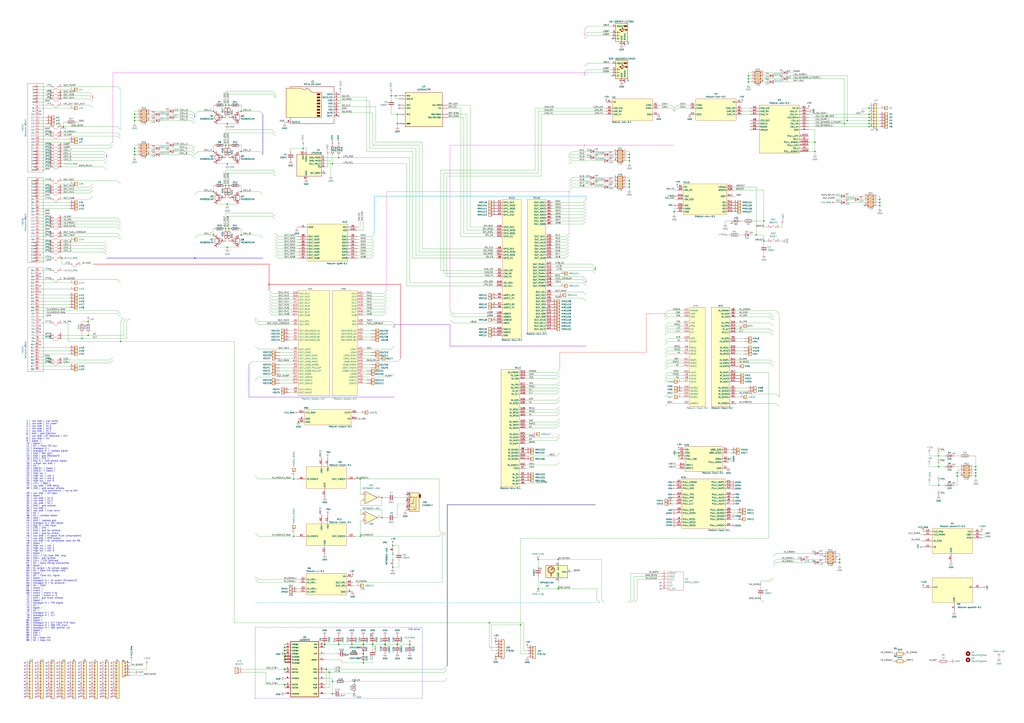
<source format=kicad_sch>
(kicad_sch (version 20210621) (generator eeschema)
  (paper "A1")
  (lib_symbols
    (symbol "Amplifier_Operational:MCP6002-xSN" (pin_names (offset 0.127))
      (property "Reference" "U" (at 0 5.08 0))
      (property "Value" "MCP6002-xSN" (at 0 -5.08 0))
      (symbol "MCP6002-xSN_1_1"
        (pin output line (at 7.62 0 180) (length 2.54) (name "~") (number "1"))
        (pin input line (at -7.62 -2.54 0) (length 2.54) (name "-") (number "2"))
        (pin input line (at -7.62 2.54 0) (length 2.54) (name "+") (number "3"))
      )
      (symbol "MCP6002-xSN_2_1"
        (pin input line (at -7.62 2.54 0) (length 2.54) (name "+") (number "5"))
        (pin input line (at -7.62 -2.54 0) (length 2.54) (name "-") (number "6"))
        (pin output line (at 7.62 0 180) (length 2.54) (name "~") (number "7"))
      )
      (symbol "MCP6002-xSN_3_1"
        (pin power_in line (at -2.54 -7.62 90) (length 3.81) (name "V-") (number "4"))
        (pin power_in line (at -2.54 7.62 270) (length 3.81) (name "V+") (number "8"))
      )
    )
    (symbol "Connector:AudioJack3_Switch"
      (property "Reference" "J" (at 0 11.43 0))
      (property "Value" "AudioJack3_Switch" (at 0 8.89 0))
      (symbol "AudioJack3_Switch_1_1"
        (pin passive line (at 5.08 0 180) (length 2.54) (name "~") (number "R"))
        (pin passive line (at 5.08 -2.54 180) (length 2.54) (name "~") (number "RN"))
        (pin passive line (at 5.08 5.08 180) (length 2.54) (name "~") (number "S"))
        (pin passive line (at 5.08 2.54 180) (length 2.54) (name "~") (number "SN"))
        (pin passive line (at 5.08 -5.08 180) (length 2.54) (name "~") (number "T"))
        (pin passive line (at 5.08 -7.62 180) (length 2.54) (name "~") (number "TN"))
      )
    )
    (symbol "Connector:Micro_SD_Card" (pin_names (offset 1.016))
      (property "Reference" "J" (at -16.51 15.24 0))
      (property "Value" "Micro_SD_Card" (at 16.51 15.24 0))
      (symbol "Micro_SD_Card_1_1"
        (pin bidirectional line (at -22.86 7.62 0) (length 3.81) (name "DAT2") (number "1"))
        (pin bidirectional line (at -22.86 5.08 0) (length 3.81) (name "DAT3/CD") (number "2"))
        (pin input line (at -22.86 2.54 0) (length 3.81) (name "CMD") (number "3"))
        (pin power_in line (at -22.86 0 0) (length 3.81) (name "VDD") (number "4"))
        (pin input line (at -22.86 -2.54 0) (length 3.81) (name "CLK") (number "5"))
        (pin power_in line (at -22.86 -5.08 0) (length 3.81) (name "VSS") (number "6"))
        (pin bidirectional line (at -22.86 -7.62 0) (length 3.81) (name "DAT0") (number "7"))
        (pin bidirectional line (at -22.86 -10.16 0) (length 3.81) (name "DAT1") (number "8"))
        (pin passive line (at 20.32 -15.24 180) (length 3.81) (name "SHIELD") (number "9"))
      )
    )
    (symbol "Connector:TestPoint" (pin_numbers hide) (pin_names (offset 0.762) hide)
      (property "Reference" "TP" (at 0 6.858 0))
      (property "Value" "TestPoint" (at 0 5.08 0))
      (symbol "TestPoint_1_1"
        (pin passive line (at 0 0 90) (length 2.54) (name "1") (number "1"))
      )
    )
    (symbol "Connector_Generic:Conn_01x01" (pin_names (offset 1.016) hide)
      (property "Reference" "J" (at 0 2.54 0))
      (property "Value" "Conn_01x01" (at 0 -2.54 0))
      (symbol "Conn_01x01_1_1"
        (pin passive line (at -5.08 0 0) (length 3.81) (name "Pin_1") (number "1"))
      )
    )
    (symbol "Connector_Generic:Conn_01x02" (pin_names (offset 1.016) hide)
      (property "Reference" "J" (at 0 2.54 0))
      (property "Value" "Conn_01x02" (at 0 -5.08 0))
      (symbol "Conn_01x02_1_1"
        (pin passive line (at -5.08 0 0) (length 3.81) (name "Pin_1") (number "1"))
        (pin passive line (at -5.08 -2.54 0) (length 3.81) (name "Pin_2") (number "2"))
      )
    )
    (symbol "Connector_Generic:Conn_01x04" (pin_names (offset 1.016) hide)
      (property "Reference" "J" (at 0 5.08 0))
      (property "Value" "Conn_01x04" (at 0 -7.62 0))
      (symbol "Conn_01x04_1_1"
        (pin passive line (at -5.08 2.54 0) (length 3.81) (name "Pin_1") (number "1"))
        (pin passive line (at -5.08 0 0) (length 3.81) (name "Pin_2") (number "2"))
        (pin passive line (at -5.08 -2.54 0) (length 3.81) (name "Pin_3") (number "3"))
        (pin passive line (at -5.08 -5.08 0) (length 3.81) (name "Pin_4") (number "4"))
      )
    )
    (symbol "Connector_Generic:Conn_01x05" (pin_names (offset 1.016) hide)
      (property "Reference" "J" (at 0 7.62 0))
      (property "Value" "Conn_01x05" (at 0 -7.62 0))
      (symbol "Conn_01x05_1_1"
        (pin passive line (at -5.08 5.08 0) (length 3.81) (name "Pin_1") (number "1"))
        (pin passive line (at -5.08 2.54 0) (length 3.81) (name "Pin_2") (number "2"))
        (pin passive line (at -5.08 0 0) (length 3.81) (name "Pin_3") (number "3"))
        (pin passive line (at -5.08 -2.54 0) (length 3.81) (name "Pin_4") (number "4"))
        (pin passive line (at -5.08 -5.08 0) (length 3.81) (name "Pin_5") (number "5"))
      )
    )
    (symbol "Connector_Generic:Conn_01x06" (pin_names (offset 1.016) hide)
      (property "Reference" "J" (at 0 7.62 0))
      (property "Value" "Conn_01x06" (at 0 -10.16 0))
      (symbol "Conn_01x06_1_1"
        (pin passive line (at -5.08 5.08 0) (length 3.81) (name "Pin_1") (number "1"))
        (pin passive line (at -5.08 2.54 0) (length 3.81) (name "Pin_2") (number "2"))
        (pin passive line (at -5.08 0 0) (length 3.81) (name "Pin_3") (number "3"))
        (pin passive line (at -5.08 -2.54 0) (length 3.81) (name "Pin_4") (number "4"))
        (pin passive line (at -5.08 -5.08 0) (length 3.81) (name "Pin_5") (number "5"))
        (pin passive line (at -5.08 -7.62 0) (length 3.81) (name "Pin_6") (number "6"))
      )
    )
    (symbol "Connector_Generic:Conn_01x08" (pin_names (offset 1.016) hide)
      (property "Reference" "J" (at 0 10.16 0))
      (property "Value" "Conn_01x08" (at 0 -12.7 0))
      (symbol "Conn_01x08_1_1"
        (pin passive line (at -5.08 7.62 0) (length 3.81) (name "Pin_1") (number "1"))
        (pin passive line (at -5.08 5.08 0) (length 3.81) (name "Pin_2") (number "2"))
        (pin passive line (at -5.08 2.54 0) (length 3.81) (name "Pin_3") (number "3"))
        (pin passive line (at -5.08 0 0) (length 3.81) (name "Pin_4") (number "4"))
        (pin passive line (at -5.08 -2.54 0) (length 3.81) (name "Pin_5") (number "5"))
        (pin passive line (at -5.08 -5.08 0) (length 3.81) (name "Pin_6") (number "6"))
        (pin passive line (at -5.08 -7.62 0) (length 3.81) (name "Pin_7") (number "7"))
        (pin passive line (at -5.08 -10.16 0) (length 3.81) (name "Pin_8") (number "8"))
      )
    )
    (symbol "Connector_Generic:Conn_01x12" (pin_names (offset 1.016) hide)
      (property "Reference" "J" (at 0 15.24 0))
      (property "Value" "Conn_01x12" (at 0 -17.78 0))
      (symbol "Conn_01x12_1_1"
        (pin passive line (at -5.08 12.7 0) (length 3.81) (name "Pin_1") (number "1"))
        (pin passive line (at -5.08 -10.16 0) (length 3.81) (name "Pin_10") (number "10"))
        (pin passive line (at -5.08 -12.7 0) (length 3.81) (name "Pin_11") (number "11"))
        (pin passive line (at -5.08 -15.24 0) (length 3.81) (name "Pin_12") (number "12"))
        (pin passive line (at -5.08 10.16 0) (length 3.81) (name "Pin_2") (number "2"))
        (pin passive line (at -5.08 7.62 0) (length 3.81) (name "Pin_3") (number "3"))
        (pin passive line (at -5.08 5.08 0) (length 3.81) (name "Pin_4") (number "4"))
        (pin passive line (at -5.08 2.54 0) (length 3.81) (name "Pin_5") (number "5"))
        (pin passive line (at -5.08 0 0) (length 3.81) (name "Pin_6") (number "6"))
        (pin passive line (at -5.08 -2.54 0) (length 3.81) (name "Pin_7") (number "7"))
        (pin passive line (at -5.08 -5.08 0) (length 3.81) (name "Pin_8") (number "8"))
        (pin passive line (at -5.08 -7.62 0) (length 3.81) (name "Pin_9") (number "9"))
      )
    )
    (symbol "Device:C" (pin_numbers hide) (pin_names (offset 0.254))
      (property "Reference" "C" (at 0.635 2.54 0))
      (property "Value" "C" (at 0.635 -2.54 0))
      (symbol "C_1_1"
        (pin passive line (at 0 3.81 270) (length 2.794) (name "~") (number "1"))
        (pin passive line (at 0 -3.81 90) (length 2.794) (name "~") (number "2"))
      )
    )
    (symbol "Device:D" (pin_numbers hide) (pin_names (offset 1.016) hide)
      (property "Reference" "D" (at 0 2.54 0))
      (property "Value" "D" (at 0 -2.54 0))
      (symbol "D_1_1"
        (pin passive line (at -3.81 0 0) (length 2.54) (name "K") (number "1"))
        (pin passive line (at 3.81 0 180) (length 2.54) (name "A") (number "2"))
      )
    )
    (symbol "Device:LED" (pin_numbers hide) (pin_names (offset 1.016) hide)
      (property "Reference" "D" (at 0 2.54 0))
      (property "Value" "LED" (at 0 -2.54 0))
      (symbol "LED_1_1"
        (pin passive line (at -3.81 0 0) (length 2.54) (name "K") (number "1"))
        (pin passive line (at 3.81 0 180) (length 2.54) (name "A") (number "2"))
      )
    )
    (symbol "Device:Q_NIGBT_GCE" (pin_names (offset 0) hide)
      (property "Reference" "Q" (at 5.08 1.27 0))
      (property "Value" "Q_NIGBT_GCE" (at 5.08 -1.27 0))
      (symbol "Q_NIGBT_GCE_1_1"
        (pin input line (at -5.08 0 0) (length 5.334) (name "G") (number "1"))
        (pin passive line (at 2.54 5.08 270) (length 2.54) (name "C") (number "2"))
        (pin passive line (at 2.54 -5.08 90) (length 2.54) (name "E") (number "3"))
      )
    )
    (symbol "Device:R" (pin_numbers hide) (pin_names (offset 0))
      (property "Reference" "R" (at 2.032 0 90))
      (property "Value" "R" (at 0 0 90))
      (symbol "R_1_1"
        (pin passive line (at 0 3.81 270) (length 1.27) (name "~") (number "1"))
        (pin passive line (at 0 -3.81 90) (length 1.27) (name "~") (number "2"))
      )
    )
    (symbol "Device:R_Pack04" (pin_names (offset 0) hide)
      (property "Reference" "RN" (at -7.62 0 90))
      (property "Value" "R_Pack04" (at 5.08 0 90))
      (symbol "R_Pack04_1_1"
        (pin passive line (at -5.08 -5.08 90) (length 2.54) (name "R1.1") (number "1"))
        (pin passive line (at -2.54 -5.08 90) (length 2.54) (name "R2.1") (number "2"))
        (pin passive line (at 0 -5.08 90) (length 2.54) (name "R3.1") (number "3"))
        (pin passive line (at 2.54 -5.08 90) (length 2.54) (name "R4.1") (number "4"))
        (pin passive line (at 2.54 5.08 270) (length 2.54) (name "R4.2") (number "5"))
        (pin passive line (at 0 5.08 270) (length 2.54) (name "R3.2") (number "6"))
        (pin passive line (at -2.54 5.08 270) (length 2.54) (name "R2.2") (number "7"))
        (pin passive line (at -5.08 5.08 270) (length 2.54) (name "R1.2") (number "8"))
      )
    )
    (symbol "Jumper:Jumper_2_Open" (pin_names (offset 0) hide)
      (property "Reference" "JP" (at 0 2.794 0))
      (property "Value" "Jumper_2_Open" (at 0 -2.286 0))
      (symbol "Jumper_2_Open_1_1"
        (pin passive line (at -5.08 0 0) (length 2.54) (name "A") (number "1"))
        (pin passive line (at 5.08 0 180) (length 2.54) (name "B") (number "2"))
      )
    )
    (symbol "L6205PD:L6205PD" (pin_names (offset 1.016))
      (property "Reference" "U" (at -10.1854 24.0538 0))
      (property "Value" "L6205PD" (at -10.1854 -25.6794 0))
      (symbol "L6205PD_0_0"
        (pin power_in line (at 17.78 20.32 180) (length 5.08) (name "GND@1") (number "1"))
        (pin power_in line (at 17.78 17.78 180) (length 5.08) (name "GND@2") (number "10"))
        (pin power_in line (at 17.78 15.24 180) (length 5.08) (name "GND@3") (number "11"))
        (pin output line (at 17.78 -2.54 180) (length 5.08) (name "OUT1B") (number "12"))
        (pin power_in line (at 17.78 -20.32 180) (length 5.08) (name "SENSEB") (number "13"))
        (pin input line (at -15.24 -12.7 0) (length 5.08) (name "IN1B") (number "14"))
        (pin input line (at -15.24 -15.24 0) (length 5.08) (name "IN2B") (number "15"))
        (pin bidirectional line (at -15.24 -20.32 0) (length 5.08) (name "ENB") (number "16"))
        (pin passive line (at -15.24 7.62 0) (length 5.08) (name "VBOOT") (number "17"))
        (pin output line (at 17.78 -15.24 180) (length 5.08) (name "OUT2B") (number "18"))
        (pin power_in line (at -15.24 17.78 0) (length 5.08) (name "VSB") (number "19"))
        (pin power_in line (at -15.24 20.32 0) (length 5.08) (name "VSA") (number "2"))
        (pin power_in line (at 17.78 12.7 180) (length 5.08) (name "GND@4") (number "20"))
        (pin output line (at 17.78 -12.7 180) (length 5.08) (name "OUT2A") (number "3"))
        (pin passive line (at -15.24 12.7 0) (length 5.08) (name "VCP") (number "4"))
        (pin bidirectional line (at -15.24 -7.62 0) (length 5.08) (name "ENA") (number "5"))
        (pin input line (at -15.24 0 0) (length 5.08) (name "IN1A") (number "6"))
        (pin input line (at -15.24 -2.54 0) (length 5.08) (name "IN2A") (number "7"))
        (pin power_in line (at 17.78 -7.62 180) (length 5.08) (name "SENSEA") (number "8"))
        (pin output line (at 17.78 0 180) (length 5.08) (name "OUT1A") (number "9"))
        (pin power_in line (at 17.78 10.16 180) (length 5.08) (name "SLUG@1") (number "SLUG1"))
        (pin power_in line (at 17.78 7.62 180) (length 5.08) (name "SLUG@2") (number "SLUG2"))
        (pin power_in line (at 17.78 5.08 180) (length 5.08) (name "SLUG@3") (number "SLUG3"))
      )
    )
    (symbol "LIS2DW12TR:LIS2DW12TR" (pin_numbers hide) (pin_names (offset 1.016))
      (property "Reference" "U" (at -15.24 12.7 0))
      (property "Value" "LIS2DW12TR" (at -15.24 -17.78 0))
      (symbol "LIS2DW12TR_0_0"
        (pin input clock (at -20.32 2.54 0) (length 5.08) (name "SCL/SPC") (number "1"))
        (pin power_in line (at 20.32 7.62 180) (length 5.08) (name "VDD_IO") (number "10"))
        (pin output line (at 20.32 0 180) (length 5.08) (name "INT2") (number "11"))
        (pin output line (at 20.32 2.54 180) (length 5.08) (name "INT1") (number "12"))
        (pin input line (at -20.32 0 0) (length 5.08) (name "CS") (number "2"))
        (pin bidirectional line (at -20.32 -5.08 0) (length 5.08) (name "SDO/SDA0") (number "3"))
        (pin bidirectional line (at -20.32 -7.62 0) (length 5.08) (name "SDA/SDI/SDO") (number "4"))
        (pin power_in line (at 20.32 -12.7 180) (length 5.08) (name "GND") (number "6"))
        (pin passive line (at 20.32 -5.08 180) (length 5.08) (name "RES") (number "7"))
        (pin power_in line (at 20.32 -12.7 180) (length 5.08) (name "GND") (number "8"))
        (pin power_in line (at 20.32 10.16 180) (length 5.08) (name "VDD") (number "9"))
      )
    )
    (symbol "MPX-4_MAP:MPX4_MAP" (pin_names (offset 0.762))
      (property "Reference" "U" (at 0 10.16 0))
      (property "Value" "MPX4_MAP" (at 8.89 0 90))
      (symbol "MPX4_MAP_1_1"
        (pin passive line (at -8.89 6.35 0) (length 6.35) (name "VOUT") (number "1"))
        (pin passive line (at -8.89 3.81 0) (length 6.35) (name "GND") (number "2"))
        (pin passive line (at -8.89 1.27 0) (length 6.35) (name "VCC") (number "3"))
        (pin passive line (at -8.89 -1.27 0) (length 6.35) (name "V1") (number "4"))
        (pin passive line (at -8.89 -3.81 0) (length 6.35) (name "V2") (number "5"))
        (pin passive line (at -8.89 -6.35 0) (length 6.35) (name "V_EX") (number "6"))
      )
    )
    (symbol "Mechanical:MountingHole" (pin_names (offset 1.016))
      (property "Reference" "H" (at 0 5.08 0))
      (property "Value" "MountingHole" (at 0 3.175 0))
    )
    (symbol "Sensor_Pressure:LPS25HB"
      (property "Reference" "U" (at -10.16 8.89 0))
      (property "Value" "LPS25HB" (at 10.16 8.89 0))
      (symbol "LPS25HB_1_1"
        (pin power_in line (at -2.54 10.16 270) (length 2.54) (name "VDDio") (number "1"))
        (pin power_in line (at -5.08 10.16 270) (length 2.54) (name "VDD") (number "10"))
        (pin input line (at 12.7 0 180) (length 2.54) (name "SCL/SCLK") (number "2"))
        (pin passive line (at -2.54 -12.7 90) (length 2.54) hide (name "GND") (number "3"))
        (pin bidirectional line (at 12.7 5.08 180) (length 2.54) (name "SDA/MOSI") (number "4"))
        (pin bidirectional line (at 12.7 2.54 180) (length 2.54) (name "SA0/MISO") (number "5"))
        (pin input line (at 12.7 -2.54 180) (length 2.54) (name "~{CS}") (number "6"))
        (pin output line (at 12.7 -7.62 180) (length 2.54) (name "INT_DRDY") (number "7"))
        (pin power_in line (at -2.54 -12.7 90) (length 2.54) (name "GND") (number "8"))
        (pin passive line (at -2.54 -12.7 90) (length 2.54) hide (name "GND") (number "9"))
      )
    )
    (symbol "Sensor_Pressure:MPXA6115A"
      (property "Reference" "U" (at -10.16 6.35 0))
      (property "Value" "MPXA6115A" (at 1.27 6.35 0))
      (symbol "MPXA6115A_1_1"
        (pin no_connect line (at 5.08 -5.08 90) (length 2.54) hide (name "NC") (number "1"))
        (pin power_in line (at 0 7.62 270) (length 2.54) (name "Vcc") (number "2"))
        (pin power_in line (at 0 -7.62 90) (length 2.54) (name "GND") (number "3"))
        (pin output line (at 10.16 0 180) (length 2.54) (name "Vout") (number "4"))
        (pin no_connect line (at -7.62 -5.08 90) (length 2.54) hide (name "NC") (number "5"))
        (pin no_connect line (at -5.08 -5.08 90) (length 2.54) hide (name "NC") (number "6"))
        (pin no_connect line (at -2.54 -5.08 90) (length 2.54) hide (name "NC") (number "7"))
        (pin no_connect line (at 2.54 -5.08 90) (length 2.54) hide (name "NC") (number "8"))
      )
    )
    (symbol "Switch:SW_SPST" (pin_names (offset 0) hide)
      (property "Reference" "SW" (at 0 3.175 0))
      (property "Value" "SW_SPST" (at 0 -2.54 0))
      (symbol "SW_SPST_1_1"
        (pin passive line (at -5.08 0 0) (length 2.54) (name "A") (number "1"))
        (pin passive line (at 5.08 0 180) (length 2.54) (name "B") (number "2"))
      )
    )
    (symbol "hellen-one-can-0.1:Module-can-0.1"
      (property "Reference" "M" (at 0 0 0))
      (property "Value" "Module-can-0.1" (at 0 0 0))
      (symbol "Module-can-0.1_1_0"
        (pin passive line (at 38.1 -12.7 180) (length 5.08) (name "GND") (number "E1"))
        (pin passive line (at 38.1 -5.08 180) (length 5.08) (name "CANL") (number "S1"))
        (pin passive line (at 38.1 -7.62 180) (length 5.08) (name "CANH") (number "S2"))
        (pin passive line (at -5.08 -2.54 0) (length 5.08) (name "V5") (number "V1"))
        (pin passive line (at -5.08 -7.62 0) (length 5.08) (name "CAN_VIO") (number "V2"))
        (pin passive line (at -5.08 -12.7 0) (length 5.08) (name "CAN_TX") (number "V5"))
        (pin passive line (at -5.08 -10.16 0) (length 5.08) (name "CAN_RX") (number "V6"))
      )
    )
    (symbol "hellen-one-common:Pad" (pin_numbers hide) (pin_names (offset 1.016) hide)
      (property "Reference" "P" (at 2.54 0 0))
      (symbol "Pad_1_1"
        (pin passive line (at -5.08 0 0) (length 3.81) (name "Pin_1") (number "1"))
      )
    )
    (symbol "hellen-one-common:Pad_1" (pin_numbers hide) (pin_names (offset 1.016) hide)
      (property "Reference" "P" (at 2.54 0 0))
      (symbol "Pad_1_1_1"
        (pin passive line (at -5.08 0 0) (length 3.81) (name "Pin_1") (number "1"))
      )
    )
    (symbol "hellen-one-common:Pad_2" (pin_numbers hide) (pin_names (offset 1.016) hide)
      (property "Reference" "P" (at 2.54 0 0))
      (symbol "Pad_2_1_1"
        (pin passive line (at -5.08 0 0) (length 3.81) (name "Pin_1") (number "1"))
      )
    )
    (symbol "hellen-one-common:Pad_3" (pin_numbers hide) (pin_names (offset 1.016) hide)
      (property "Reference" "P" (at 2.54 0 0))
      (symbol "Pad_3_1_1"
        (pin passive line (at -5.08 0 0) (length 3.81) (name "Pin_1") (number "1"))
      )
    )
    (symbol "hellen-one-common:Pad_32" (pin_numbers hide) (pin_names (offset 1.016) hide)
      (property "Reference" "P" (at 2.54 0 0))
      (symbol "Pad_32_1_1"
        (pin passive line (at -5.08 0 0) (length 3.81) (name "Pin_1") (number "1"))
      )
    )
    (symbol "hellen-one-common:Pad_33" (pin_numbers hide) (pin_names (offset 1.016) hide)
      (property "Reference" "P" (at 2.54 0 0))
      (symbol "Pad_33_1_1"
        (pin passive line (at -5.08 0 0) (length 3.81) (name "Pin_1") (number "1"))
      )
    )
    (symbol "hellen-one-common:Pad_4" (pin_numbers hide) (pin_names (offset 1.016) hide)
      (property "Reference" "P" (at 2.54 0 0))
      (symbol "Pad_4_1_1"
        (pin passive line (at -5.08 0 0) (length 3.81) (name "Pin_1") (number "1"))
      )
    )
    (symbol "hellen-one-common:Res" (pin_numbers hide)
      (property "Reference" "R" (at 3.81 2.54 0))
      (property "Value" "Res" (at 5.08 -2.54 0))
      (symbol "Res_1_0"
        (pin passive line (at 0 0 0) (length 2.54) (name "") (number "1"))
        (pin passive line (at 10.16 0 180) (length 2.54) (name "") (number "2"))
      )
    )
    (symbol "hellen-one-common:USB_B_Mini" (pin_names (offset 1.016))
      (property "Reference" "J" (at -5.08 11.43 0))
      (property "Value" "USB_B_Mini" (at -5.08 8.89 0))
      (symbol "USB_B_Mini_1_1"
        (pin power_out line (at 7.62 5.08 180) (length 2.54) (name "VBUS") (number "1"))
        (pin passive line (at 7.62 -2.54 180) (length 2.54) (name "D-") (number "2"))
        (pin passive line (at 7.62 0 180) (length 2.54) (name "D+") (number "3"))
        (pin passive line (at 7.62 -5.08 180) (length 2.54) (name "ID") (number "4"))
        (pin power_out line (at 0 -10.16 90) (length 2.54) (name "GND") (number "5"))
        (pin passive line (at -2.54 -10.16 90) (length 2.54) (name "Shield") (number "6"))
      )
    )
    (symbol "hellen-one-ign8-0.1:Module-ign8-0.1"
      (property "Reference" "M" (at 0 0 0))
      (property "Value" "Module-ign8-0.1" (at 0 0 0))
      (symbol "Module-ign8-0.1_1_0"
        (pin passive line (at 40.64 -2.54 180) (length 7.62) (name "GND") (number "G"))
        (pin passive line (at 40.64 -27.94 180) (length 7.62) (name "OUT_IGN8") (number "S1"))
        (pin passive line (at 40.64 -25.4 180) (length 7.62) (name "OUT_IGN7") (number "S2"))
        (pin passive line (at 40.64 -22.86 180) (length 7.62) (name "OUT_IGN6") (number "S3"))
        (pin passive line (at 40.64 -20.32 180) (length 7.62) (name "OUT_IGN5") (number "S4"))
        (pin passive line (at 40.64 -17.78 180) (length 7.62) (name "OUT_IGN4") (number "S5"))
        (pin passive line (at 40.64 -15.24 180) (length 7.62) (name "OUT_IGN3") (number "S6"))
        (pin passive line (at 40.64 -12.7 180) (length 7.62) (name "OUT_IGN2") (number "S7"))
        (pin passive line (at 40.64 -10.16 180) (length 7.62) (name "OUT_IGN1") (number "S8"))
        (pin passive line (at -7.62 -27.94 0) (length 7.62) (name "IGN8") (number "V1"))
        (pin passive line (at -7.62 -5.08 0) (length 7.62) (name "V33") (number "V10"))
        (pin passive line (at -7.62 -25.4 0) (length 7.62) (name "IGN7") (number "V2"))
        (pin passive line (at -7.62 -22.86 0) (length 7.62) (name "IGN6") (number "V3"))
        (pin passive line (at -7.62 -20.32 0) (length 7.62) (name "IGN5") (number "V4"))
        (pin passive line (at -7.62 -17.78 0) (length 7.62) (name "IGN4") (number "V5"))
        (pin passive line (at -7.62 -15.24 0) (length 7.62) (name "IGN3") (number "V6"))
        (pin passive line (at -7.62 -12.7 0) (length 7.62) (name "IGN2") (number "V7"))
        (pin passive line (at -7.62 -10.16 0) (length 7.62) (name "IGN1") (number "V8"))
        (pin passive line (at -7.62 -2.54 0) (length 7.62) (name "VCC") (number "V9"))
      )
    )
    (symbol "hellen-one-input-0.1:Module-input-0.1"
      (property "Reference" "M" (at 0 0 0))
      (property "Value" "Module-input-0.1" (at 0 0 0))
      (symbol "Module-input-0.1_1_0"
        (pin passive line (at 17.78 -53.34 180) (length 5.08) (name "AUX1") (number "N10"))
        (pin passive line (at 17.78 -38.1 180) (length 5.08) (name "RES3") (number "N11"))
        (pin passive line (at 17.78 -48.26 180) (length 5.08) (name "MAP3") (number "N12"))
        (pin passive line (at 17.78 -45.72 180) (length 5.08) (name "MAP2") (number "N13"))
        (pin passive line (at 17.78 -43.18 180) (length 5.08) (name "MAP1") (number "N14"))
        (pin passive line (at 17.78 -17.78 180) (length 5.08) (name "IAT") (number "N15"))
        (pin passive line (at 17.78 -20.32 180) (length 5.08) (name "CLT") (number "N16"))
        (pin passive line (at 17.78 -12.7 180) (length 5.08) (name "TPS") (number "N17"))
        (pin passive line (at 17.78 -25.4 180) (length 5.08) (name "O2S") (number "N18"))
        (pin passive line (at 17.78 -5.08 180) (length 5.08) (name "CAM") (number "N19"))
        (pin passive line (at 17.78 -7.62 180) (length 5.08) (name "VSS") (number "N20"))
        (pin passive line (at 17.78 -2.54 180) (length 5.08) (name "CRANK") (number "N21"))
        (pin passive line (at 17.78 -78.74 180) (length 5.08) (name "KNOCK") (number "N22"))
        (pin passive line (at 17.78 -73.66 180) (length 5.08) (name "SENS4") (number "N23"))
        (pin passive line (at 17.78 -71.12 180) (length 5.08) (name "SENS3") (number "N24"))
        (pin passive line (at 17.78 -68.58 180) (length 5.08) (name "SENS2") (number "N25"))
        (pin passive line (at 17.78 -66.04 180) (length 5.08) (name "SENS1") (number "N26"))
        (pin passive line (at 17.78 -35.56 180) (length 5.08) (name "RES2") (number "N3"))
        (pin passive line (at 17.78 -27.94 180) (length 5.08) (name "O2S2") (number "N4"))
        (pin passive line (at 17.78 -15.24 180) (length 5.08) (name "PPS") (number "N5"))
        (pin passive line (at 17.78 -33.02 180) (length 5.08) (name "RES1") (number "N6"))
        (pin passive line (at 17.78 -60.96 180) (length 5.08) (name "AUX4") (number "N7"))
        (pin passive line (at 17.78 -58.42 180) (length 5.08) (name "AUX3") (number "N8"))
        (pin passive line (at 17.78 -55.88 180) (length 5.08) (name "AUX2") (number "N9"))
      )
      (symbol "Module-input-0.1_2_0"
        (pin passive line (at 35.56 -17.78 180) (length 5.08) (name "GND") (number "E1"))
        (pin passive line (at -5.08 -2.54 0) (length 5.08) (name "V5") (number "E2"))
        (pin passive line (at 35.56 -5.08 180) (length 5.08) (name "WBO_O2S2") (number "E3"))
        (pin passive line (at 35.56 -2.54 180) (length 5.08) (name "WBO_O2S") (number "E4"))
        (pin passive line (at -5.08 -7.62 0) (length 5.08) (name "V5A") (number "E5"))
        (pin passive line (at -5.08 -10.16 0) (length 5.08) (name "PULL_V5A") (number "J1"))
        (pin passive line (at 35.56 -12.7 180) (length 5.08) (name "PULL_GNDA") (number "J2"))
        (pin passive line (at -5.08 -5.08 0) (length 5.08) (name "V5A") (number "N1"))
        (pin passive line (at 35.56 -10.16 180) (length 5.08) (name "GNDA") (number "N2"))
        (pin passive line (at -5.08 -17.78 0) (length 5.08) (name "VREF2") (number "S13"))
        (pin passive line (at -5.08 -15.24 0) (length 5.08) (name "VREF1") (number "S14"))
      )
      (symbol "Module-input-0.1_3_0"
        (pin passive line (at -5.08 -66.04 0) (length 5.08) (name "IN_SENS1") (number "S1"))
        (pin passive line (at -5.08 -12.7 0) (length 5.08) (name "IN_TPS") (number "S10"))
        (pin passive line (at -5.08 -43.18 0) (length 5.08) (name "IN_MAP1") (number "S11"))
        (pin passive line (at -5.08 -45.72 0) (length 5.08) (name "IN_MAP2") (number "S12"))
        (pin passive line (at -5.08 -20.32 0) (length 5.08) (name "IN_CLT") (number "S15"))
        (pin passive line (at -5.08 -17.78 0) (length 5.08) (name "IN_IAT") (number "S16"))
        (pin passive line (at -5.08 -53.34 0) (length 5.08) (name "IN_AUX1") (number "S17"))
        (pin passive line (at -5.08 -55.88 0) (length 5.08) (name "IN_AUX2") (number "S18"))
        (pin passive line (at -5.08 -48.26 0) (length 5.08) (name "IN_MAP3") (number "S19"))
        (pin passive line (at -5.08 -68.58 0) (length 5.08) (name "IN_SENS2") (number "S2"))
        (pin passive line (at -5.08 -58.42 0) (length 5.08) (name "IN_AUX3") (number "S20"))
        (pin passive line (at -5.08 -60.96 0) (length 5.08) (name "IN_AUX4") (number "S21"))
        (pin passive line (at -5.08 -38.1 0) (length 5.08) (name "IN_RES3") (number "S22"))
        (pin passive line (at -5.08 -33.02 0) (length 5.08) (name "IN_RES1") (number "S23"))
        (pin passive line (at -5.08 -15.24 0) (length 5.08) (name "IN_PPS") (number "S24"))
        (pin passive line (at -5.08 -27.94 0) (length 5.08) (name "IN_O2S2") (number "S25"))
        (pin passive line (at -5.08 -35.56 0) (length 5.08) (name "IN_RES2") (number "S26"))
        (pin passive line (at -5.08 -71.12 0) (length 5.08) (name "IN_SENS3") (number "S3"))
        (pin passive line (at -5.08 -73.66 0) (length 5.08) (name "IN_SENS4") (number "S4"))
        (pin passive line (at -5.08 -5.08 0) (length 5.08) (name "IN_CAM") (number "S5"))
        (pin passive line (at -5.08 -7.62 0) (length 5.08) (name "IN_VSS") (number "S6"))
        (pin passive line (at -5.08 -78.74 0) (length 5.08) (name "IN_KNOCK") (number "S7"))
        (pin passive line (at -5.08 -2.54 0) (length 5.08) (name "IN_CRANK") (number "S8"))
        (pin passive line (at -5.08 -25.4 0) (length 5.08) (name "IN_O2S") (number "S9"))
      )
      (symbol "Module-input-0.1_4_0"
        (pin passive line (at 40.64 -12.7 180) (length 5.08) (name "PULL_AUX1") (number "J10"))
        (pin passive line (at -5.08 -38.1 0) (length 5.08) (name "PULL_RES3") (number "J11"))
        (pin passive line (at 40.64 -7.62 180) (length 5.08) (name "PULL_MAP3") (number "J12"))
        (pin passive line (at 40.64 -5.08 180) (length 5.08) (name "PULL_MAP2") (number "J13"))
        (pin passive line (at 40.64 -2.54 180) (length 5.08) (name "PULL_MAP1") (number "J14"))
        (pin passive line (at -5.08 -17.78 0) (length 5.08) (name "PULL_IAT") (number "J15"))
        (pin passive line (at -5.08 -20.32 0) (length 5.08) (name "PULL_CLT") (number "J16"))
        (pin passive line (at -5.08 -5.08 0) (length 5.08) (name "PULL_CAM") (number "J17"))
        (pin passive line (at -5.08 -7.62 0) (length 5.08) (name "PULL_VSS") (number "J18"))
        (pin passive line (at -5.08 -12.7 0) (length 5.08) (name "PULL_TPS") (number "J19"))
        (pin passive line (at -5.08 -25.4 0) (length 5.08) (name "PULL_O2S") (number "J20"))
        (pin passive line (at -5.08 -2.54 0) (length 5.08) (name "PULL_CRANK") (number "J21"))
        (pin passive line (at 40.64 -38.1 180) (length 5.08) (name "PULL_KNOCK") (number "J22"))
        (pin passive line (at 40.64 -33.02 180) (length 5.08) (name "PULL_SENS4") (number "J23"))
        (pin passive line (at 40.64 -30.48 180) (length 5.08) (name "PULL_SENS3") (number "J24"))
        (pin passive line (at 40.64 -27.94 180) (length 5.08) (name "PULL_SENS2") (number "J25"))
        (pin passive line (at 40.64 -25.4 180) (length 5.08) (name "PULL_SENS1") (number "J26"))
        (pin passive line (at -5.08 -35.56 0) (length 5.08) (name "PULL_RES2") (number "J3"))
        (pin passive line (at -5.08 -27.94 0) (length 5.08) (name "PULL_O2S2") (number "J4"))
        (pin passive line (at -5.08 -15.24 0) (length 5.08) (name "PULL_PPS") (number "J5"))
        (pin passive line (at -5.08 -33.02 0) (length 5.08) (name "PULL_RES1") (number "J6"))
        (pin passive line (at 40.64 -20.32 180) (length 5.08) (name "PULL_AUX4") (number "J7"))
        (pin passive line (at 40.64 -17.78 180) (length 5.08) (name "PULL_AUX3") (number "J8"))
        (pin passive line (at 40.64 -15.24 180) (length 5.08) (name "PULL_AUX2") (number "J9"))
      )
    )
    (symbol "hellen-one-knock-0.1:Module-knock-0.1"
      (property "Reference" "M" (at 0 0 0))
      (property "Value" "Module-knock-0.1" (at 0 0 0))
      (symbol "Module-knock-0.1_1_0"
        (pin passive line (at 17.78 7.62 270) (length 7.62) (name "V5A") (number "E1"))
        (pin passive line (at 15.24 -25.4 90) (length 7.62) (name "GND") (number "E2"))
        (pin passive line (at 40.64 -10.16 180) (length 7.62) (name "OUT_KNOCK") (number "E3"))
        (pin passive line (at -7.62 -10.16 0) (length 7.62) (name "IN_KNOCK") (number "W1"))
        (pin passive line (at 12.7 7.62 270) (length 7.62) (name "VREF") (number "W2"))
      )
    )
    (symbol "hellen-one-mcu-000.4:Module-mcu-0.4"
      (property "Reference" "M" (at 0 0 0))
      (property "Value" "Module-mcu-0.4" (at 0 0 0))
      (symbol "Module-mcu-0.4_1_0"
        (pin passive line (at 20.32 -2.54 180) (length 5.08) (name "SPI1_SCK") (number "E1"))
        (pin passive line (at 20.32 -5.08 180) (length 5.08) (name "SPI1_MISO") (number "E2"))
        (pin passive line (at 20.32 -7.62 180) (length 5.08) (name "SPI1_MOSI") (number "E3"))
        (pin passive line (at 20.32 -10.16 180) (length 5.08) (name "SPI1_CS1") (number "E4"))
        (pin passive line (at 20.32 -12.7 180) (length 5.08) (name "SPI1_CS2") (number "E5"))
        (pin passive line (at 20.32 -58.42 180) (length 5.08) (name "CAN_VIO") (number "N1"))
        (pin passive line (at 20.32 -43.18 180) (length 5.08) (name "SPI3_MISO") (number "N10"))
        (pin passive line (at 20.32 -45.72 180) (length 5.08) (name "SPI3_MOSI") (number "N11"))
        (pin passive line (at 20.32 -68.58 180) (length 5.08) (name "I2C_SDA") (number "N18"))
        (pin passive line (at 20.32 -71.12 180) (length 5.08) (name "I2C_SCL") (number "N19"))
        (pin passive line (at 20.32 -60.96 180) (length 5.08) (name "CAN_RX") (number "N2"))
        (pin passive line (at 20.32 -22.86 180) (length 5.08) (name "SPI2_SCK") (number "N20"))
        (pin passive line (at 20.32 -25.4 180) (length 5.08) (name "SPI2_MISO") (number "N21"))
        (pin passive line (at 20.32 -27.94 180) (length 5.08) (name "SPI2_MOSI") (number "N22"))
        (pin passive line (at 20.32 -30.48 180) (length 5.08) (name "SPI2_CS") (number "N23"))
        (pin passive line (at 20.32 -106.68 180) (length 5.08) (name "SWCLK") (number "N25"))
        (pin passive line (at 20.32 -109.22 180) (length 5.08) (name "SWDIO") (number "N26"))
        (pin passive line (at 20.32 -111.76 180) (length 5.08) (name "SWO") (number "N27"))
        (pin passive line (at 20.32 -101.6 180) (length 5.08) (name "VBUS") (number "N29"))
        (pin passive line (at 20.32 -63.5 180) (length 5.08) (name "CAN_TX") (number "N3"))
        (pin passive line (at 20.32 -93.98 180) (length 5.08) (name "USB1P") (number "N30"))
        (pin passive line (at 20.32 -96.52 180) (length 5.08) (name "USB1M") (number "N31"))
        (pin passive line (at 20.32 -99.06 180) (length 5.08) (name "USB1ID") (number "N32"))
        (pin passive line (at 20.32 -81.28 180) (length 5.08) (name "UART1_TX") (number "N4"))
        (pin passive line (at 20.32 -78.74 180) (length 5.08) (name "UART1_RX") (number "N5"))
        (pin passive line (at 20.32 -88.9 180) (length 5.08) (name "UART2_TX") (number "N6"))
        (pin passive line (at 20.32 -86.36 180) (length 5.08) (name "UART2_RX") (number "N7"))
        (pin passive line (at 20.32 -48.26 180) (length 5.08) (name "SPI3_CS") (number "N8"))
        (pin passive line (at 20.32 -40.64 180) (length 5.08) (name "SPI3_SCK") (number "N9"))
      )
      (symbol "Module-mcu-0.4_2_0"
        (pin passive line (at 20.32 -99.06 180) (length 5.08) (name "OUT_IO10") (number "E10"))
        (pin passive line (at 20.32 -96.52 180) (length 5.08) (name "OUT_IO9") (number "E11"))
        (pin passive line (at 20.32 -78.74 180) (length 5.08) (name "OUT_IO2") (number "E12"))
        (pin passive line (at 20.32 -104.14 180) (length 5.08) (name "OUT_IO12") (number "E13"))
        (pin passive line (at 20.32 -55.88 180) (length 5.08) (name "OUT_PWM2") (number "E14"))
        (pin passive line (at 20.32 -58.42 180) (length 5.08) (name "OUT_PWM3") (number "E15"))
        (pin passive line (at 20.32 -60.96 180) (length 5.08) (name "OUT_PWM4") (number "E16"))
        (pin passive line (at 20.32 -63.5 180) (length 5.08) (name "OUT_PWM5") (number "E17"))
        (pin passive line (at 20.32 -66.04 180) (length 5.08) (name "OUT_PWM6") (number "E18"))
        (pin passive line (at 20.32 -68.58 180) (length 5.08) (name "OUT_PWM7") (number "E19"))
        (pin passive line (at 20.32 -101.6 180) (length 5.08) (name "OUT_IO11") (number "E20"))
        (pin passive line (at 20.32 -91.44 180) (length 5.08) (name "OUT_IO7") (number "E21"))
        (pin passive line (at 20.32 -93.98 180) (length 5.08) (name "OUT_IO8") (number "E22"))
        (pin passive line (at 20.32 -83.82 180) (length 5.08) (name "OUT_IO4") (number "E23"))
        (pin passive line (at 20.32 -106.68 180) (length 5.08) (name "OUT_IO13") (number "E24"))
        (pin passive line (at 20.32 -30.48 180) (length 5.08) (name "OUT_INJ1") (number "E25"))
        (pin passive line (at 20.32 -33.02 180) (length 5.08) (name "OUT_INJ2") (number "E26"))
        (pin passive line (at 20.32 -53.34 180) (length 5.08) (name "OUT_PWM1") (number "E27"))
        (pin passive line (at 20.32 -71.12 180) (length 5.08) (name "OUT_PWM8") (number "E28"))
        (pin passive line (at 20.32 -35.56 180) (length 5.08) (name "OUT_INJ3") (number "E29"))
        (pin passive line (at 20.32 -38.1 180) (length 5.08) (name "OUT_INJ4") (number "E30"))
        (pin passive line (at 20.32 -40.64 180) (length 5.08) (name "OUT_INJ5") (number "E31"))
        (pin passive line (at 20.32 -43.18 180) (length 5.08) (name "OUT_INJ6") (number "E32"))
        (pin passive line (at 20.32 -45.72 180) (length 5.08) (name "OUT_INJ7") (number "E33"))
        (pin passive line (at 20.32 -48.26 180) (length 5.08) (name "OUT_INJ8") (number "E34"))
        (pin passive line (at 20.32 -81.28 180) (length 5.08) (name "OUT_IO3") (number "E6"))
        (pin passive line (at 20.32 -86.36 180) (length 5.08) (name "OUT_IO5") (number "E7"))
        (pin passive line (at 20.32 -76.2 180) (length 5.08) (name "OUT_IO1") (number "E8"))
        (pin passive line (at 20.32 -88.9 180) (length 5.08) (name "OUT_IO6") (number "E9"))
        (pin passive line (at 20.32 -2.54 180) (length 5.08) (name "OUT_IGN1") (number "W1"))
        (pin passive line (at 20.32 -5.08 180) (length 5.08) (name "OUT_IGN2") (number "W2"))
        (pin passive line (at 20.32 -7.62 180) (length 5.08) (name "OUT_IGN3") (number "W3"))
        (pin passive line (at 20.32 -10.16 180) (length 5.08) (name "OUT_IGN4") (number "W4"))
        (pin passive line (at 20.32 -12.7 180) (length 5.08) (name "OUT_IGN5") (number "W5"))
        (pin passive line (at 20.32 -15.24 180) (length 5.08) (name "OUT_IGN6") (number "W6"))
        (pin passive line (at 20.32 -17.78 180) (length 5.08) (name "OUT_IGN7") (number "W7"))
        (pin passive line (at 20.32 -20.32 180) (length 5.08) (name "OUT_IGN8") (number "W8"))
      )
      (symbol "Module-mcu-0.4_3_0"
        (pin passive line (at -5.08 -71.12 0) (length 5.08) (name "IN_SENS3") (number "S10"))
        (pin passive line (at -5.08 -73.66 0) (length 5.08) (name "IN_SENS4") (number "S11"))
        (pin passive line (at -5.08 -78.74 0) (length 5.08) (name "IN_KNOCK") (number "S12"))
        (pin passive line (at -5.08 -2.54 0) (length 5.08) (name "IN_CRANK") (number "S13"))
        (pin passive line (at -5.08 -7.62 0) (length 5.08) (name "IN_VSS") (number "S14"))
        (pin passive line (at -5.08 -5.08 0) (length 5.08) (name "IN_CAM") (number "S15"))
        (pin passive line (at -5.08 -25.4 0) (length 5.08) (name "IN_O2S") (number "S16"))
        (pin passive line (at -5.08 -12.7 0) (length 5.08) (name "IN_TPS") (number "S17"))
        (pin passive line (at -5.08 -20.32 0) (length 5.08) (name "IN_CLT") (number "S18"))
        (pin passive line (at -5.08 -17.78 0) (length 5.08) (name "IN_IAT") (number "S19"))
        (pin passive line (at -5.08 -43.18 0) (length 5.08) (name "IN_MAP1") (number "S20"))
        (pin passive line (at -5.08 -45.72 0) (length 5.08) (name "IN_MAP2") (number "S21"))
        (pin passive line (at -5.08 -48.26 0) (length 5.08) (name "IN_MAP3") (number "S22"))
        (pin passive line (at -5.08 -38.1 0) (length 5.08) (name "IN_RES3") (number "S23"))
        (pin passive line (at -5.08 -53.34 0) (length 5.08) (name "IN_AUX1") (number "S24"))
        (pin passive line (at -5.08 -55.88 0) (length 5.08) (name "IN_AUX2") (number "S25"))
        (pin passive line (at -5.08 -58.42 0) (length 5.08) (name "IN_AUX3") (number "S26"))
        (pin passive line (at -5.08 -60.96 0) (length 5.08) (name "IN_AUX4") (number "S27"))
        (pin passive line (at -5.08 -33.02 0) (length 5.08) (name "IN_RES1") (number "S28"))
        (pin passive line (at -5.08 -15.24 0) (length 5.08) (name "IN_PPS") (number "S29"))
        (pin passive line (at -5.08 -86.36 0) (length 5.08) (name "IN_D1") (number "S3"))
        (pin passive line (at -5.08 -27.94 0) (length 5.08) (name "IN_O2S2") (number "S30"))
        (pin passive line (at -5.08 -35.56 0) (length 5.08) (name "IN_RES2") (number "S31"))
        (pin passive line (at -5.08 -88.9 0) (length 5.08) (name "IN_D2") (number "S4"))
        (pin passive line (at -5.08 -91.44 0) (length 5.08) (name "IN_D3") (number "S5"))
        (pin passive line (at -5.08 -93.98 0) (length 5.08) (name "IN_D4") (number "S6"))
        (pin passive line (at -5.08 -81.28 0) (length 5.08) (name "VIGN") (number "S7"))
        (pin passive line (at -5.08 -66.04 0) (length 5.08) (name "IN_SENS1") (number "S8"))
        (pin passive line (at -5.08 -68.58 0) (length 5.08) (name "IN_SENS2") (number "S9"))
      )
      (symbol "Module-mcu-0.4_4_0"
        (pin passive line (at 40.64 -15.24 180) (length 5.08) (name "IO1") (number "N12"))
        (pin passive line (at 40.64 -17.78 180) (length 5.08) (name "IO2") (number "N13"))
        (pin passive line (at 40.64 -20.32 180) (length 5.08) (name "IO3") (number "N14"))
        (pin passive line (at 40.64 -22.86 180) (length 5.08) (name "IO4") (number "N15"))
        (pin passive line (at -5.08 -10.16 0) (length 5.08) (name "V33") (number "N16"))
        (pin passive line (at 40.64 -10.16 180) (length 5.08) (name "VBAT") (number "N17"))
        (pin passive line (at 40.64 -2.54 180) (length 5.08) (name "nReset") (number "N24"))
        (pin passive line (at 40.64 -5.08 180) (length 5.08) (name "BOOT0") (number "N28"))
        (pin passive line (at -5.08 -2.54 0) (length 5.08) (name "V5") (number "S1"))
        (pin passive line (at -5.08 -22.86 0) (length 5.08) (name "GND") (number "S2"))
        (pin passive line (at -5.08 -20.32 0) (length 5.08) (name "GNDA") (number "S32"))
        (pin passive line (at -5.08 -17.78 0) (length 5.08) (name "V5A") (number "S33"))
        (pin passive line (at -5.08 -12.7 0) (length 5.08) (name "IGN_V33") (number "W10"))
        (pin passive line (at -5.08 -5.08 0) (length 5.08) (name "IGN_V5") (number "W9"))
      )
    )
    (symbol "hellen-one-output-0.2:Module-output-0.2"
      (property "Reference" "M" (at 0 0 0))
      (property "Value" "Module-output-0.2" (at 0 0 0))
      (symbol "Module-output-0.2_1_0"
        (pin passive line (at -5.08 -7.62 0) (length 5.08) (name "GND") (number "G"))
        (pin passive line (at -5.08 -2.54 0) (length 5.08) (name "V12_RAW") (number "S11"))
        (pin passive line (at -5.08 -10.16 0) (length 5.08) (name "GND") (number "S3"))
        (pin passive line (at 43.18 -7.62 180) (length 5.08) (name "V5") (number "W14"))
        (pin passive line (at 43.18 -2.54 180) (length 5.08) (name "V12P") (number "W5"))
      )
      (symbol "Module-output-0.2_2_0"
        (pin passive line (at -5.08 -20.32 0) (length 5.08) (name "INJ8") (number "W15"))
        (pin passive line (at -5.08 -17.78 0) (length 5.08) (name "INJ7") (number "W16"))
        (pin passive line (at -5.08 -15.24 0) (length 5.08) (name "INJ6") (number "W17"))
        (pin passive line (at -5.08 -12.7 0) (length 5.08) (name "INJ5") (number "W18"))
        (pin passive line (at -5.08 -10.16 0) (length 5.08) (name "INJ4") (number "W19"))
        (pin passive line (at -5.08 -7.62 0) (length 5.08) (name "INJ3") (number "W20"))
        (pin passive line (at -5.08 -48.26 0) (length 5.08) (name "LOW1") (number "W21"))
        (pin passive line (at -5.08 -27.94 0) (length 5.08) (name "PP2") (number "W22"))
        (pin passive line (at -5.08 -5.08 0) (length 5.08) (name "INJ2") (number "W23"))
        (pin passive line (at -5.08 -2.54 0) (length 5.08) (name "INJ1") (number "W24"))
        (pin passive line (at -5.08 -60.96 0) (length 5.08) (name "LOW6_DIODE") (number "W25"))
        (pin passive line (at -5.08 -71.12 0) (length 5.08) (name "LOW10") (number "W26"))
        (pin passive line (at -5.08 -68.58 0) (length 5.08) (name "LOW9") (number "W27"))
        (pin passive line (at -5.08 -25.4 0) (length 5.08) (name "PP1") (number "W28"))
        (pin passive line (at -5.08 -50.8 0) (length 5.08) (name "LOW2") (number "W29"))
        (pin passive line (at -5.08 -40.64 0) (length 5.08) (name "SOLENOID_B2") (number "W30"))
        (pin passive line (at -5.08 -38.1 0) (length 5.08) (name "SOLENOID_B1") (number "W31"))
        (pin passive line (at -5.08 -35.56 0) (length 5.08) (name "SOLENOID_A2") (number "W32"))
        (pin passive line (at -5.08 -33.02 0) (length 5.08) (name "SOLENOID_A1") (number "W33"))
        (pin passive line (at -5.08 -55.88 0) (length 5.08) (name "LOW4_DUAL") (number "W34"))
        (pin passive line (at -5.08 -73.66 0) (length 5.08) (name "LOW11") (number "W35"))
        (pin passive line (at -5.08 -76.2 0) (length 5.08) (name "LOW12") (number "W36"))
        (pin passive line (at -5.08 -66.04 0) (length 5.08) (name "LOW8_HIGH2") (number "W37"))
        (pin passive line (at -5.08 -53.34 0) (length 5.08) (name "LOW3_DUAL") (number "W38"))
        (pin passive line (at -5.08 -63.5 0) (length 5.08) (name "LOW7_HIGH1") (number "W39"))
        (pin passive line (at -5.08 -58.42 0) (length 5.08) (name "LOW5_MAIN") (number "W40"))
      )
      (symbol "Module-output-0.2_3_0"
        (pin passive line (at 30.48 -33.02 180) (length 5.08) (name "OUT_SOLENOID_A1") (number "S1"))
        (pin passive line (at 30.48 -73.66 180) (length 5.08) (name "OUT_LOW11") (number "S10"))
        (pin passive line (at 30.48 -66.04 180) (length 5.08) (name "OUT_LOW8_PULLUP") (number "S12"))
        (pin passive line (at 30.48 -76.2 180) (length 5.08) (name "OUT_LOW12") (number "S13"))
        (pin passive line (at 30.48 -68.58 180) (length 5.08) (name "OUT_LOW9") (number "S14"))
        (pin passive line (at 30.48 -15.24 180) (length 5.08) (name "OUT_INJ6") (number "S15"))
        (pin passive line (at 30.48 -5.08 180) (length 5.08) (name "OUT_INJ2") (number "S16"))
        (pin passive line (at 30.48 -7.62 180) (length 5.08) (name "OUT_INJ3") (number "S17"))
        (pin passive line (at 30.48 -2.54 180) (length 5.08) (name "OUT_INJ1") (number "S18"))
        (pin passive line (at 30.48 -35.56 180) (length 5.08) (name "OUT_SOLENOID_A2") (number "S2"))
        (pin passive line (at 30.48 -38.1 180) (length 5.08) (name "OUT_SOLENOID_B1") (number "S4"))
        (pin passive line (at 30.48 -40.64 180) (length 5.08) (name "OUT_SOLENOID_B2") (number "S5"))
        (pin passive line (at 30.48 -27.94 180) (length 5.08) (name "OUT_PP2") (number "S6"))
        (pin passive line (at 30.48 -53.34 180) (length 5.08) (name "OUT_LOW3_DUAL") (number "S7"))
        (pin passive line (at 30.48 -48.26 180) (length 5.08) (name "OUT_LOW1") (number "S8"))
        (pin passive line (at 30.48 -83.82 180) (length 5.08) (name "OUT_HIGH2") (number "S9"))
        (pin passive line (at 30.48 -50.8 180) (length 5.08) (name "OUT_LOW2") (number "W1"))
        (pin passive line (at 30.48 -12.7 180) (length 5.08) (name "OUT_INJ5") (number "W10"))
        (pin passive line (at 30.48 -20.32 180) (length 5.08) (name "OUT_INJ8") (number "W11"))
        (pin passive line (at 30.48 -17.78 180) (length 5.08) (name "OUT_INJ7") (number "W12"))
        (pin passive line (at 30.48 -58.42 180) (length 5.08) (name "OUT_LOW5_MAIN") (number "W13"))
        (pin passive line (at 30.48 -71.12 180) (length 5.08) (name "OUT_LOW10") (number "W2"))
        (pin passive line (at 30.48 -60.96 180) (length 5.08) (name "OUT_LOW6_DIODE") (number "W3"))
        (pin passive line (at 30.48 -55.88 180) (length 5.08) (name "OUT_LOW4_DUAL") (number "W4"))
        (pin passive line (at 30.48 -25.4 180) (length 5.08) (name "OUT_PP1") (number "W6"))
        (pin passive line (at 30.48 -10.16 180) (length 5.08) (name "OUT_INJ4") (number "W7"))
        (pin passive line (at 30.48 -81.28 180) (length 5.08) (name "OUT_HIGH1") (number "W8"))
        (pin passive line (at 30.48 -63.5 180) (length 5.08) (name "OUT_LOW7_PULLUP") (number "W9"))
      )
    )
    (symbol "hellen-one-power12-0.2:Module-power12-0.2"
      (property "Reference" "M" (at 0 0 0))
      (property "Value" "Module-power12-0.2" (at 0 0 0))
      (symbol "Module-power12-0.2_1_0"
        (pin passive line (at -7.62 -15.24 0) (length 7.62) (name "V5") (number "E1"))
        (pin passive line (at -7.62 -2.54 0) (length 7.62) (name "V12_RAW") (number "E2"))
        (pin passive line (at 15.24 -27.94 90) (length 7.62) (name "GND") (number "S1"))
        (pin passive line (at 40.64 -2.54 180) (length 7.62) (name "V12") (number "V1"))
        (pin passive line (at 40.64 -5.08 180) (length 7.62) (name "VBAT") (number "V2"))
        (pin passive line (at -7.62 -10.16 0) (length 7.62) (name "IN_VIGN") (number "V3"))
        (pin passive line (at -7.62 -5.08 0) (length 7.62) (name "V12_PERM") (number "V4"))
        (pin passive line (at 40.64 -7.62 180) (length 7.62) (name "VIGN") (number "V5"))
      )
    )
    (symbol "hellen-one-power5-0.2:Module-power5-0.1"
      (property "Reference" "M" (at 0 0 0))
      (property "Value" "Module-power5-0.1" (at 0 0 0))
      (symbol "Module-power5-0.1_1_0"
        (pin passive line (at 17.78 -27.94 90) (length 7.62) (name "GND") (number "G"))
        (pin passive line (at -7.62 -7.62 0) (length 7.62) (name "V12") (number "V1"))
        (pin passive line (at 40.64 -7.62 180) (length 7.62) (name "V5") (number "V2"))
      )
    )
    (symbol "hellen-one-vr-0.1:Module-vr-0.1"
      (property "Reference" "M" (at 0 0 0))
      (property "Value" "Module-vr-0.1" (at 0 0 0))
      (symbol "Module-vr-0.1_1_0"
        (pin passive line (at -5.08 -7.62 0) (length 5.08) (name "IN_VR1-") (number "E1"))
        (pin passive line (at -5.08 -5.08 0) (length 5.08) (name "IN_VR1+") (number "E2"))
        (pin passive line (at -5.08 -12.7 0) (length 5.08) (name "IN_VR2+") (number "E3"))
        (pin passive line (at -5.08 -15.24 0) (length 5.08) (name "IN_VR2-") (number "E4"))
        (pin passive line (at 38.1 -15.24 180) (length 5.08) (name "GND") (number "G"))
        (pin passive line (at 38.1 -2.54 180) (length 5.08) (name "V5") (number "N1"))
        (pin passive line (at 38.1 -10.16 180) (length 5.08) (name "OUT_VR2") (number "W1"))
        (pin passive line (at 38.1 -7.62 180) (length 5.08) (name "OUT_VR1") (number "W2"))
      )
    )
    (symbol "hellen-one-wbo-0.2:Module-wbo-0.2"
      (property "Reference" "M" (at 1.27 1.27 0))
      (property "Value" "Module-wbo-0.2" (at 8.89 -40.64 0))
      (symbol "Module-wbo-0.2_1_0"
        (pin passive line (at 40.64 -17.78 180) (length 7.62) (name "LSU_Un") (number "E1"))
        (pin passive line (at 40.64 -15.24 180) (length 7.62) (name "LSU_Vm") (number "E2"))
        (pin passive line (at 40.64 -12.7 180) (length 7.62) (name "LSU_Ip") (number "E3"))
        (pin passive line (at 40.64 -10.16 180) (length 7.62) (name "LSU_Rtrim") (number "E4"))
        (pin passive line (at 40.64 -7.62 180) (length 7.62) (name "LSU_H+") (number "E5"))
        (pin passive line (at 40.64 -5.08 180) (length 7.62) (name "LSU_H-") (number "E6"))
        (pin passive line (at 40.64 -20.32 180) (length 7.62) (name "GND") (number "G"))
        (pin passive line (at 40.64 -27.94 180) (length 7.62) (name "SEL1") (number "J1"))
        (pin passive line (at 40.64 -35.56 180) (length 7.62) (name "SEL2") (number "J2"))
        (pin passive line (at 40.64 -30.48 180) (length 7.62) (name "PULL_DOWN1") (number "J_GND1"))
        (pin passive line (at 40.64 -38.1 180) (length 7.62) (name "PULL_DOWN2") (number "J_GND2"))
        (pin passive line (at 40.64 -25.4 180) (length 7.62) (name "PULL_UP1") (number "J_VCC1"))
        (pin passive line (at 40.64 -33.02 180) (length 7.62) (name "PULL_UP2") (number "J_VCC2"))
        (pin passive line (at 40.64 -2.54 180) (length 7.62) (name "V5_IN") (number "W1"))
        (pin passive line (at -7.62 -2.54 0) (length 7.62) (name "CAN_VIO") (number "W2"))
        (pin passive line (at -7.62 -5.08 0) (length 7.62) (name "CAN_RX") (number "W3"))
        (pin passive line (at -7.62 -7.62 0) (length 7.62) (name "CAN_TX") (number "W4"))
        (pin passive line (at -7.62 -20.32 0) (length 7.62) (name "nReset") (number "W5"))
        (pin passive line (at -7.62 -17.78 0) (length 7.62) (name "SWDIO") (number "W6"))
        (pin passive line (at -7.62 -15.24 0) (length 7.62) (name "SWCLK") (number "W7"))
        (pin passive line (at -7.62 -12.7 0) (length 7.62) (name "V33_OUT") (number "W8"))
      )
    )
    (symbol "motronic_88pin_STS:Motronic_88pin" (pin_names (offset 0.025))
      (property "Reference" "*ref" (at 38.1 8.89 0))
      (property "Value" "Motronic_88pin" (at 12.065 8.89 0))
      (symbol "Motronic_88pin_1_1"
        (pin passive line (at 0 0 90) (length 5.08) (name "1") (number "1"))
        (pin passive line (at 22.86 0 90) (length 5.08) (name "10") (number "10"))
        (pin passive line (at 25.4 0 90) (length 5.08) (name "11") (number "11"))
        (pin passive line (at 27.94 0 90) (length 5.08) (name "12") (number "12"))
        (pin passive line (at 30.48 0 90) (length 5.08) (name "13") (number "13"))
        (pin passive line (at 33.02 0 90) (length 5.08) (name "14") (number "14"))
        (pin passive line (at 35.56 0 90) (length 5.08) (name "15") (number "15"))
        (pin passive line (at 38.1 0 90) (length 5.08) (name "16") (number "16"))
        (pin passive line (at 40.64 0 90) (length 5.08) (name "17") (number "17"))
        (pin passive line (at 43.18 0 90) (length 5.08) (name "18") (number "18"))
        (pin passive line (at 45.72 0 90) (length 5.08) (name "19") (number "19"))
        (pin passive line (at 2.54 0 90) (length 5.08) (name "2") (number "2"))
        (pin passive line (at 48.26 0 90) (length 5.08) (name "20") (number "20"))
        (pin passive line (at 50.8 0 90) (length 5.08) (name "21") (number "21"))
        (pin passive line (at 53.34 0 90) (length 5.08) (name "22") (number "22"))
        (pin passive line (at 55.88 0 90) (length 5.08) (name "23") (number "23"))
        (pin passive line (at 58.42 0 90) (length 5.08) (name "24") (number "24"))
        (pin passive line (at 60.96 0 90) (length 5.08) (name "25") (number "25"))
        (pin passive line (at 63.5 0 90) (length 5.08) (name "26") (number "26"))
        (pin passive line (at 66.04 0 90) (length 5.08) (name "27") (number "27"))
        (pin passive line (at 68.58 0 90) (length 5.08) (name "28") (number "28"))
        (pin passive line (at 5.08 0 90) (length 5.08) (name "3") (number "3"))
        (pin passive line (at 7.62 0 90) (length 5.08) (name "4") (number "4"))
        (pin passive line (at 10.16 0 90) (length 5.08) (name "5") (number "5"))
        (pin passive line (at 12.7 0 90) (length 5.08) (name "6") (number "6"))
        (pin passive line (at 15.24 0 90) (length 5.08) (name "7") (number "7"))
        (pin passive line (at 17.78 0 90) (length 5.08) (name "8") (number "8"))
        (pin passive line (at 20.32 0 90) (length 5.08) (name "9") (number "9"))
      )
      (symbol "Motronic_88pin_2_1"
        (pin passive line (at 0 0 90) (length 5.08) (name "29") (number "29"))
        (pin passive line (at 2.54 0 90) (length 5.08) (name "30") (number "30"))
        (pin passive line (at 5.08 0 90) (length 5.08) (name "31") (number "31"))
        (pin passive line (at 7.62 0 90) (length 5.08) (name "32") (number "32"))
        (pin passive line (at 10.16 0 90) (length 5.08) (name "33") (number "33"))
        (pin passive line (at 12.7 0 90) (length 5.08) (name "34") (number "34"))
        (pin passive line (at 15.24 0 90) (length 5.08) (name "35") (number "35"))
        (pin passive line (at 17.78 0 90) (length 5.08) (name "36") (number "36"))
        (pin passive line (at 20.32 0 90) (length 5.08) (name "37") (number "37"))
        (pin passive line (at 22.86 0 90) (length 5.08) (name "38") (number "38"))
        (pin passive line (at 25.4 0 90) (length 5.08) (name "39") (number "39"))
        (pin passive line (at 27.94 0 90) (length 5.08) (name "40") (number "40"))
        (pin passive line (at 30.48 0 90) (length 5.08) (name "41") (number "41"))
        (pin passive line (at 33.02 0 90) (length 5.08) (name "42") (number "42"))
        (pin passive line (at 35.56 0 90) (length 5.08) (name "43") (number "43"))
        (pin passive line (at 38.1 0 90) (length 5.08) (name "44") (number "44"))
        (pin passive line (at 40.64 0 90) (length 5.08) (name "45") (number "45"))
        (pin passive line (at 43.18 0 90) (length 5.08) (name "46") (number "46"))
        (pin passive line (at 45.72 0 90) (length 5.08) (name "47") (number "47"))
        (pin passive line (at 48.26 0 90) (length 5.08) (name "48") (number "48"))
        (pin passive line (at 50.8 0 90) (length 5.08) (name "49") (number "49"))
        (pin passive line (at 53.34 0 90) (length 5.08) (name "50") (number "50"))
        (pin passive line (at 55.88 0 90) (length 5.08) (name "51") (number "51"))
        (pin passive line (at 58.42 0 90) (length 5.08) (name "52") (number "52"))
        (pin passive line (at 60.96 0 90) (length 5.08) (name "53") (number "53"))
        (pin passive line (at 63.5 0 90) (length 5.08) (name "54") (number "54"))
        (pin passive line (at 66.04 0 90) (length 5.08) (name "55") (number "55"))
      )
      (symbol "Motronic_88pin_3_1"
        (pin passive line (at 0 0 90) (length 5.08) (name "56") (number "56"))
        (pin passive line (at 2.54 0 90) (length 5.08) (name "57") (number "57"))
        (pin passive line (at 5.08 0 90) (length 5.08) (name "58") (number "58"))
        (pin passive line (at 7.62 0 90) (length 5.08) (name "59") (number "59"))
        (pin passive line (at 10.16 0 90) (length 5.08) (name "60") (number "60"))
        (pin passive line (at 12.7 0 90) (length 5.08) (name "61") (number "61"))
        (pin passive line (at 15.24 0 90) (length 5.08) (name "62") (number "62"))
        (pin passive line (at 17.78 0 90) (length 5.08) (name "63") (number "63"))
        (pin passive line (at 20.32 0 90) (length 5.08) (name "64") (number "64"))
        (pin passive line (at 22.86 0 90) (length 5.08) (name "65") (number "65"))
        (pin passive line (at 25.4 0 90) (length 5.08) (name "66") (number "66"))
        (pin passive line (at 27.94 0 90) (length 5.08) (name "67") (number "67"))
        (pin passive line (at 30.48 0 90) (length 5.08) (name "68") (number "68"))
        (pin passive line (at 33.02 0 90) (length 5.08) (name "69") (number "69"))
        (pin passive line (at 35.56 0 90) (length 5.08) (name "70") (number "70"))
        (pin passive line (at 38.1 0 90) (length 5.08) (name "71") (number "71"))
        (pin passive line (at 40.64 0 90) (length 5.08) (name "72") (number "72"))
        (pin passive line (at 43.18 0 90) (length 5.08) (name "73") (number "73"))
        (pin passive line (at 45.72 0 90) (length 5.08) (name "74") (number "74"))
        (pin passive line (at 48.26 0 90) (length 5.08) (name "75") (number "75"))
        (pin passive line (at 50.8 0 90) (length 5.08) (name "76") (number "76"))
        (pin passive line (at 53.34 0 90) (length 5.08) (name "77") (number "77"))
        (pin passive line (at 55.88 0 90) (length 5.08) (name "78") (number "78"))
        (pin passive line (at 58.42 0 90) (length 5.08) (name "79") (number "79"))
        (pin passive line (at 60.96 0 90) (length 5.08) (name "80") (number "80"))
        (pin passive line (at 63.5 0 90) (length 5.08) (name "81") (number "81"))
        (pin passive line (at 66.04 0 90) (length 5.08) (name "82") (number "82"))
        (pin passive line (at 68.58 0 90) (length 5.08) (name "83") (number "83"))
        (pin passive line (at 71.12 0 90) (length 5.08) (name "84") (number "84"))
        (pin passive line (at 73.66 0 90) (length 5.08) (name "85") (number "85"))
        (pin passive line (at 76.2 0 90) (length 5.08) (name "86") (number "86"))
        (pin passive line (at 78.74 0 90) (length 5.08) (name "87") (number "87"))
        (pin passive line (at 81.28 0 90) (length 5.08) (name "88") (number "88"))
      )
    )
    (symbol "power:+12V" (power) (pin_names (offset 0))
      (property "Value" "+12V" (at 0 3.556 0))
      (symbol "+12V_1_1"
        (pin power_in line (at 0 0 90) (length 0) hide (name "+12V") (number "1"))
      )
    )
    (symbol "power:+3V3" (power) (pin_names (offset 0))
      (property "Value" "+3V3" (at 0 3.556 0))
      (symbol "+3V3_1_1"
        (pin power_in line (at 0 0 90) (length 0) hide (name "+3V3") (number "1"))
      )
    )
    (symbol "power:+5V" (power) (pin_names (offset 0))
      (property "Value" "+5V" (at 0 3.556 0))
      (symbol "+5V_1_1"
        (pin power_in line (at 0 0 90) (length 0) hide (name "+5V") (number "1"))
      )
    )
    (symbol "power:GND" (power) (pin_names (offset 0))
      (property "Value" "GND" (at 0 -3.81 0))
      (symbol "GND_1_1"
        (pin power_in line (at 0 0 270) (length 0) hide (name "GND") (number "1"))
      )
    )
    (symbol "power:GNDA" (power) (pin_names (offset 0))
      (property "Value" "GNDA" (at 0 -3.81 0))
      (symbol "GNDA_1_1"
        (pin power_in line (at 0 0 270) (length 0) hide (name "GNDA") (number "1"))
      )
    )
    (symbol "power:GND_1" (power) (pin_names (offset 0))
      (property "Value" "GND" (at 0 -3.81 0))
      (symbol "GND_1_1_1"
        (pin power_in line (at 0 0 270) (length 0) hide (name "GND") (number "1"))
      )
    )
    (symbol "power:GND_10" (power) (pin_names (offset 0))
      (property "Value" "GND" (at 0 -3.81 0))
      (symbol "GND_10_1_1"
        (pin power_in line (at 0 0 270) (length 0) hide (name "GND") (number "1"))
      )
    )
    (symbol "power:GND_11" (power) (pin_names (offset 0))
      (property "Value" "GND" (at 0 -3.81 0))
      (symbol "GND_11_1_1"
        (pin power_in line (at 0 0 270) (length 0) hide (name "GND") (number "1"))
      )
    )
    (symbol "power:GND_12" (power) (pin_names (offset 0))
      (property "Value" "GND" (at 0 -3.81 0))
      (symbol "GND_12_1_1"
        (pin power_in line (at 0 0 270) (length 0) hide (name "GND") (number "1"))
      )
    )
    (symbol "power:GND_14" (power) (pin_names (offset 0))
      (property "Value" "GND" (at 0 -3.81 0))
      (symbol "GND_14_1_1"
        (pin power_in line (at 0 0 270) (length 0) hide (name "GND") (number "1"))
      )
    )
    (symbol "power:GND_15" (power) (pin_names (offset 0))
      (property "Value" "GND" (at 0 -3.81 0))
      (symbol "GND_15_1_1"
        (pin power_in line (at 0 0 270) (length 0) hide (name "GND") (number "1"))
      )
    )
    (symbol "power:GND_16" (power) (pin_names (offset 0))
      (property "Value" "GND" (at 0 -3.81 0))
      (symbol "GND_16_1_1"
        (pin power_in line (at 0 0 270) (length 0) hide (name "GND") (number "1"))
      )
    )
    (symbol "power:GND_17" (power) (pin_names (offset 0))
      (property "Value" "GND" (at 0 -3.81 0))
      (symbol "GND_17_1_1"
        (pin power_in line (at 0 0 270) (length 0) hide (name "GND") (number "1"))
      )
    )
    (symbol "power:GND_18" (power) (pin_names (offset 0))
      (property "Value" "GND" (at 0 -3.81 0))
      (symbol "GND_18_1_1"
        (pin power_in line (at 0 0 270) (length 0) hide (name "GND") (number "1"))
      )
    )
    (symbol "power:GND_19" (power) (pin_names (offset 0))
      (property "Value" "GND" (at 0 -3.81 0))
      (symbol "GND_19_1_1"
        (pin power_in line (at 0 0 270) (length 0) hide (name "GND") (number "1"))
      )
    )
    (symbol "power:GND_2" (power) (pin_names (offset 0))
      (property "Value" "GND" (at 0 -3.81 0))
      (symbol "GND_2_1_1"
        (pin power_in line (at 0 0 270) (length 0) hide (name "GND") (number "1"))
      )
    )
    (symbol "power:GND_20" (power) (pin_names (offset 0))
      (property "Value" "GND" (at 0 -3.81 0))
      (symbol "GND_20_1_1"
        (pin power_in line (at 0 0 270) (length 0) hide (name "GND") (number "1"))
      )
    )
    (symbol "power:GND_21" (power) (pin_names (offset 0))
      (property "Value" "GND" (at 0 -3.81 0))
      (symbol "GND_21_1_1"
        (pin power_in line (at 0 0 270) (length 0) hide (name "GND") (number "1"))
      )
    )
    (symbol "power:GND_22" (power) (pin_names (offset 0))
      (property "Value" "GND" (at 0 -3.81 0))
      (symbol "GND_22_1_1"
        (pin power_in line (at 0 0 270) (length 0) hide (name "GND") (number "1"))
      )
    )
    (symbol "power:GND_3" (power) (pin_names (offset 0))
      (property "Value" "GND" (at 0 -3.81 0))
      (symbol "GND_3_1_1"
        (pin power_in line (at 0 0 270) (length 0) hide (name "GND") (number "1"))
      )
    )
    (symbol "power:GND_4" (power) (pin_names (offset 0))
      (property "Value" "GND" (at 0 -3.81 0))
      (symbol "GND_4_1_1"
        (pin power_in line (at 0 0 270) (length 0) hide (name "GND") (number "1"))
      )
    )
    (symbol "power:GND_5" (power) (pin_names (offset 0))
      (property "Value" "GND" (at 0 -3.81 0))
      (symbol "GND_5_1_1"
        (pin power_in line (at 0 0 270) (length 0) hide (name "GND") (number "1"))
      )
    )
    (symbol "power:GND_6" (power) (pin_names (offset 0))
      (property "Value" "GND" (at 0 -3.81 0))
      (symbol "GND_6_1_1"
        (pin power_in line (at 0 0 270) (length 0) hide (name "GND") (number "1"))
      )
    )
    (symbol "power:GND_7" (power) (pin_names (offset 0))
      (property "Value" "GND" (at 0 -3.81 0))
      (symbol "GND_7_1_1"
        (pin power_in line (at 0 0 270) (length 0) hide (name "GND") (number "1"))
      )
    )
    (symbol "power:GND_8" (power) (pin_names (offset 0))
      (property "Value" "GND" (at 0 -3.81 0))
      (symbol "GND_8_1_1"
        (pin power_in line (at 0 0 270) (length 0) hide (name "GND") (number "1"))
      )
    )
    (symbol "power:GND_9" (power) (pin_names (offset 0))
      (property "Value" "GND" (at 0 -3.81 0))
      (symbol "GND_9_1_1"
        (pin power_in line (at 0 0 270) (length 0) hide (name "GND") (number "1"))
      )
    )
    (symbol "power:PWR_FLAG" (power) (pin_numbers hide) (pin_names (offset 0) hide)
      (property "Value" "PWR_FLAG" (at 0 3.81 0))
      (symbol "PWR_FLAG_0_0"
        (pin power_out line (at 0 0 90) (length 0) (name "pwr") (number "1"))
      )
    )
    (symbol "power:V12_RAW_1" (power) (pin_names (offset 0))
      (property "Value" "V12_RAW" (at 0 3.556 0))
      (symbol "V12_RAW_1_1_1"
        (pin power_in line (at 0 0 90) (length 0) hide (name "V12_RAW") (number "1"))
      )
    )
    (symbol "power:V5A_1" (power) (pin_names (offset 0))
      (property "Value" "V5A" (at 0 3.556 0))
      (symbol "V5A_1_1_1"
        (pin power_in line (at 0 0 90) (length 0) hide (name "V5A") (number "1"))
      )
    )
    (symbol "power:V5A_2" (power) (pin_names (offset 0))
      (property "Value" "V5A" (at 0 3.556 0))
      (symbol "V5A_2_1_1"
        (pin power_in line (at 0 0 90) (length 0) hide (name "V5A") (number "1"))
      )
    )
  )
  (junction (at 50.8 212.09) (diameter 0.9144))
  (junction (at 52.07 104.14) (diameter 0.9144))
  (junction (at 67.31 278.13) (diameter 0.9144))
  (junction (at 72.39 264.16) (diameter 0.9144))
  (junction (at 72.39 275.59) (diameter 0.9144))
  (junction (at 99.06 280.67) (diameter 0.9144))
  (junction (at 110.49 93.98) (diameter 0.9144))
  (junction (at 110.49 96.52) (diameter 0.9144))
  (junction (at 110.49 99.06) (diameter 0.9144))
  (junction (at 110.49 121.92) (diameter 0.9144))
  (junction (at 110.49 124.46) (diameter 0.9144))
  (junction (at 110.49 127) (diameter 0.9144))
  (junction (at 175.26 91.44) (diameter 0.9144))
  (junction (at 175.26 124.46) (diameter 0.9144))
  (junction (at 175.26 157.48) (diameter 0.9144))
  (junction (at 175.26 193.04) (diameter 0.9144))
  (junction (at 185.42 86.36) (diameter 0.9144))
  (junction (at 185.42 119.38) (diameter 0.9144))
  (junction (at 185.42 152.4) (diameter 0.9144))
  (junction (at 185.42 187.96) (diameter 0.9144))
  (junction (at 186.69 101.6) (diameter 0.9144))
  (junction (at 186.69 134.62) (diameter 0.9144))
  (junction (at 186.69 167.64) (diameter 0.9144))
  (junction (at 186.69 203.2) (diameter 0.9144))
  (junction (at 187.96 86.36) (diameter 0.9144))
  (junction (at 187.96 119.38) (diameter 0.9144))
  (junction (at 187.96 152.4) (diameter 0.9144))
  (junction (at 187.96 187.96) (diameter 0.9144))
  (junction (at 198.12 91.44) (diameter 0.9144))
  (junction (at 198.12 124.46) (diameter 0.9144))
  (junction (at 198.12 157.48) (diameter 0.9144))
  (junction (at 198.12 193.04) (diameter 0.9144))
  (junction (at 233.68 532.13) (diameter 1.016))
  (junction (at 233.68 534.67) (diameter 1.016))
  (junction (at 233.68 537.21) (diameter 1.016))
  (junction (at 233.68 539.75) (diameter 1.016))
  (junction (at 233.68 542.29) (diameter 1.016))
  (junction (at 233.68 549.91) (diameter 1.016))
  (junction (at 233.68 562.61) (diameter 1.016))
  (junction (at 241.3 393.7) (diameter 0.9144))
  (junction (at 241.3 440.69) (diameter 0.9144))
  (junction (at 245.11 346.71) (diameter 1.016))
  (junction (at 248.92 121.92) (diameter 0.9144))
  (junction (at 266.7 529.59) (diameter 1.016))
  (junction (at 267.97 549.91) (diameter 1.016))
  (junction (at 270.51 552.45) (diameter 1.016))
  (junction (at 273.05 134.62) (diameter 0.9144))
  (junction (at 273.05 560.07) (diameter 0.9144))
  (junction (at 273.05 570.23) (diameter 1.016))
  (junction (at 278.13 129.54) (diameter 0.9144))
  (junction (at 278.13 529.59) (diameter 1.016))
  (junction (at 289.052 529.59) (diameter 0.9144))
  (junction (at 290.83 560.07) (diameter 0.9144))
  (junction (at 290.83 570.23) (diameter 0.9144))
  (junction (at 295.91 393.7) (diameter 0.9144))
  (junction (at 295.91 440.69) (diameter 0.9144))
  (junction (at 298.45 529.59) (diameter 1.016))
  (junction (at 298.45 537.21) (diameter 0.9144))
  (junction (at 298.45 544.83) (diameter 0.9144))
  (junction (at 306.07 529.59) (diameter 1.016))
  (junction (at 313.69 408.94) (diameter 0.9144))
  (junction (at 313.69 425.45) (diameter 0.9144))
  (junction (at 316.23 529.59) (diameter 1.016))
  (junction (at 321.31 78.74) (diameter 0.9144))
  (junction (at 322.58 448.31) (diameter 0.9144))
  (junction (at 322.58 466.09) (diameter 0.9144))
  (junction (at 325.12 78.74) (diameter 0.9144))
  (junction (at 326.39 93.98) (diameter 0.9144))
  (junction (at 326.39 101.6) (diameter 0.9144))
  (junction (at 326.39 529.59) (diameter 1.016))
  (junction (at 336.55 529.59) (diameter 0.9144))
  (junction (at 401.828 511.81) (diameter 0.9144))
  (junction (at 407.162 527.05) (diameter 0.9144))
  (junction (at 407.162 539.75) (diameter 0.9144))
  (junction (at 427.482 513.588) (diameter 0.9144))
  (junction (at 441.96 459.74) (diameter 0.9144))
  (junction (at 441.96 483.87) (diameter 0.9144))
  (junction (at 458.47 459.74) (diameter 0.9144))
  (junction (at 458.47 483.87) (diameter 0.9144))
  (junction (at 516.89 127) (diameter 0.9144))
  (junction (at 516.89 129.54) (diameter 0.9144))
  (junction (at 516.89 132.08) (diameter 0.9144))
  (junction (at 516.89 148.59) (diameter 0.9144))
  (junction (at 516.89 151.13) (diameter 0.9144))
  (junction (at 516.89 153.67) (diameter 0.9144))
  (junction (at 553.72 173.99) (diameter 0.9144))
  (junction (at 557.53 372.11) (diameter 1.016))
  (junction (at 557.53 374.65) (diameter 1.016))
  (junction (at 598.17 377.19) (diameter 1.016))
  (junction (at 614.68 62.23) (diameter 0.9144))
  (junction (at 614.68 64.77) (diameter 0.9144))
  (junction (at 614.68 67.31) (diameter 0.9144))
  (junction (at 621.03 193.04) (diameter 0.9144))
  (junction (at 627.38 181.61) (diameter 0.9144))
  (junction (at 627.38 198.12) (diameter 0.9144))
  (junction (at 669.29 116.84) (diameter 0.9144))
  (junction (at 669.29 124.46) (diameter 0.9144))
  (junction (at 689.61 459.74) (diameter 0.9144))
  (junction (at 689.61 462.28) (diameter 0.9144))
  (junction (at 693.42 101.6) (diameter 0.9144))
  (junction (at 695.96 99.06) (diameter 0.9144))
  (junction (at 713.74 88.9) (diameter 0.9144))
  (junction (at 713.74 93.98) (diameter 0.9144))
  (junction (at 713.74 96.52) (diameter 0.9144))
  (junction (at 713.74 99.06) (diameter 0.9144))
  (junction (at 713.74 101.6) (diameter 0.9144))
  (junction (at 713.74 104.14) (diameter 0.9144))
  (junction (at 722.63 163.83) (diameter 0.9144))
  (junction (at 722.63 166.37) (diameter 0.9144))
  (junction (at 722.63 168.91) (diameter 0.9144))
  (junction (at 770.89 374.65) (diameter 0.9144))
  (junction (at 770.89 383.54) (diameter 0.9144))
  (junction (at 770.89 398.78) (diameter 0.9144))
  (junction (at 786.13 388.62) (diameter 0.9144))
  (junction (at 786.13 391.16) (diameter 0.9144))
  (junction (at 801.37 383.54) (diameter 0.9144))
  (junction (at 801.37 386.08) (diameter 0.9144))
  (junction (at 801.37 388.62) (diameter 0.9144))
  (junction (at 801.37 391.16) (diameter 0.9144))
  (junction (at 160.02 212.09) (diameter 0.9144) (color 56 7 255 1))
  (junction (at 220.98 233.68) (diameter 0.9144) (color 255 0 11 1))
  (junction (at 467.36 157.48) (diameter 0.9144) (color 255 129 238 1))
  (junction (at 480.06 59.69) (diameter 0.9144) (color 255 104 246 1))
  (junction (at 480.06 119.38) (diameter 0.9144) (color 255 104 246 1))
  (no_connect (at 20.32 544.83))
  (no_connect (at 20.32 547.37))
  (no_connect (at 20.32 549.91))
  (no_connect (at 20.32 552.45))
  (no_connect (at 20.32 554.99))
  (no_connect (at 20.32 557.53))
  (no_connect (at 20.32 560.07))
  (no_connect (at 20.32 562.61))
  (no_connect (at 20.32 565.15))
  (no_connect (at 20.32 567.69))
  (no_connect (at 20.32 570.23))
  (no_connect (at 20.32 572.77))
  (no_connect (at 29.21 544.83))
  (no_connect (at 29.21 547.37))
  (no_connect (at 29.21 549.91))
  (no_connect (at 29.21 552.45))
  (no_connect (at 29.21 554.99))
  (no_connect (at 29.21 557.53))
  (no_connect (at 29.21 560.07))
  (no_connect (at 29.21 562.61))
  (no_connect (at 29.21 565.15))
  (no_connect (at 29.21 567.69))
  (no_connect (at 29.21 570.23))
  (no_connect (at 29.21 572.77))
  (no_connect (at 33.02 91.44))
  (no_connect (at 33.02 93.98))
  (no_connect (at 33.02 209.55))
  (no_connect (at 33.02 224.79))
  (no_connect (at 33.02 227.33))
  (no_connect (at 33.02 234.95))
  (no_connect (at 33.02 240.03))
  (no_connect (at 33.02 262.89))
  (no_connect (at 33.02 267.97))
  (no_connect (at 33.02 270.51))
  (no_connect (at 33.02 273.05))
  (no_connect (at 33.02 280.67))
  (no_connect (at 33.02 283.21))
  (no_connect (at 38.1 544.83))
  (no_connect (at 38.1 547.37))
  (no_connect (at 38.1 549.91))
  (no_connect (at 38.1 552.45))
  (no_connect (at 38.1 554.99))
  (no_connect (at 38.1 557.53))
  (no_connect (at 38.1 560.07))
  (no_connect (at 38.1 562.61))
  (no_connect (at 38.1 565.15))
  (no_connect (at 38.1 567.69))
  (no_connect (at 38.1 570.23))
  (no_connect (at 38.1 572.77))
  (no_connect (at 46.99 544.83))
  (no_connect (at 46.99 547.37))
  (no_connect (at 46.99 549.91))
  (no_connect (at 46.99 552.45))
  (no_connect (at 46.99 554.99))
  (no_connect (at 46.99 557.53))
  (no_connect (at 46.99 560.07))
  (no_connect (at 46.99 562.61))
  (no_connect (at 46.99 565.15))
  (no_connect (at 46.99 567.69))
  (no_connect (at 46.99 570.23))
  (no_connect (at 46.99 572.77))
  (no_connect (at 55.88 544.83))
  (no_connect (at 55.88 547.37))
  (no_connect (at 55.88 549.91))
  (no_connect (at 55.88 552.45))
  (no_connect (at 55.88 554.99))
  (no_connect (at 55.88 557.53))
  (no_connect (at 55.88 560.07))
  (no_connect (at 55.88 562.61))
  (no_connect (at 55.88 565.15))
  (no_connect (at 55.88 567.69))
  (no_connect (at 55.88 570.23))
  (no_connect (at 55.88 572.77))
  (no_connect (at 64.77 544.83))
  (no_connect (at 64.77 547.37))
  (no_connect (at 64.77 549.91))
  (no_connect (at 64.77 552.45))
  (no_connect (at 64.77 554.99))
  (no_connect (at 64.77 557.53))
  (no_connect (at 64.77 560.07))
  (no_connect (at 64.77 562.61))
  (no_connect (at 64.77 565.15))
  (no_connect (at 64.77 567.69))
  (no_connect (at 64.77 570.23))
  (no_connect (at 64.77 572.77))
  (no_connect (at 73.66 544.83))
  (no_connect (at 73.66 547.37))
  (no_connect (at 73.66 549.91))
  (no_connect (at 73.66 552.45))
  (no_connect (at 73.66 554.99))
  (no_connect (at 73.66 557.53))
  (no_connect (at 73.66 560.07))
  (no_connect (at 73.66 562.61))
  (no_connect (at 73.66 565.15))
  (no_connect (at 73.66 567.69))
  (no_connect (at 73.66 570.23))
  (no_connect (at 73.66 572.77))
  (no_connect (at 82.55 544.83))
  (no_connect (at 82.55 547.37))
  (no_connect (at 82.55 549.91))
  (no_connect (at 82.55 552.45))
  (no_connect (at 82.55 554.99))
  (no_connect (at 82.55 557.53))
  (no_connect (at 82.55 560.07))
  (no_connect (at 82.55 562.61))
  (no_connect (at 82.55 565.15))
  (no_connect (at 82.55 567.69))
  (no_connect (at 82.55 570.23))
  (no_connect (at 82.55 572.77))
  (no_connect (at 91.44 544.83))
  (no_connect (at 91.44 547.37))
  (no_connect (at 91.44 549.91))
  (no_connect (at 91.44 552.45))
  (no_connect (at 91.44 554.99))
  (no_connect (at 91.44 557.53))
  (no_connect (at 91.44 560.07))
  (no_connect (at 91.44 562.61))
  (no_connect (at 91.44 565.15))
  (no_connect (at 91.44 567.69))
  (no_connect (at 91.44 570.23))
  (no_connect (at 91.44 572.77))
  (no_connect (at 266.7 142.24))
  (no_connect (at 278.13 77.47))
  (no_connect (at 278.13 95.25))
  (no_connect (at 327.66 86.36))
  (no_connect (at 327.66 88.9))
  (no_connect (at 334.01 406.4))
  (no_connect (at 334.01 411.48))
  (no_connect (at 334.01 416.56))
  (no_connect (at 502.92 31.75))
  (no_connect (at 502.92 62.23))
  (no_connect (at 513.08 36.83))
  (no_connect (at 513.08 67.31))
  (no_connect (at 542.29 478.79))
  (no_connect (at 542.29 481.33))
  (no_connect (at 542.29 483.87))
  (no_connect (at 676.91 457.2))
  (no_connect (at 687.07 457.2))
  (no_connect (at 709.93 168.91))
  (bus_entry (at 73.66 76.2) (size 2.54 2.54) (stroke (width 0.1524)))
  (bus_entry (at 73.66 78.74) (size 2.54 2.54) (stroke (width 0.1524)))
  (bus_entry (at 73.66 81.28) (size 2.54 2.54) (stroke (width 0.1524)))
  (bus_entry (at 73.66 86.36) (size 2.54 2.54) (stroke (width 0.1524)))
  (bus_entry (at 73.66 153.67) (size 2.54 -2.54) (stroke (width 0.1524)))
  (bus_entry (at 73.66 156.21) (size 2.54 -2.54) (stroke (width 0.1524)))
  (bus_entry (at 73.66 158.75) (size 2.54 -2.54) (stroke (width 0.1524)))
  (bus_entry (at 73.66 163.83) (size 2.54 -2.54) (stroke (width 0.1524)))
  (bus_entry (at 85.09 137.16) (size 2.54 2.54) (stroke (width 0.1524)))
  (bus_entry (at 85.09 199.39) (size 2.54 2.54) (stroke (width 0.1524)))
  (bus_entry (at 85.09 201.93) (size 2.54 2.54) (stroke (width 0.1524)))
  (bus_entry (at 85.09 204.47) (size 2.54 2.54) (stroke (width 0.1524)))
  (bus_entry (at 85.09 207.01) (size 2.54 2.54) (stroke (width 0.1524)))
  (bus_entry (at 87.63 127) (size -2.54 -2.54) (stroke (width 0.1524)))
  (bus_entry (at 87.63 129.54) (size -2.54 -2.54) (stroke (width 0.1524)))
  (bus_entry (at 87.63 132.08) (size -2.54 -2.54) (stroke (width 0.1524)))
  (bus_entry (at 87.63 134.62) (size -2.54 -2.54) (stroke (width 0.1524)))
  (bus_entry (at 90.17 119.38) (size 2.54 -2.54) (stroke (width 0.1524)))
  (bus_entry (at 90.17 121.92) (size 2.54 -2.54) (stroke (width 0.1524)))
  (bus_entry (at 90.17 295.91) (size 2.54 -2.54) (stroke (width 0.1524)))
  (bus_entry (at 90.17 298.45) (size 2.54 -2.54) (stroke (width 0.1524)))
  (bus_entry (at 96.52 71.12) (size 2.54 2.54) (stroke (width 0.1524)))
  (bus_entry (at 96.52 104.14) (size 2.54 2.54) (stroke (width 0.1524)))
  (bus_entry (at 96.52 109.22) (size 2.54 2.54) (stroke (width 0.1524)))
  (bus_entry (at 96.52 111.76) (size 2.54 2.54) (stroke (width 0.1524)))
  (bus_entry (at 96.52 148.59) (size 2.54 2.54) (stroke (width 0.1524)))
  (bus_entry (at 96.52 179.07) (size 2.54 2.54) (stroke (width 0.1524)))
  (bus_entry (at 96.52 181.61) (size 2.54 2.54) (stroke (width 0.1524)))
  (bus_entry (at 96.52 184.15) (size 2.54 2.54) (stroke (width 0.1524)))
  (bus_entry (at 96.52 186.69) (size 2.54 2.54) (stroke (width 0.1524)))
  (bus_entry (at 96.52 191.77) (size 2.54 2.54) (stroke (width 0.1524)))
  (bus_entry (at 96.52 194.31) (size 2.54 2.54) (stroke (width 0.1524)))
  (bus_entry (at 96.52 229.87) (size 2.54 2.54) (stroke (width 0.1524)))
  (bus_entry (at 96.52 255.27) (size 2.54 2.54) (stroke (width 0.1524)))
  (bus_entry (at 96.52 257.81) (size 2.54 2.54) (stroke (width 0.1524)))
  (bus_entry (at 99.06 264.16) (size 2.54 -2.54) (stroke (width 0.1524)))
  (bus_entry (at 101.6 264.16) (size 2.54 -2.54) (stroke (width 0.1524)))
  (bus_entry (at 104.14 264.16) (size 2.54 -2.54) (stroke (width 0.1524)))
  (bus_entry (at 157.48 91.44) (size 2.54 2.54) (stroke (width 0.1524)))
  (bus_entry (at 157.48 93.98) (size 2.54 2.54) (stroke (width 0.1524)))
  (bus_entry (at 157.48 96.52) (size 2.54 2.54) (stroke (width 0.1524)))
  (bus_entry (at 157.48 99.06) (size 2.54 2.54) (stroke (width 0.1524)))
  (bus_entry (at 157.48 119.38) (size 2.54 2.54) (stroke (width 0.1524)))
  (bus_entry (at 157.48 121.92) (size 2.54 2.54) (stroke (width 0.1524)))
  (bus_entry (at 157.48 124.46) (size 2.54 2.54) (stroke (width 0.1524)))
  (bus_entry (at 157.48 127) (size 2.54 2.54) (stroke (width 0.1524)))
  (bus_entry (at 162.56 91.44) (size -2.54 2.54) (stroke (width 0.1524)))
  (bus_entry (at 162.56 124.46) (size -2.54 2.54) (stroke (width 0.1524)))
  (bus_entry (at 162.56 157.48) (size -2.54 2.54) (stroke (width 0.1524)))
  (bus_entry (at 162.56 193.04) (size -2.54 2.54) (stroke (width 0.1524)))
  (bus_entry (at 204.47 299.72) (size 2.54 -2.54) (stroke (width 0.1524)))
  (bus_entry (at 209.55 261.62) (size 2.54 2.54) (stroke (width 0.1524)))
  (bus_entry (at 209.55 264.16) (size 2.54 2.54) (stroke (width 0.1524)))
  (bus_entry (at 209.55 284.48) (size 2.54 2.54) (stroke (width 0.1524)))
  (bus_entry (at 209.55 312.42) (size 2.54 -2.54) (stroke (width 0.1524)))
  (bus_entry (at 209.55 391.16) (size 2.54 2.54) (stroke (width 0.1524)))
  (bus_entry (at 209.55 438.15) (size 2.54 2.54) (stroke (width 0.1524)))
  (bus_entry (at 209.55 473.71) (size 2.54 2.54) (stroke (width 0.1524)))
  (bus_entry (at 209.55 476.25) (size 2.54 2.54) (stroke (width 0.1524)))
  (bus_entry (at 213.36 91.44) (size 2.54 2.54) (stroke (width 0.1524)))
  (bus_entry (at 213.36 124.46) (size 2.54 2.54) (stroke (width 0.1524)))
  (bus_entry (at 213.36 157.48) (size 2.54 2.54) (stroke (width 0.1524)))
  (bus_entry (at 213.36 193.04) (size 2.54 2.54) (stroke (width 0.1524)))
  (bus_entry (at 220.98 238.76) (size 2.54 2.54) (stroke (width 0.1524)))
  (bus_entry (at 220.98 241.3) (size 2.54 2.54) (stroke (width 0.1524)))
  (bus_entry (at 220.98 243.84) (size 2.54 2.54) (stroke (width 0.1524)))
  (bus_entry (at 220.98 246.38) (size 2.54 2.54) (stroke (width 0.1524)))
  (bus_entry (at 220.98 248.92) (size 2.54 2.54) (stroke (width 0.1524)))
  (bus_entry (at 220.98 251.46) (size 2.54 2.54) (stroke (width 0.1524)))
  (bus_entry (at 220.98 254) (size 2.54 2.54) (stroke (width 0.1524)))
  (bus_entry (at 220.98 256.54) (size 2.54 2.54) (stroke (width 0.1524)))
  (bus_entry (at 223.52 74.93) (size 2.54 2.54) (stroke (width 0.1524)))
  (bus_entry (at 223.52 77.47) (size 2.54 2.54) (stroke (width 0.1524)))
  (bus_entry (at 223.52 106.68) (size 2.54 2.54) (stroke (width 0.1524)))
  (bus_entry (at 223.52 109.22) (size 2.54 2.54) (stroke (width 0.1524)))
  (bus_entry (at 223.52 139.7) (size 2.54 2.54) (stroke (width 0.1524)))
  (bus_entry (at 223.52 142.24) (size 2.54 2.54) (stroke (width 0.1524)))
  (bus_entry (at 223.52 175.26) (size 2.54 2.54) (stroke (width 0.1524)))
  (bus_entry (at 223.52 177.8) (size 2.54 2.54) (stroke (width 0.1524)))
  (bus_entry (at 226.06 191.77) (size 2.54 2.54) (stroke (width 0.1524)))
  (bus_entry (at 226.06 194.31) (size 2.54 2.54) (stroke (width 0.1524)))
  (bus_entry (at 226.06 196.85) (size 2.54 2.54) (stroke (width 0.1524)))
  (bus_entry (at 226.06 199.39) (size 2.54 2.54) (stroke (width 0.1524)))
  (bus_entry (at 226.06 201.93) (size 2.54 2.54) (stroke (width 0.1524)))
  (bus_entry (at 226.06 204.47) (size 2.54 2.54) (stroke (width 0.1524)))
  (bus_entry (at 226.06 207.01) (size 2.54 2.54) (stroke (width 0.1524)))
  (bus_entry (at 226.06 209.55) (size 2.54 2.54) (stroke (width 0.1524)))
  (bus_entry (at 304.8 194.31) (size 2.54 -2.54) (stroke (width 0.1524)))
  (bus_entry (at 304.8 196.85) (size 2.54 -2.54) (stroke (width 0.1524)))
  (bus_entry (at 304.8 199.39) (size 2.54 -2.54) (stroke (width 0.1524)))
  (bus_entry (at 304.8 201.93) (size 2.54 -2.54) (stroke (width 0.1524)))
  (bus_entry (at 304.8 204.47) (size 2.54 -2.54) (stroke (width 0.1524)))
  (bus_entry (at 304.8 207.01) (size 2.54 -2.54) (stroke (width 0.1524)))
  (bus_entry (at 304.8 209.55) (size 2.54 -2.54) (stroke (width 0.1524)))
  (bus_entry (at 304.8 212.09) (size 2.54 -2.54) (stroke (width 0.1524)))
  (bus_entry (at 314.96 241.3) (size 2.54 -2.54) (stroke (width 0.1524)))
  (bus_entry (at 314.96 243.84) (size 2.54 -2.54) (stroke (width 0.1524)))
  (bus_entry (at 314.96 246.38) (size 2.54 -2.54) (stroke (width 0.1524)))
  (bus_entry (at 314.96 248.92) (size 2.54 -2.54) (stroke (width 0.1524)))
  (bus_entry (at 314.96 251.46) (size 2.54 -2.54) (stroke (width 0.1524)))
  (bus_entry (at 314.96 254) (size 2.54 -2.54) (stroke (width 0.1524)))
  (bus_entry (at 314.96 256.54) (size 2.54 -2.54) (stroke (width 0.1524)))
  (bus_entry (at 314.96 259.08) (size 2.54 -2.54) (stroke (width 0.1524)))
  (bus_entry (at 321.31 264.16) (size 2.54 2.54) (stroke (width 0.1524)))
  (bus_entry (at 321.31 266.7) (size 2.54 2.54) (stroke (width 0.1524)))
  (bus_entry (at 321.31 287.02) (size 2.54 -2.54) (stroke (width 0.1524)))
  (bus_entry (at 321.31 309.88) (size 2.54 -2.54) (stroke (width 0.1524)))
  (bus_entry (at 326.39 297.18) (size 2.54 -2.54) (stroke (width 0.1524)))
  (bus_entry (at 360.68 435.61) (size 2.54 2.54) (stroke (width 0.1524)))
  (bus_entry (at 360.68 440.69) (size 2.54 -2.54) (stroke (width 0.1524)))
  (bus_entry (at 363.22 440.69) (size 2.54 -2.54) (stroke (width 0.1524)))
  (bus_entry (at 364.744 549.91) (size 2.54 -2.54))
  (bus_entry (at 364.744 552.45) (size 2.54 -2.54))
  (bus_entry (at 364.744 560.07) (size 2.54 -2.54))
  (bus_entry (at 372.11 257.81) (size -2.54 -2.54) (stroke (width 0.1524)))
  (bus_entry (at 372.11 260.35) (size -2.54 -2.54) (stroke (width 0.1524)))
  (bus_entry (at 372.11 265.43) (size -2.54 -2.54) (stroke (width 0.1524)))
  (bus_entry (at 457.2 336.55) (size 2.54 -2.54) (stroke (width 0.1524)))
  (bus_entry (at 457.2 339.09) (size 2.54 -2.54) (stroke (width 0.1524)))
  (bus_entry (at 457.2 341.63) (size 2.54 -2.54) (stroke (width 0.1524)))
  (bus_entry (at 457.2 359.41) (size 2.54 -2.54) (stroke (width 0.1524)))
  (bus_entry (at 457.2 361.95) (size 2.54 -2.54) (stroke (width 0.1524)))
  (bus_entry (at 457.2 374.65) (size 2.54 -2.54) (stroke (width 0.1524)))
  (bus_entry (at 459.74 303.53) (size -2.54 2.54) (stroke (width 0.1524)))
  (bus_entry (at 459.74 306.07) (size -2.54 2.54) (stroke (width 0.1524)))
  (bus_entry (at 459.74 308.61) (size -2.54 2.54) (stroke (width 0.1524)))
  (bus_entry (at 459.74 313.69) (size -2.54 2.54) (stroke (width 0.1524)))
  (bus_entry (at 459.74 316.23) (size -2.54 2.54) (stroke (width 0.1524)))
  (bus_entry (at 459.74 318.77) (size -2.54 2.54) (stroke (width 0.1524)))
  (bus_entry (at 459.74 321.31) (size -2.54 2.54) (stroke (width 0.1524)))
  (bus_entry (at 459.74 326.39) (size -2.54 2.54) (stroke (width 0.1524)))
  (bus_entry (at 459.74 328.93) (size -2.54 2.54) (stroke (width 0.1524)))
  (bus_entry (at 459.74 344.17) (size -2.54 2.54) (stroke (width 0.1524)))
  (bus_entry (at 459.74 346.71) (size -2.54 2.54) (stroke (width 0.1524)))
  (bus_entry (at 459.74 349.25) (size -2.54 2.54) (stroke (width 0.1524)))
  (bus_entry (at 459.74 379.73) (size -2.54 2.54) (stroke (width 0.1524)))
  (bus_entry (at 464.82 194.31) (size 2.54 -2.54) (stroke (width 0.1524)))
  (bus_entry (at 464.82 196.85) (size 2.54 -2.54) (stroke (width 0.1524)))
  (bus_entry (at 464.82 199.39) (size 2.54 -2.54) (stroke (width 0.1524)))
  (bus_entry (at 464.82 201.93) (size 2.54 -2.54) (stroke (width 0.1524)))
  (bus_entry (at 464.82 204.47) (size 2.54 -2.54) (stroke (width 0.1524)))
  (bus_entry (at 464.82 207.01) (size 2.54 -2.54) (stroke (width 0.1524)))
  (bus_entry (at 464.82 209.55) (size 2.54 -2.54) (stroke (width 0.1524)))
  (bus_entry (at 464.82 212.09) (size 2.54 -2.54) (stroke (width 0.1524)))
  (bus_entry (at 469.9 124.46) (size -2.54 2.54) (stroke (width 0.1524)))
  (bus_entry (at 469.9 127) (size -2.54 2.54) (stroke (width 0.1524)))
  (bus_entry (at 469.9 129.54) (size -2.54 2.54) (stroke (width 0.1524)))
  (bus_entry (at 469.9 132.08) (size -2.54 2.54) (stroke (width 0.1524)))
  (bus_entry (at 469.9 146.05) (size -2.54 2.54) (stroke (width 0.1524)))
  (bus_entry (at 469.9 148.59) (size -2.54 2.54) (stroke (width 0.1524)))
  (bus_entry (at 469.9 151.13) (size -2.54 2.54) (stroke (width 0.1524)))
  (bus_entry (at 469.9 153.67) (size -2.54 2.54) (stroke (width 0.1524)))
  (bus_entry (at 478.79 166.37) (size 2.54 -2.54) (stroke (width 0.1524)))
  (bus_entry (at 478.79 168.91) (size 2.54 -2.54) (stroke (width 0.1524)))
  (bus_entry (at 478.79 171.45) (size 2.54 -2.54) (stroke (width 0.1524)))
  (bus_entry (at 478.79 173.99) (size 2.54 -2.54) (stroke (width 0.1524)))
  (bus_entry (at 478.79 176.53) (size 2.54 -2.54) (stroke (width 0.1524)))
  (bus_entry (at 478.79 179.07) (size 2.54 -2.54) (stroke (width 0.1524)))
  (bus_entry (at 478.79 181.61) (size 2.54 -2.54) (stroke (width 0.1524)))
  (bus_entry (at 478.79 184.15) (size 2.54 -2.54) (stroke (width 0.1524)))
  (bus_entry (at 478.79 240.03) (size 2.54 2.54) (stroke (width 0.1524)))
  (bus_entry (at 478.79 245.11) (size 2.54 2.54) (stroke (width 0.1524)))
  (bus_entry (at 480.06 24.13) (size 2.54 -2.54) (stroke (width 0.1524)))
  (bus_entry (at 481.33 229.87) (size -2.54 -2.54) (stroke (width 0.1524)))
  (bus_entry (at 481.33 232.41) (size -2.54 -2.54) (stroke (width 0.1524)))
  (bus_entry (at 481.33 234.95) (size -2.54 -2.54) (stroke (width 0.1524)))
  (bus_entry (at 482.6 26.67) (size -2.54 2.54) (stroke (width 0.1524)))
  (bus_entry (at 482.6 29.21) (size -2.54 2.54) (stroke (width 0.1524)))
  (bus_entry (at 482.6 52.07) (size -2.54 2.54) (stroke (width 0.1524)))
  (bus_entry (at 482.6 57.15) (size -2.54 2.54) (stroke (width 0.1524)))
  (bus_entry (at 482.6 59.69) (size -2.54 2.54) (stroke (width 0.1524)))
  (bus_entry (at 486.41 217.17) (size 2.54 2.54))
  (bus_entry (at 486.41 219.71) (size 2.54 2.54))
  (bus_entry (at 486.41 222.25) (size 2.54 2.54))
  (bus_entry (at 490.22 492.76) (size 2.54 2.54) (stroke (width 0.1524)))
  (bus_entry (at 494.03 492.76) (size 2.54 2.54) (stroke (width 0.1524)))
  (bus_entry (at 515.62 495.3) (size 2.54 -2.54) (stroke (width 0.1524)))
  (bus_entry (at 518.16 495.3) (size 2.54 -2.54) (stroke (width 0.1524)))
  (bus_entry (at 520.7 495.3) (size 2.54 -2.54) (stroke (width 0.1524)))
  (bus_entry (at 546.1 257.81) (size 2.54 -2.54) (stroke (width 0.1524)))
  (bus_entry (at 546.1 260.35) (size 2.54 -2.54) (stroke (width 0.1524)))
  (bus_entry (at 546.1 262.89) (size 2.54 -2.54) (stroke (width 0.1524)))
  (bus_entry (at 546.1 267.97) (size 2.54 -2.54) (stroke (width 0.1524)))
  (bus_entry (at 546.1 270.51) (size 2.54 -2.54) (stroke (width 0.1524)))
  (bus_entry (at 546.1 273.05) (size 2.54 -2.54) (stroke (width 0.1524)))
  (bus_entry (at 546.1 275.59) (size 2.54 -2.54) (stroke (width 0.1524)))
  (bus_entry (at 546.1 280.67) (size 2.54 -2.54) (stroke (width 0.1524)))
  (bus_entry (at 546.1 283.21) (size 2.54 -2.54) (stroke (width 0.1524)))
  (bus_entry (at 546.1 288.29) (size 2.54 -2.54) (stroke (width 0.1524)))
  (bus_entry (at 546.1 290.83) (size 2.54 -2.54) (stroke (width 0.1524)))
  (bus_entry (at 546.1 293.37) (size 2.54 -2.54) (stroke (width 0.1524)))
  (bus_entry (at 548.64 295.91) (size -2.54 2.54) (stroke (width 0.1524)))
  (bus_entry (at 548.64 298.45) (size -2.54 2.54) (stroke (width 0.1524)))
  (bus_entry (at 548.64 300.99) (size -2.54 2.54) (stroke (width 0.1524)))
  (bus_entry (at 548.64 306.07) (size -2.54 2.54) (stroke (width 0.1524)))
  (bus_entry (at 548.64 308.61) (size -2.54 2.54) (stroke (width 0.1524)))
  (bus_entry (at 548.64 311.15) (size -2.54 2.54) (stroke (width 0.1524)))
  (bus_entry (at 548.64 323.85) (size -2.54 2.54) (stroke (width 0.1524)))
  (bus_entry (at 548.64 331.47) (size -2.54 2.54) (stroke (width 0.1524)))
  (bus_entry (at 551.18 86.36) (size 2.54 2.54) (stroke (width 0.1524)))
  (bus_entry (at 551.18 88.9) (size 2.54 2.54) (stroke (width 0.1524)))
  (bus_entry (at 553.72 88.9) (size 2.54 -2.54) (stroke (width 0.1524)))
  (bus_entry (at 553.72 91.44) (size 2.54 -2.54) (stroke (width 0.1524)))
  (bus_entry (at 624.84 492.76) (size 2.54 2.54) (stroke (width 0.1524)))
  (bus_entry (at 632.46 260.35) (size 2.54 2.54) (stroke (width 0.1524)))
  (bus_entry (at 632.46 295.91) (size 2.54 2.54) (stroke (width 0.1524)))
  (bus_entry (at 632.46 298.45) (size 2.54 2.54) (stroke (width 0.1524)))
  (bus_entry (at 632.46 477.52) (size 2.54 -2.54) (stroke (width 0.1524)))
  (bus_entry (at 635 260.35) (size -2.54 -2.54) (stroke (width 0.1524)))
  (bus_entry (at 635 267.97) (size -2.54 -2.54) (stroke (width 0.1524)))
  (bus_entry (at 635 273.05) (size -2.54 -2.54) (stroke (width 0.1524)))
  (bus_entry (at 635 275.59) (size -2.54 -2.54) (stroke (width 0.1524)))
  (bus_entry (at 635 457.2) (size 2.54 -2.54) (stroke (width 0.1524)))
  (bus_entry (at 635 462.28) (size 2.54 -2.54) (stroke (width 0.1524)))
  (bus_entry (at 635 464.82) (size 2.54 -2.54) (stroke (width 0.1524)))
  (bus_entry (at 637.54 255.27) (size 2.54 2.54) (stroke (width 0.1524)))
  (bus_entry (at 637.54 323.85) (size 2.54 2.54) (stroke (width 0.1524)))
  (bus_entry (at 637.54 331.47) (size 2.54 2.54) (stroke (width 0.1524)))
  (wire (pts (xy 33.02 73.66) (xy 57.15 73.66)))
  (wire (pts (xy 33.02 83.82) (xy 36.83 83.82)))
  (wire (pts (xy 33.02 88.9) (xy 57.15 88.9)))
  (wire (pts (xy 33.02 96.52) (xy 38.1 96.52)))
  (wire (pts (xy 33.02 99.06) (xy 38.1 99.06)))
  (wire (pts (xy 33.02 101.6) (xy 38.1 101.6)))
  (wire (pts (xy 33.02 104.14) (xy 40.64 104.14)))
  (wire (pts (xy 33.02 106.68) (xy 36.83 106.68)))
  (wire (pts (xy 33.02 111.76) (xy 40.64 111.76)))
  (wire (pts (xy 33.02 114.3) (xy 57.15 114.3)))
  (wire (pts (xy 33.02 116.84) (xy 57.15 116.84)))
  (wire (pts (xy 33.02 121.92) (xy 40.64 121.92)))
  (wire (pts (xy 33.02 127) (xy 40.64 127)))
  (wire (pts (xy 33.02 132.08) (xy 40.64 132.08)))
  (wire (pts (xy 33.02 137.16) (xy 40.64 137.16)))
  (wire (pts (xy 33.02 139.7) (xy 36.83 139.7)))
  (wire (pts (xy 33.02 151.13) (xy 57.15 151.13)))
  (wire (pts (xy 33.02 153.67) (xy 40.64 153.67)))
  (wire (pts (xy 33.02 158.75) (xy 40.64 158.75)))
  (wire (pts (xy 33.02 161.29) (xy 36.83 161.29)))
  (wire (pts (xy 33.02 163.83) (xy 40.64 163.83)))
  (wire (pts (xy 33.02 166.37) (xy 57.15 166.37)))
  (wire (pts (xy 33.02 168.91) (xy 57.15 168.91)))
  (wire (pts (xy 33.02 171.45) (xy 57.15 171.45)))
  (wire (pts (xy 33.02 173.99) (xy 36.83 173.99)))
  (wire (pts (xy 33.02 176.53) (xy 36.83 176.53)))
  (wire (pts (xy 33.02 181.61) (xy 40.64 181.61)))
  (wire (pts (xy 33.02 186.69) (xy 40.64 186.69)))
  (wire (pts (xy 33.02 189.23) (xy 36.83 189.23)))
  (wire (pts (xy 33.02 191.77) (xy 40.64 191.77)))
  (wire (pts (xy 33.02 196.85) (xy 57.15 196.85)))
  (wire (pts (xy 33.02 201.93) (xy 40.64 201.93)))
  (wire (pts (xy 33.02 207.01) (xy 40.64 207.01)))
  (wire (pts (xy 33.02 214.63) (xy 38.1 214.63)))
  (wire (pts (xy 33.02 229.87) (xy 40.64 229.87)))
  (wire (pts (xy 33.02 232.41) (xy 57.15 232.41)))
  (wire (pts (xy 33.02 237.49) (xy 57.15 237.49)))
  (wire (pts (xy 33.02 242.57) (xy 57.15 242.57)))
  (wire (pts (xy 33.02 245.11) (xy 57.15 245.11)))
  (wire (pts (xy 33.02 247.65) (xy 57.15 247.65)))
  (wire (pts (xy 33.02 250.19) (xy 57.15 250.19)))
  (wire (pts (xy 33.02 252.73) (xy 57.15 252.73)))
  (wire (pts (xy 33.02 255.27) (xy 96.52 255.27)))
  (wire (pts (xy 33.02 257.81) (xy 96.52 257.81)))
  (wire (pts (xy 33.02 260.35) (xy 38.1 260.35)))
  (wire (pts (xy 33.02 278.13) (xy 40.64 278.13)))
  (wire (pts (xy 33.02 285.75) (xy 57.15 285.75)))
  (wire (pts (xy 33.02 288.29) (xy 57.15 288.29)))
  (wire (pts (xy 33.02 290.83) (xy 57.15 290.83)))
  (wire (pts (xy 33.02 293.37) (xy 36.83 293.37)))
  (wire (pts (xy 33.02 298.45) (xy 40.64 298.45)))
  (wire (pts (xy 33.02 300.99) (xy 57.15 300.99)))
  (wire (pts (xy 33.02 303.53) (xy 57.15 303.53)))
  (wire (pts (xy 40.64 71.12) (xy 33.02 71.12)))
  (wire (pts (xy 40.64 76.2) (xy 33.02 76.2)))
  (wire (pts (xy 40.64 78.74) (xy 33.02 78.74)))
  (wire (pts (xy 40.64 81.28) (xy 33.02 81.28)))
  (wire (pts (xy 40.64 86.36) (xy 33.02 86.36)))
  (wire (pts (xy 40.64 109.22) (xy 33.02 109.22)))
  (wire (pts (xy 40.64 119.38) (xy 33.02 119.38)))
  (wire (pts (xy 40.64 124.46) (xy 33.02 124.46)))
  (wire (pts (xy 40.64 129.54) (xy 33.02 129.54)))
  (wire (pts (xy 40.64 134.62) (xy 33.02 134.62)))
  (wire (pts (xy 40.64 148.59) (xy 33.02 148.59)))
  (wire (pts (xy 40.64 156.21) (xy 33.02 156.21)))
  (wire (pts (xy 40.64 179.07) (xy 33.02 179.07)))
  (wire (pts (xy 40.64 184.15) (xy 33.02 184.15)))
  (wire (pts (xy 40.64 194.31) (xy 33.02 194.31)))
  (wire (pts (xy 40.64 199.39) (xy 33.02 199.39)))
  (wire (pts (xy 40.64 204.47) (xy 33.02 204.47)))
  (wire (pts (xy 40.64 212.09) (xy 33.02 212.09)))
  (wire (pts (xy 40.64 222.25) (xy 33.02 222.25)))
  (wire (pts (xy 40.64 265.43) (xy 33.02 265.43)))
  (wire (pts (xy 40.64 275.59) (xy 33.02 275.59)))
  (wire (pts (xy 40.64 295.91) (xy 33.02 295.91)))
  (wire (pts (xy 50.8 71.12) (xy 96.52 71.12)))
  (wire (pts (xy 50.8 76.2) (xy 73.66 76.2)))
  (wire (pts (xy 50.8 78.74) (xy 73.66 78.74)))
  (wire (pts (xy 50.8 81.28) (xy 73.66 81.28)))
  (wire (pts (xy 50.8 86.36) (xy 73.66 86.36)))
  (wire (pts (xy 50.8 109.22) (xy 96.52 109.22)))
  (wire (pts (xy 50.8 111.76) (xy 96.52 111.76)))
  (wire (pts (xy 50.8 119.38) (xy 90.17 119.38)))
  (wire (pts (xy 50.8 121.92) (xy 90.17 121.92)))
  (wire (pts (xy 50.8 124.46) (xy 85.09 124.46)))
  (wire (pts (xy 50.8 127) (xy 85.09 127)))
  (wire (pts (xy 50.8 129.54) (xy 85.09 129.54)))
  (wire (pts (xy 50.8 132.08) (xy 85.09 132.08)))
  (wire (pts (xy 50.8 134.62) (xy 52.07 134.62)))
  (wire (pts (xy 50.8 137.16) (xy 85.09 137.16)))
  (wire (pts (xy 50.8 148.59) (xy 96.52 148.59)))
  (wire (pts (xy 50.8 153.67) (xy 73.66 153.67)))
  (wire (pts (xy 50.8 156.21) (xy 73.66 156.21)))
  (wire (pts (xy 50.8 158.75) (xy 73.66 158.75)))
  (wire (pts (xy 50.8 163.83) (xy 73.66 163.83)))
  (wire (pts (xy 50.8 179.07) (xy 96.52 179.07)))
  (wire (pts (xy 50.8 181.61) (xy 96.52 181.61)))
  (wire (pts (xy 50.8 184.15) (xy 96.52 184.15)))
  (wire (pts (xy 50.8 186.69) (xy 96.52 186.69)))
  (wire (pts (xy 50.8 191.77) (xy 96.52 191.77)))
  (wire (pts (xy 50.8 194.31) (xy 96.52 194.31)))
  (wire (pts (xy 50.8 199.39) (xy 85.09 199.39)))
  (wire (pts (xy 50.8 201.93) (xy 85.09 201.93)))
  (wire (pts (xy 50.8 204.47) (xy 85.09 204.47)))
  (wire (pts (xy 50.8 207.01) (xy 85.09 207.01)))
  (wire (pts (xy 50.8 217.17) (xy 50.8 212.09)))
  (wire (pts (xy 50.8 229.87) (xy 96.52 229.87)))
  (wire (pts (xy 50.8 265.43) (xy 55.88 265.43)))
  (wire (pts (xy 50.8 275.59) (xy 72.39 275.59)))
  (wire (pts (xy 50.8 278.13) (xy 67.31 278.13)))
  (wire (pts (xy 50.8 295.91) (xy 90.17 295.91)))
  (wire (pts (xy 50.8 298.45) (xy 90.17 298.45)))
  (wire (pts (xy 52.07 100.33) (xy 52.07 104.14)))
  (wire (pts (xy 52.07 104.14) (xy 50.8 104.14)))
  (wire (pts (xy 52.07 104.14) (xy 96.52 104.14)))
  (wire (pts (xy 52.07 212.09) (xy 50.8 212.09)))
  (wire (pts (xy 52.07 222.25) (xy 50.8 222.25)))
  (wire (pts (xy 54.61 100.33) (xy 52.07 100.33)))
  (wire (pts (xy 55.88 217.17) (xy 50.8 217.17)))
  (wire (pts (xy 55.88 280.67) (xy 55.88 265.43)))
  (wire (pts (xy 62.23 100.33) (xy 64.77 100.33)))
  (wire (pts (xy 66.04 217.17) (xy 67.31 217.17)))
  (wire (pts (xy 67.31 264.16) (xy 67.31 265.43)))
  (wire (pts (xy 67.31 273.05) (xy 67.31 278.13)))
  (wire (pts (xy 67.31 278.13) (xy 104.14 278.13)))
  (wire (pts (xy 72.39 262.89) (xy 72.39 264.16)))
  (wire (pts (xy 72.39 264.16) (xy 67.31 264.16)))
  (wire (pts (xy 72.39 264.16) (xy 72.39 265.43)))
  (wire (pts (xy 72.39 273.05) (xy 72.39 275.59)))
  (wire (pts (xy 72.39 275.59) (xy 101.6 275.59)))
  (wire (pts (xy 99.06 264.16) (xy 99.06 280.67)))
  (wire (pts (xy 99.06 280.67) (xy 55.88 280.67)))
  (wire (pts (xy 99.06 280.67) (xy 192.278 280.67)))
  (wire (pts (xy 101.6 275.59) (xy 101.6 264.16)))
  (wire (pts (xy 104.14 278.13) (xy 104.14 264.16)))
  (wire (pts (xy 106.68 544.83) (xy 107.95 544.83)))
  (wire (pts (xy 106.68 549.91) (xy 120.65 549.91)))
  (wire (pts (xy 106.68 554.99) (xy 118.11 554.99)))
  (wire (pts (xy 107.95 542.29) (xy 107.95 544.83)))
  (wire (pts (xy 107.95 547.37) (xy 106.68 547.37)))
  (wire (pts (xy 110.49 91.44) (xy 110.49 93.98)))
  (wire (pts (xy 110.49 93.98) (xy 110.49 96.52)))
  (wire (pts (xy 110.49 96.52) (xy 110.49 99.06)))
  (wire (pts (xy 110.49 99.06) (xy 110.49 101.6)))
  (wire (pts (xy 110.49 119.38) (xy 110.49 121.92)))
  (wire (pts (xy 110.49 121.92) (xy 110.49 124.46)))
  (wire (pts (xy 110.49 124.46) (xy 110.49 127)))
  (wire (pts (xy 110.49 127) (xy 110.49 129.54)))
  (wire (pts (xy 110.49 552.45) (xy 106.68 552.45)))
  (wire (pts (xy 113.03 91.44) (xy 110.49 91.44)))
  (wire (pts (xy 113.03 93.98) (xy 110.49 93.98)))
  (wire (pts (xy 113.03 96.52) (xy 110.49 96.52)))
  (wire (pts (xy 113.03 99.06) (xy 110.49 99.06)))
  (wire (pts (xy 113.03 119.38) (xy 110.49 119.38)))
  (wire (pts (xy 113.03 121.92) (xy 110.49 121.92)))
  (wire (pts (xy 113.03 124.46) (xy 110.49 124.46)))
  (wire (pts (xy 113.03 127) (xy 110.49 127)))
  (wire (pts (xy 120.65 549.91) (xy 120.65 546.1)))
  (wire (pts (xy 125.73 93.98) (xy 123.19 93.98)))
  (wire (pts (xy 125.73 99.06) (xy 123.19 99.06)))
  (wire (pts (xy 125.73 121.92) (xy 123.19 121.92)))
  (wire (pts (xy 125.73 127) (xy 123.19 127)))
  (wire (pts (xy 133.35 93.98) (xy 157.48 93.98)))
  (wire (pts (xy 133.35 99.06) (xy 157.48 99.06)))
  (wire (pts (xy 133.35 121.92) (xy 157.48 121.92)))
  (wire (pts (xy 133.35 127) (xy 157.48 127)))
  (wire (pts (xy 137.16 91.44) (xy 123.19 91.44)))
  (wire (pts (xy 137.16 96.52) (xy 123.19 96.52)))
  (wire (pts (xy 137.16 119.38) (xy 123.19 119.38)))
  (wire (pts (xy 137.16 124.46) (xy 123.19 124.46)))
  (wire (pts (xy 144.78 91.44) (xy 157.48 91.44)))
  (wire (pts (xy 144.78 96.52) (xy 157.48 96.52)))
  (wire (pts (xy 144.78 119.38) (xy 157.48 119.38)))
  (wire (pts (xy 144.78 124.46) (xy 157.48 124.46)))
  (wire (pts (xy 162.56 91.44) (xy 175.26 91.44)))
  (wire (pts (xy 162.56 124.46) (xy 175.26 124.46)))
  (wire (pts (xy 162.56 157.48) (xy 175.26 157.48)))
  (wire (pts (xy 162.56 193.04) (xy 175.26 193.04)))
  (wire (pts (xy 175.26 86.36) (xy 175.26 91.44)))
  (wire (pts (xy 175.26 91.44) (xy 177.8 91.44)))
  (wire (pts (xy 175.26 119.38) (xy 175.26 124.46)))
  (wire (pts (xy 175.26 124.46) (xy 177.8 124.46)))
  (wire (pts (xy 175.26 152.4) (xy 175.26 157.48)))
  (wire (pts (xy 175.26 157.48) (xy 177.8 157.48)))
  (wire (pts (xy 175.26 187.96) (xy 175.26 193.04)))
  (wire (pts (xy 175.26 193.04) (xy 177.8 193.04)))
  (wire (pts (xy 176.53 86.36) (xy 175.26 86.36)))
  (wire (pts (xy 176.53 119.38) (xy 175.26 119.38)))
  (wire (pts (xy 176.53 152.4) (xy 175.26 152.4)))
  (wire (pts (xy 176.53 187.96) (xy 175.26 187.96)))
  (wire (pts (xy 177.8 101.6) (xy 186.69 101.6)))
  (wire (pts (xy 177.8 134.62) (xy 186.69 134.62)))
  (wire (pts (xy 177.8 167.64) (xy 186.69 167.64)))
  (wire (pts (xy 177.8 203.2) (xy 186.69 203.2)))
  (wire (pts (xy 184.15 86.36) (xy 185.42 86.36)))
  (wire (pts (xy 184.15 119.38) (xy 185.42 119.38)))
  (wire (pts (xy 184.15 152.4) (xy 185.42 152.4)))
  (wire (pts (xy 184.15 187.96) (xy 185.42 187.96)))
  (wire (pts (xy 185.42 74.93) (xy 185.42 86.36)))
  (wire (pts (xy 185.42 74.93) (xy 223.52 74.93)))
  (wire (pts (xy 185.42 86.36) (xy 185.42 87.63)))
  (wire (pts (xy 185.42 95.25) (xy 185.42 96.52)))
  (wire (pts (xy 185.42 106.68) (xy 185.42 119.38)))
  (wire (pts (xy 185.42 106.68) (xy 223.52 106.68)))
  (wire (pts (xy 185.42 119.38) (xy 185.42 120.65)))
  (wire (pts (xy 185.42 128.27) (xy 185.42 129.54)))
  (wire (pts (xy 185.42 139.7) (xy 185.42 152.4)))
  (wire (pts (xy 185.42 139.7) (xy 223.52 139.7)))
  (wire (pts (xy 185.42 152.4) (xy 185.42 153.67)))
  (wire (pts (xy 185.42 161.29) (xy 185.42 162.56)))
  (wire (pts (xy 185.42 175.26) (xy 185.42 187.96)))
  (wire (pts (xy 185.42 175.26) (xy 223.52 175.26)))
  (wire (pts (xy 185.42 187.96) (xy 185.42 189.23)))
  (wire (pts (xy 185.42 196.85) (xy 185.42 198.12)))
  (wire (pts (xy 186.69 101.6) (xy 186.69 102.87)))
  (wire (pts (xy 186.69 101.6) (xy 195.58 101.6)))
  (wire (pts (xy 186.69 134.62) (xy 186.69 135.89)))
  (wire (pts (xy 186.69 134.62) (xy 195.58 134.62)))
  (wire (pts (xy 186.69 167.64) (xy 195.58 167.64)))
  (wire (pts (xy 186.69 168.91) (xy 186.69 167.64)))
  (wire (pts (xy 186.69 203.2) (xy 195.58 203.2)))
  (wire (pts (xy 186.69 204.47) (xy 186.69 203.2)))
  (wire (pts (xy 187.96 77.47) (xy 187.96 86.36)))
  (wire (pts (xy 187.96 77.47) (xy 223.52 77.47)))
  (wire (pts (xy 187.96 86.36) (xy 187.96 87.63)))
  (wire (pts (xy 187.96 86.36) (xy 189.23 86.36)))
  (wire (pts (xy 187.96 95.25) (xy 187.96 96.52)))
  (wire (pts (xy 187.96 109.22) (xy 187.96 119.38)))
  (wire (pts (xy 187.96 109.22) (xy 223.52 109.22)))
  (wire (pts (xy 187.96 119.38) (xy 187.96 120.65)))
  (wire (pts (xy 187.96 119.38) (xy 189.23 119.38)))
  (wire (pts (xy 187.96 128.27) (xy 187.96 129.54)))
  (wire (pts (xy 187.96 142.24) (xy 187.96 152.4)))
  (wire (pts (xy 187.96 142.24) (xy 223.52 142.24)))
  (wire (pts (xy 187.96 152.4) (xy 187.96 153.67)))
  (wire (pts (xy 187.96 152.4) (xy 189.23 152.4)))
  (wire (pts (xy 187.96 161.29) (xy 187.96 162.56)))
  (wire (pts (xy 187.96 177.8) (xy 187.96 187.96)))
  (wire (pts (xy 187.96 177.8) (xy 223.52 177.8)))
  (wire (pts (xy 187.96 187.96) (xy 187.96 189.23)))
  (wire (pts (xy 187.96 187.96) (xy 189.23 187.96)))
  (wire (pts (xy 187.96 196.85) (xy 187.96 198.12)))
  (wire (pts (xy 192.278 280.67) (xy 192.278 511.81)))
  (wire (pts (xy 192.278 511.81) (xy 401.828 511.81)))
  (wire (pts (xy 195.58 91.44) (xy 198.12 91.44)))
  (wire (pts (xy 195.58 124.46) (xy 198.12 124.46)))
  (wire (pts (xy 195.58 157.48) (xy 198.12 157.48)))
  (wire (pts (xy 195.58 193.04) (xy 198.12 193.04)))
  (wire (pts (xy 196.85 86.36) (xy 198.12 86.36)))
  (wire (pts (xy 196.85 119.38) (xy 198.12 119.38)))
  (wire (pts (xy 196.85 152.4) (xy 198.12 152.4)))
  (wire (pts (xy 196.85 187.96) (xy 198.12 187.96)))
  (wire (pts (xy 198.12 86.36) (xy 198.12 91.44)))
  (wire (pts (xy 198.12 91.44) (xy 213.36 91.44)))
  (wire (pts (xy 198.12 119.38) (xy 198.12 124.46)))
  (wire (pts (xy 198.12 124.46) (xy 213.36 124.46)))
  (wire (pts (xy 198.12 152.4) (xy 198.12 157.48)))
  (wire (pts (xy 198.12 157.48) (xy 213.36 157.48)))
  (wire (pts (xy 198.12 187.96) (xy 198.12 193.04)))
  (wire (pts (xy 198.12 193.04) (xy 213.36 193.04)))
  (wire (pts (xy 199.39 549.91) (xy 233.68 549.91)))
  (wire (pts (xy 199.39 552.45) (xy 218.44 552.45)))
  (wire (pts (xy 207.01 297.18) (xy 240.03 297.18)))
  (wire (pts (xy 212.09 264.16) (xy 240.03 264.16)))
  (wire (pts (xy 212.09 266.7) (xy 240.03 266.7)))
  (wire (pts (xy 212.09 287.02) (xy 240.03 287.02)))
  (wire (pts (xy 212.09 309.88) (xy 240.03 309.88)))
  (wire (pts (xy 212.09 393.7) (xy 241.3 393.7)))
  (wire (pts (xy 212.09 440.69) (xy 241.3 440.69)))
  (wire (pts (xy 212.09 476.25) (xy 246.38 476.25)))
  (wire (pts (xy 212.09 478.79) (xy 246.38 478.79)))
  (wire (pts (xy 218.44 552.45) (xy 218.44 562.61)))
  (wire (pts (xy 223.52 241.3) (xy 240.03 241.3)))
  (wire (pts (xy 223.52 243.84) (xy 240.03 243.84)))
  (wire (pts (xy 223.52 246.38) (xy 240.03 246.38)))
  (wire (pts (xy 223.52 248.92) (xy 240.03 248.92)))
  (wire (pts (xy 223.52 251.46) (xy 240.03 251.46)))
  (wire (pts (xy 223.52 254) (xy 240.03 254)))
  (wire (pts (xy 223.52 256.54) (xy 240.03 256.54)))
  (wire (pts (xy 223.52 259.08) (xy 240.03 259.08)))
  (wire (pts (xy 228.6 194.31) (xy 245.11 194.31)))
  (wire (pts (xy 228.6 196.85) (xy 245.11 196.85)))
  (wire (pts (xy 228.6 199.39) (xy 245.11 199.39)))
  (wire (pts (xy 228.6 201.93) (xy 245.11 201.93)))
  (wire (pts (xy 228.6 204.47) (xy 245.11 204.47)))
  (wire (pts (xy 228.6 207.01) (xy 245.11 207.01)))
  (wire (pts (xy 228.6 209.55) (xy 245.11 209.55)))
  (wire (pts (xy 228.6 212.09) (xy 245.11 212.09)))
  (wire (pts (xy 229.87 299.72) (xy 240.03 299.72)))
  (wire (pts (xy 233.68 100.33) (xy 233.68 101.6)))
  (wire (pts (xy 233.68 100.33) (xy 234.95 100.33)))
  (wire (pts (xy 233.68 529.59) (xy 233.68 532.13)))
  (wire (pts (xy 233.68 532.13) (xy 233.68 534.67)))
  (wire (pts (xy 233.68 534.67) (xy 233.68 537.21)))
  (wire (pts (xy 233.68 537.21) (xy 233.68 539.75)))
  (wire (pts (xy 233.68 539.75) (xy 233.68 542.29)))
  (wire (pts (xy 233.68 542.29) (xy 233.68 544.83)))
  (wire (pts (xy 233.68 549.91) (xy 233.68 552.45)))
  (wire (pts (xy 233.68 562.61) (xy 218.44 562.61)))
  (wire (pts (xy 233.68 562.61) (xy 233.68 565.15)))
  (wire (pts (xy 238.76 121.92) (xy 238.76 124.46)))
  (wire (pts (xy 240.03 271.78) (xy 237.49 271.78)))
  (wire (pts (xy 240.03 274.32) (xy 237.49 274.32)))
  (wire (pts (xy 240.03 276.86) (xy 237.49 276.86)))
  (wire (pts (xy 240.03 279.4) (xy 237.49 279.4)))
  (wire (pts (xy 240.03 289.56) (xy 229.87 289.56)))
  (wire (pts (xy 240.03 292.1) (xy 229.87 292.1)))
  (wire (pts (xy 240.03 294.64) (xy 229.87 294.64)))
  (wire (pts (xy 240.03 302.26) (xy 229.87 302.26)))
  (wire (pts (xy 240.03 304.8) (xy 229.87 304.8)))
  (wire (pts (xy 240.03 307.34) (xy 229.87 307.34)))
  (wire (pts (xy 240.03 312.42) (xy 229.87 312.42)))
  (wire (pts (xy 240.03 314.96) (xy 229.87 314.96)))
  (wire (pts (xy 240.03 320.04) (xy 237.49 320.04)))
  (wire (pts (xy 240.03 322.58) (xy 237.49 322.58)))
  (wire (pts (xy 241.3 391.16) (xy 241.3 393.7)))
  (wire (pts (xy 241.3 393.7) (xy 243.84 393.7)))
  (wire (pts (xy 241.3 438.15) (xy 241.3 440.69)))
  (wire (pts (xy 241.3 440.69) (xy 243.84 440.69)))
  (wire (pts (xy 243.84 186.69) (xy 243.84 187.96)))
  (wire (pts (xy 243.84 483.87) (xy 246.38 483.87)))
  (wire (pts (xy 243.84 486.41) (xy 246.38 486.41)))
  (wire (pts (xy 245.11 186.69) (xy 243.84 186.69)))
  (wire (pts (xy 245.11 344.17) (xy 245.11 346.71)))
  (wire (pts (xy 248.92 119.38) (xy 248.92 121.92)))
  (wire (pts (xy 248.92 121.92) (xy 238.76 121.92)))
  (wire (pts (xy 248.92 121.92) (xy 251.46 121.92)))
  (wire (pts (xy 248.92 124.46) (xy 248.92 121.92)))
  (wire (pts (xy 251.46 121.92) (xy 251.46 124.46)))
  (wire (pts (xy 266.7 132.08) (xy 271.78 132.08)))
  (wire (pts (xy 266.7 529.59) (xy 278.13 529.59)))
  (wire (pts (xy 266.7 532.13) (xy 266.7 529.59)))
  (wire (pts (xy 266.7 542.29) (xy 280.67 542.29)))
  (wire (pts (xy 266.7 562.61) (xy 267.97 562.61)))
  (wire (pts (xy 266.7 565.15) (xy 270.51 565.15)))
  (wire (pts (xy 266.7 570.23) (xy 273.05 570.23)))
  (wire (pts (xy 267.97 549.91) (xy 266.7 549.91)))
  (wire (pts (xy 267.97 549.91) (xy 364.744 549.91)))
  (wire (pts (xy 267.97 562.61) (xy 267.97 549.91)))
  (wire (pts (xy 269.24 127) (xy 269.24 137.16)))
  (wire (pts (xy 269.24 137.16) (xy 266.7 137.16)))
  (wire (pts (xy 270.51 552.45) (xy 266.7 552.45)))
  (wire (pts (xy 270.51 552.45) (xy 364.744 552.45)))
  (wire (pts (xy 270.51 565.15) (xy 270.51 552.45)))
  (wire (pts (xy 271.78 132.08) (xy 271.78 144.78)))
  (wire (pts (xy 273.05 127) (xy 273.05 134.62)))
  (wire (pts (xy 273.05 134.62) (xy 266.7 134.62)))
  (wire (pts (xy 273.05 134.62) (xy 334.01 134.62)))
  (wire (pts (xy 273.05 557.53) (xy 266.7 557.53)))
  (wire (pts (xy 273.05 557.53) (xy 273.05 560.07)))
  (wire (pts (xy 273.05 560.07) (xy 273.05 570.23)))
  (wire (pts (xy 273.05 560.07) (xy 275.59 560.07)))
  (wire (pts (xy 276.86 537.21) (xy 266.7 537.21)))
  (wire (pts (xy 278.13 80.01) (xy 300.99 80.01)))
  (wire (pts (xy 278.13 82.55) (xy 303.53 82.55)))
  (wire (pts (xy 278.13 87.63) (xy 308.61 87.63)))
  (wire (pts (xy 278.13 90.17) (xy 280.67 90.17)))
  (wire (pts (xy 278.13 92.71) (xy 306.07 92.71)))
  (wire (pts (xy 278.13 127) (xy 278.13 129.54)))
  (wire (pts (xy 278.13 129.54) (xy 266.7 129.54)))
  (wire (pts (xy 278.13 129.54) (xy 336.55 129.54)))
  (wire (pts (xy 278.13 529.59) (xy 289.052 529.59)))
  (wire (pts (xy 279.4 74.93) (xy 279.4 85.09)))
  (wire (pts (xy 279.4 85.09) (xy 278.13 85.09)))
  (wire (pts (xy 280.67 544.83) (xy 280.67 542.29)))
  (wire (pts (xy 283.21 560.07) (xy 290.83 560.07)))
  (wire (pts (xy 284.48 537.21) (xy 286.766 537.21)))
  (wire (pts (xy 289.052 529.59) (xy 298.45 529.59)))
  (wire (pts (xy 289.56 478.79) (xy 363.22 478.79)))
  (wire (pts (xy 289.56 481.33) (xy 292.1 481.33)))
  (wire (pts (xy 290.83 560.07) (xy 290.83 561.34)))
  (wire (pts (xy 290.83 560.07) (xy 364.744 560.07)))
  (wire (pts (xy 290.83 568.96) (xy 290.83 570.23)))
  (wire (pts (xy 290.83 570.23) (xy 280.67 570.23)))
  (wire (pts (xy 293.37 189.23) (xy 298.45 189.23)))
  (wire (pts (xy 293.37 194.31) (xy 304.8 194.31)))
  (wire (pts (xy 293.37 196.85) (xy 304.8 196.85)))
  (wire (pts (xy 293.37 199.39) (xy 304.8 199.39)))
  (wire (pts (xy 293.37 201.93) (xy 304.8 201.93)))
  (wire (pts (xy 293.37 204.47) (xy 304.8 204.47)))
  (wire (pts (xy 293.37 207.01) (xy 304.8 207.01)))
  (wire (pts (xy 293.37 209.55) (xy 304.8 209.55)))
  (wire (pts (xy 293.37 212.09) (xy 304.8 212.09)))
  (wire (pts (xy 293.37 339.09) (xy 295.91 339.09)))
  (wire (pts (xy 294.386 537.21) (xy 298.45 537.21)))
  (wire (pts (xy 295.91 181.61) (xy 295.91 186.69)))
  (wire (pts (xy 295.91 186.69) (xy 293.37 186.69)))
  (wire (pts (xy 295.91 393.7) (xy 292.1 393.7)))
  (wire (pts (xy 295.91 406.4) (xy 295.91 393.7)))
  (wire (pts (xy 295.91 411.48) (xy 295.91 415.29)))
  (wire (pts (xy 295.91 415.29) (xy 313.69 415.29)))
  (wire (pts (xy 295.91 419.1) (xy 313.69 419.1)))
  (wire (pts (xy 295.91 422.91) (xy 295.91 419.1)))
  (wire (pts (xy 295.91 427.99) (xy 295.91 440.69)))
  (wire (pts (xy 295.91 440.69) (xy 292.1 440.69)))
  (wire (pts (xy 295.91 440.69) (xy 360.68 440.69)))
  (wire (pts (xy 297.18 406.4) (xy 295.91 406.4)))
  (wire (pts (xy 297.18 411.48) (xy 295.91 411.48)))
  (wire (pts (xy 297.18 422.91) (xy 295.91 422.91)))
  (wire (pts (xy 297.18 427.99) (xy 295.91 427.99)))
  (wire (pts (xy 298.45 189.23) (xy 298.45 181.61)))
  (wire (pts (xy 298.45 241.3) (xy 314.96 241.3)))
  (wire (pts (xy 298.45 243.84) (xy 314.96 243.84)))
  (wire (pts (xy 298.45 246.38) (xy 314.96 246.38)))
  (wire (pts (xy 298.45 248.92) (xy 314.96 248.92)))
  (wire (pts (xy 298.45 251.46) (xy 314.96 251.46)))
  (wire (pts (xy 298.45 254) (xy 314.96 254)))
  (wire (pts (xy 298.45 256.54) (xy 314.96 256.54)))
  (wire (pts (xy 298.45 259.08) (xy 314.96 259.08)))
  (wire (pts (xy 298.45 264.16) (xy 321.31 264.16)))
  (wire (pts (xy 298.45 266.7) (xy 321.31 266.7)))
  (wire (pts (xy 298.45 271.78) (xy 304.8 271.78)))
  (wire (pts (xy 298.45 274.32) (xy 304.8 274.32)))
  (wire (pts (xy 298.45 276.86) (xy 304.8 276.86)))
  (wire (pts (xy 298.45 287.02) (xy 321.31 287.02)))
  (wire (pts (xy 298.45 297.18) (xy 326.39 297.18)))
  (wire (pts (xy 298.45 299.72) (xy 304.8 299.72)))
  (wire (pts (xy 298.45 309.88) (xy 321.31 309.88)))
  (wire (pts (xy 298.45 544.83) (xy 280.67 544.83)))
  (wire (pts (xy 300.99 80.01) (xy 300.99 124.46)))
  (wire (pts (xy 300.99 124.46) (xy 339.09 124.46)))
  (wire (pts (xy 300.99 304.8) (xy 298.45 304.8)))
  (wire (pts (xy 300.99 307.34) (xy 298.45 307.34)))
  (wire (pts (xy 300.99 312.42) (xy 298.45 312.42)))
  (wire (pts (xy 300.99 314.96) (xy 298.45 314.96)))
  (wire (pts (xy 303.53 82.55) (xy 303.53 121.92)))
  (wire (pts (xy 303.53 121.92) (xy 341.63 121.92)))
  (wire (pts (xy 304.8 279.4) (xy 298.45 279.4)))
  (wire (pts (xy 304.8 289.56) (xy 298.45 289.56)))
  (wire (pts (xy 304.8 292.1) (xy 298.45 292.1)))
  (wire (pts (xy 304.8 302.26) (xy 298.45 302.26)))
  (wire (pts (xy 306.07 92.71) (xy 306.07 119.38)))
  (wire (pts (xy 306.07 119.38) (xy 344.17 119.38)))
  (wire (pts (xy 306.07 529.59) (xy 298.45 529.59)))
  (wire (pts (xy 306.07 529.59) (xy 316.23 529.59)))
  (wire (pts (xy 306.07 533.4) (xy 306.07 529.59)))
  (wire (pts (xy 306.07 541.02) (xy 306.07 544.83)))
  (wire (pts (xy 306.07 544.83) (xy 298.45 544.83)))
  (wire (pts (xy 308.61 87.63) (xy 308.61 116.84)))
  (wire (pts (xy 308.61 116.84) (xy 346.71 116.84)))
  (wire (pts (xy 309.88 294.64) (xy 298.45 294.64)))
  (wire (pts (xy 312.42 408.94) (xy 313.69 408.94)))
  (wire (pts (xy 312.42 425.45) (xy 313.69 425.45)))
  (wire (pts (xy 313.69 408.94) (xy 317.5 408.94)))
  (wire (pts (xy 313.69 415.29) (xy 313.69 408.94)))
  (wire (pts (xy 313.69 419.1) (xy 313.69 425.45)))
  (wire (pts (xy 313.69 425.45) (xy 317.5 425.45)))
  (wire (pts (xy 316.23 529.59) (xy 326.39 529.59)))
  (wire (pts (xy 321.31 78.74) (xy 321.31 76.2)))
  (wire (pts (xy 321.31 78.74) (xy 321.31 81.28)))
  (wire (pts (xy 321.31 88.9) (xy 321.31 93.98)))
  (wire (pts (xy 321.31 93.98) (xy 326.39 93.98)))
  (wire (pts (xy 322.58 447.04) (xy 322.58 448.31)))
  (wire (pts (xy 322.58 448.31) (xy 322.58 449.58)))
  (wire (pts (xy 322.58 448.31) (xy 327.66 448.31)))
  (wire (pts (xy 322.58 464.82) (xy 322.58 466.09)))
  (wire (pts (xy 322.58 466.09) (xy 322.58 467.36)))
  (wire (pts (xy 322.58 466.09) (xy 327.66 466.09)))
  (wire (pts (xy 325.12 78.74) (xy 321.31 78.74)))
  (wire (pts (xy 325.12 78.74) (xy 325.12 81.28)))
  (wire (pts (xy 325.12 408.94) (xy 334.01 408.94)))
  (wire (pts (xy 325.12 425.45) (xy 326.39 425.45)))
  (wire (pts (xy 326.39 93.98) (xy 326.39 101.6)))
  (wire (pts (xy 326.39 93.98) (xy 327.66 93.98)))
  (wire (pts (xy 326.39 101.6) (xy 326.39 104.14)))
  (wire (pts (xy 326.39 414.02) (xy 334.01 414.02)))
  (wire (pts (xy 326.39 425.45) (xy 326.39 414.02)))
  (wire (pts (xy 326.39 529.59) (xy 336.55 529.59)))
  (wire (pts (xy 327.66 78.74) (xy 325.12 78.74)))
  (wire (pts (xy 327.66 81.28) (xy 325.12 81.28)))
  (wire (pts (xy 327.66 101.6) (xy 326.39 101.6)))
  (wire (pts (xy 327.66 448.31) (xy 327.66 453.39)))
  (wire (pts (xy 327.66 466.09) (xy 327.66 461.01)))
  (wire (pts (xy 332.74 419.1) (xy 332.74 420.37)))
  (wire (pts (xy 334.01 234.95) (xy 334.01 134.62)))
  (wire (pts (xy 334.01 234.95) (xy 407.67 234.95)))
  (wire (pts (xy 334.01 419.1) (xy 332.74 419.1)))
  (wire (pts (xy 336.55 129.54) (xy 336.55 232.41)))
  (wire (pts (xy 336.55 232.41) (xy 407.67 232.41)))
  (wire (pts (xy 336.55 528.828) (xy 336.55 529.59)))
  (wire (pts (xy 339.09 124.46) (xy 339.09 212.09)))
  (wire (pts (xy 339.09 212.09) (xy 407.67 212.09)))
  (wire (pts (xy 341.63 121.92) (xy 341.63 209.55)))
  (wire (pts (xy 341.63 209.55) (xy 407.67 209.55)))
  (wire (pts (xy 344.17 119.38) (xy 344.17 207.01)))
  (wire (pts (xy 344.17 207.01) (xy 407.67 207.01)))
  (wire (pts (xy 346.71 116.84) (xy 346.71 204.47)))
  (wire (pts (xy 346.71 204.47) (xy 407.67 204.47)))
  (wire (pts (xy 360.68 393.7) (xy 295.91 393.7)))
  (wire (pts (xy 360.68 435.61) (xy 360.68 393.7)))
  (wire (pts (xy 361.95 139.7) (xy 361.95 222.25)))
  (wire (pts (xy 361.95 222.25) (xy 407.67 222.25)))
  (wire (pts (xy 363.22 440.69) (xy 363.22 478.79)))
  (wire (pts (xy 364.49 142.24) (xy 441.96 142.24)))
  (wire (pts (xy 364.49 224.79) (xy 364.49 142.24)))
  (wire (pts (xy 364.49 224.79) (xy 407.67 224.79)))
  (wire (pts (xy 367.03 144.78) (xy 367.03 227.33)))
  (wire (pts (xy 367.03 227.33) (xy 407.67 227.33)))
  (wire (pts (xy 368.3 88.9) (xy 378.46 88.9)))
  (wire (pts (xy 372.11 257.81) (xy 407.67 257.81)))
  (wire (pts (xy 372.11 260.35) (xy 407.67 260.35)))
  (wire (pts (xy 372.11 265.43) (xy 407.67 265.43)))
  (wire (pts (xy 378.46 88.9) (xy 378.46 194.31)))
  (wire (pts (xy 378.46 194.31) (xy 407.67 194.31)))
  (wire (pts (xy 381 96.52) (xy 368.3 96.52)))
  (wire (pts (xy 381 96.52) (xy 381 191.77)))
  (wire (pts (xy 381 191.77) (xy 407.67 191.77)))
  (wire (pts (xy 383.54 93.98) (xy 368.3 93.98)))
  (wire (pts (xy 383.54 93.98) (xy 383.54 189.23)))
  (wire (pts (xy 383.54 189.23) (xy 407.67 189.23)))
  (wire (pts (xy 386.08 86.36) (xy 368.3 86.36)))
  (wire (pts (xy 386.08 86.36) (xy 386.08 186.69)))
  (wire (pts (xy 386.08 186.69) (xy 407.67 186.69)))
  (wire (pts (xy 401.828 511.81) (xy 401.828 532.13)))
  (wire (pts (xy 401.828 511.81) (xy 430.276 511.81)))
  (wire (pts (xy 403.606 513.588) (xy 427.482 513.588)))
  (wire (pts (xy 403.606 534.67) (xy 403.606 513.588)))
  (wire (pts (xy 407.162 526.542) (xy 407.162 527.05)))
  (wire (pts (xy 407.162 527.05) (xy 407.162 529.59)))
  (wire (pts (xy 407.162 527.05) (xy 407.67 527.05)))
  (wire (pts (xy 407.162 529.59) (xy 407.67 529.59)))
  (wire (pts (xy 407.162 537.21) (xy 407.162 539.75)))
  (wire (pts (xy 407.162 539.75) (xy 407.162 540.258)))
  (wire (pts (xy 407.162 539.75) (xy 407.67 539.75)))
  (wire (pts (xy 407.67 532.13) (xy 401.828 532.13)))
  (wire (pts (xy 407.67 534.67) (xy 403.606 534.67)))
  (wire (pts (xy 407.67 537.21) (xy 407.162 537.21)))
  (wire (pts (xy 427.482 442.468) (xy 427.482 513.588)))
  (wire (pts (xy 427.482 513.588) (xy 427.482 537.464)))
  (wire (pts (xy 427.482 537.464) (xy 433.578 537.464)))
  (wire (pts (xy 430.276 511.81) (xy 430.276 534.924)))
  (wire (pts (xy 430.276 534.924) (xy 433.578 534.924)))
  (wire (pts (xy 431.8 306.07) (xy 457.2 306.07)))
  (wire (pts (xy 431.8 308.61) (xy 457.2 308.61)))
  (wire (pts (xy 431.8 311.15) (xy 457.2 311.15)))
  (wire (pts (xy 431.8 316.23) (xy 457.2 316.23)))
  (wire (pts (xy 431.8 318.77) (xy 457.2 318.77)))
  (wire (pts (xy 431.8 321.31) (xy 457.2 321.31)))
  (wire (pts (xy 431.8 323.85) (xy 457.2 323.85)))
  (wire (pts (xy 431.8 328.93) (xy 457.2 328.93)))
  (wire (pts (xy 431.8 331.47) (xy 457.2 331.47)))
  (wire (pts (xy 431.8 336.55) (xy 457.2 336.55)))
  (wire (pts (xy 431.8 339.09) (xy 457.2 339.09)))
  (wire (pts (xy 431.8 341.63) (xy 457.2 341.63)))
  (wire (pts (xy 431.8 346.71) (xy 457.2 346.71)))
  (wire (pts (xy 431.8 349.25) (xy 457.2 349.25)))
  (wire (pts (xy 431.8 351.79) (xy 457.2 351.79)))
  (wire (pts (xy 431.8 356.87) (xy 436.88 356.87)))
  (wire (pts (xy 431.8 359.41) (xy 457.2 359.41)))
  (wire (pts (xy 431.8 361.95) (xy 457.2 361.95)))
  (wire (pts (xy 431.8 364.49) (xy 434.34 364.49)))
  (wire (pts (xy 431.8 374.65) (xy 457.2 374.65)))
  (wire (pts (xy 431.8 382.27) (xy 457.2 382.27)))
  (wire (pts (xy 431.8 397.51) (xy 439.674 397.51)))
  (wire (pts (xy 433.07 531.876) (xy 433.07 532.384)))
  (wire (pts (xy 433.07 532.384) (xy 433.578 532.384)))
  (wire (pts (xy 433.07 540.004) (xy 433.07 540.512)))
  (wire (pts (xy 433.578 540.004) (xy 433.07 540.004)))
  (wire (pts (xy 434.34 384.81) (xy 431.8 384.81)))
  (wire (pts (xy 439.42 88.9) (xy 439.42 139.7)))
  (wire (pts (xy 439.42 88.9) (xy 497.84 88.9)))
  (wire (pts (xy 439.42 139.7) (xy 361.95 139.7)))
  (wire (pts (xy 441.96 91.44) (xy 497.84 91.44)))
  (wire (pts (xy 441.96 142.24) (xy 441.96 91.44)))
  (wire (pts (xy 441.96 459.74) (xy 441.96 466.09)))
  (wire (pts (xy 441.96 483.87) (xy 441.96 473.71)))
  (wire (pts (xy 444.5 93.98) (xy 444.5 144.78)))
  (wire (pts (xy 444.5 93.98) (xy 497.84 93.98)))
  (wire (pts (xy 444.5 144.78) (xy 367.03 144.78)))
  (wire (pts (xy 453.39 194.31) (xy 464.82 194.31)))
  (wire (pts (xy 453.39 196.85) (xy 464.82 196.85)))
  (wire (pts (xy 453.39 199.39) (xy 464.82 199.39)))
  (wire (pts (xy 453.39 201.93) (xy 464.82 201.93)))
  (wire (pts (xy 453.39 204.47) (xy 464.82 204.47)))
  (wire (pts (xy 453.39 207.01) (xy 464.82 207.01)))
  (wire (pts (xy 453.39 209.55) (xy 464.82 209.55)))
  (wire (pts (xy 453.39 212.09) (xy 464.82 212.09)))
  (wire (pts (xy 453.39 217.17) (xy 486.41 217.17)))
  (wire (pts (xy 453.39 219.71) (xy 486.41 219.71)))
  (wire (pts (xy 453.39 222.25) (xy 486.41 222.25)))
  (wire (pts (xy 453.39 234.95) (xy 459.74 234.95)))
  (wire (pts (xy 453.39 240.03) (xy 478.79 240.03)))
  (wire (pts (xy 453.39 242.57) (xy 458.47 242.57)))
  (wire (pts (xy 453.39 245.11) (xy 478.79 245.11)))
  (wire (pts (xy 458.47 459.74) (xy 441.96 459.74)))
  (wire (pts (xy 458.47 462.28) (xy 458.47 459.74)))
  (wire (pts (xy 458.47 477.52) (xy 458.47 483.87)))
  (wire (pts (xy 458.47 483.87) (xy 441.96 483.87)))
  (wire (pts (xy 458.47 483.87) (xy 490.22 483.87)))
  (wire (pts (xy 459.74 224.79) (xy 453.39 224.79)))
  (wire (pts (xy 468.63 469.9) (xy 471.17 469.9)))
  (wire (pts (xy 469.9 124.46) (xy 482.6 124.46)))
  (wire (pts (xy 469.9 127) (xy 494.03 127)))
  (wire (pts (xy 469.9 129.54) (xy 482.6 129.54)))
  (wire (pts (xy 469.9 132.08) (xy 494.03 132.08)))
  (wire (pts (xy 469.9 146.05) (xy 482.6 146.05)))
  (wire (pts (xy 469.9 148.59) (xy 494.03 148.59)))
  (wire (pts (xy 469.9 151.13) (xy 482.6 151.13)))
  (wire (pts (xy 469.9 153.67) (xy 494.03 153.67)))
  (wire (pts (xy 478.79 166.37) (xy 453.39 166.37)))
  (wire (pts (xy 478.79 168.91) (xy 453.39 168.91)))
  (wire (pts (xy 478.79 171.45) (xy 453.39 171.45)))
  (wire (pts (xy 478.79 173.99) (xy 453.39 173.99)))
  (wire (pts (xy 478.79 176.53) (xy 453.39 176.53)))
  (wire (pts (xy 478.79 179.07) (xy 453.39 179.07)))
  (wire (pts (xy 478.79 181.61) (xy 453.39 181.61)))
  (wire (pts (xy 478.79 184.15) (xy 453.39 184.15)))
  (wire (pts (xy 478.79 227.33) (xy 453.39 227.33)))
  (wire (pts (xy 478.79 229.87) (xy 453.39 229.87)))
  (wire (pts (xy 478.79 232.41) (xy 453.39 232.41)))
  (wire (pts (xy 482.6 21.59) (xy 502.92 21.59)))
  (wire (pts (xy 482.6 26.67) (xy 502.92 26.67)))
  (wire (pts (xy 482.6 29.21) (xy 502.92 29.21)))
  (wire (pts (xy 482.6 52.07) (xy 502.92 52.07)))
  (wire (pts (xy 482.6 57.15) (xy 502.92 57.15)))
  (wire (pts (xy 482.6 59.69) (xy 502.92 59.69)))
  (wire (pts (xy 490.22 124.46) (xy 504.19 124.46)))
  (wire (pts (xy 490.22 129.54) (xy 504.19 129.54)))
  (wire (pts (xy 490.22 146.05) (xy 504.19 146.05)))
  (wire (pts (xy 490.22 151.13) (xy 504.19 151.13)))
  (wire (pts (xy 490.22 483.87) (xy 490.22 492.76)))
  (wire (pts (xy 494.03 459.74) (xy 458.47 459.74)))
  (wire (pts (xy 494.03 492.76) (xy 494.03 459.74)))
  (wire (pts (xy 501.65 127) (xy 504.19 127)))
  (wire (pts (xy 501.65 132.08) (xy 504.19 132.08)))
  (wire (pts (xy 501.65 148.59) (xy 504.19 148.59)))
  (wire (pts (xy 501.65 153.67) (xy 504.19 153.67)))
  (wire (pts (xy 514.35 124.46) (xy 516.89 124.46)))
  (wire (pts (xy 514.35 127) (xy 516.89 127)))
  (wire (pts (xy 514.35 129.54) (xy 516.89 129.54)))
  (wire (pts (xy 514.35 132.08) (xy 516.89 132.08)))
  (wire (pts (xy 514.35 146.05) (xy 516.89 146.05)))
  (wire (pts (xy 514.35 148.59) (xy 516.89 148.59)))
  (wire (pts (xy 514.35 151.13) (xy 516.89 151.13)))
  (wire (pts (xy 514.35 153.67) (xy 516.89 153.67)))
  (wire (pts (xy 516.89 124.46) (xy 516.89 127)))
  (wire (pts (xy 516.89 127) (xy 516.89 129.54)))
  (wire (pts (xy 516.89 129.54) (xy 516.89 132.08)))
  (wire (pts (xy 516.89 132.08) (xy 516.89 134.62)))
  (wire (pts (xy 516.89 146.05) (xy 516.89 148.59)))
  (wire (pts (xy 516.89 148.59) (xy 516.89 151.13)))
  (wire (pts (xy 516.89 151.13) (xy 516.89 153.67)))
  (wire (pts (xy 516.89 153.67) (xy 516.89 156.21)))
  (wire (pts (xy 518.16 471.17) (xy 518.16 492.76)))
  (wire (pts (xy 518.16 471.17) (xy 542.29 471.17)))
  (wire (pts (xy 520.7 473.71) (xy 520.7 492.76)))
  (wire (pts (xy 520.7 473.71) (xy 542.29 473.71)))
  (wire (pts (xy 523.24 476.25) (xy 523.24 492.76)))
  (wire (pts (xy 523.24 476.25) (xy 542.29 476.25)))
  (wire (pts (xy 541.02 86.36) (xy 551.18 86.36)))
  (wire (pts (xy 541.02 88.9) (xy 551.18 88.9)))
  (wire (pts (xy 548.64 255.27) (xy 561.34 255.27)))
  (wire (pts (xy 548.64 257.81) (xy 561.34 257.81)))
  (wire (pts (xy 548.64 260.35) (xy 561.34 260.35)))
  (wire (pts (xy 548.64 265.43) (xy 561.34 265.43)))
  (wire (pts (xy 548.64 267.97) (xy 561.34 267.97)))
  (wire (pts (xy 548.64 270.51) (xy 561.34 270.51)))
  (wire (pts (xy 548.64 273.05) (xy 561.34 273.05)))
  (wire (pts (xy 548.64 278.13) (xy 561.34 278.13)))
  (wire (pts (xy 548.64 280.67) (xy 561.34 280.67)))
  (wire (pts (xy 548.64 285.75) (xy 561.34 285.75)))
  (wire (pts (xy 548.64 288.29) (xy 561.34 288.29)))
  (wire (pts (xy 548.64 290.83) (xy 561.34 290.83)))
  (wire (pts (xy 548.64 295.91) (xy 561.34 295.91)))
  (wire (pts (xy 548.64 298.45) (xy 561.34 298.45)))
  (wire (pts (xy 548.64 300.99) (xy 561.34 300.99)))
  (wire (pts (xy 548.64 306.07) (xy 561.34 306.07)))
  (wire (pts (xy 548.64 308.61) (xy 561.34 308.61)))
  (wire (pts (xy 548.64 311.15) (xy 561.34 311.15)))
  (wire (pts (xy 548.64 323.85) (xy 561.34 323.85)))
  (wire (pts (xy 548.64 331.47) (xy 561.34 331.47)))
  (wire (pts (xy 552.45 411.48) (xy 554.99 411.48)))
  (wire (pts (xy 552.45 414.02) (xy 554.99 414.02)))
  (wire (pts (xy 553.72 156.21) (xy 556.26 156.21)))
  (wire (pts (xy 553.72 163.83) (xy 556.26 163.83)))
  (wire (pts (xy 553.72 171.45) (xy 553.72 173.99)))
  (wire (pts (xy 553.72 173.99) (xy 553.72 176.53)))
  (wire (pts (xy 553.72 173.99) (xy 556.26 173.99)))
  (wire (pts (xy 554.99 382.27) (xy 557.53 382.27)))
  (wire (pts (xy 554.99 384.81) (xy 557.53 384.81)))
  (wire (pts (xy 556.26 86.36) (xy 566.42 86.36)))
  (wire (pts (xy 556.26 88.9) (xy 566.42 88.9)))
  (wire (pts (xy 556.26 171.45) (xy 553.72 171.45)))
  (wire (pts (xy 557.53 372.11) (xy 557.53 374.65)))
  (wire (pts (xy 557.53 374.65) (xy 557.53 377.19)))
  (wire (pts (xy 560.07 313.69) (xy 561.34 313.69)))
  (wire (pts (xy 560.07 318.77) (xy 561.34 318.77)))
  (wire (pts (xy 560.07 321.31) (xy 561.34 321.31)))
  (wire (pts (xy 560.07 326.39) (xy 561.34 326.39)))
  (wire (pts (xy 595.63 181.61) (xy 595.63 184.15)))
  (wire (pts (xy 598.17 193.04) (xy 599.44 193.04)))
  (wire (pts (xy 598.17 369.57) (xy 600.71 369.57)))
  (wire (pts (xy 598.17 372.11) (xy 600.71 372.11)))
  (wire (pts (xy 598.17 377.19) (xy 598.17 379.73)))
  (wire (pts (xy 600.71 181.61) (xy 595.63 181.61)))
  (wire (pts (xy 600.71 419.1) (xy 605.79 419.1)))
  (wire (pts (xy 600.71 421.64) (xy 605.79 421.64)))
  (wire (pts (xy 600.71 426.72) (xy 605.79 426.72)))
  (wire (pts (xy 601.98 153.67) (xy 621.03 153.67)))
  (wire (pts (xy 601.98 156.21) (xy 627.38 156.21)))
  (wire (pts (xy 601.98 161.29) (xy 604.52 161.29)))
  (wire (pts (xy 604.52 255.27) (xy 637.54 255.27)))
  (wire (pts (xy 604.52 257.81) (xy 632.46 257.81)))
  (wire (pts (xy 604.52 260.35) (xy 632.46 260.35)))
  (wire (pts (xy 604.52 265.43) (xy 632.46 265.43)))
  (wire (pts (xy 604.52 270.51) (xy 632.46 270.51)))
  (wire (pts (xy 604.52 273.05) (xy 632.46 273.05)))
  (wire (pts (xy 604.52 295.91) (xy 632.46 295.91)))
  (wire (pts (xy 604.52 298.45) (xy 632.46 298.45)))
  (wire (pts (xy 604.52 306.07) (xy 631.19 306.07)))
  (wire (pts (xy 604.52 318.77) (xy 614.68 318.77)))
  (wire (pts (xy 604.52 321.31) (xy 614.68 321.31)))
  (wire (pts (xy 604.52 323.85) (xy 637.54 323.85)))
  (wire (pts (xy 604.52 326.39) (xy 607.06 326.39)))
  (wire (pts (xy 604.52 331.47) (xy 637.54 331.47)))
  (wire (pts (xy 607.06 193.04) (xy 609.6 193.04)))
  (wire (pts (xy 607.06 267.97) (xy 604.52 267.97)))
  (wire (pts (xy 608.33 181.61) (xy 610.87 181.61)))
  (wire (pts (xy 609.6 91.44) (xy 615.95 91.44)))
  (wire (pts (xy 609.6 93.98) (xy 615.95 93.98)))
  (wire (pts (xy 610.87 278.13) (xy 604.52 278.13)))
  (wire (pts (xy 610.87 280.67) (xy 604.52 280.67)))
  (wire (pts (xy 610.87 285.75) (xy 604.52 285.75)))
  (wire (pts (xy 610.87 288.29) (xy 604.52 288.29)))
  (wire (pts (xy 610.87 290.83) (xy 604.52 290.83)))
  (wire (pts (xy 614.68 59.69) (xy 614.68 62.23)))
  (wire (pts (xy 614.68 62.23) (xy 614.68 64.77)))
  (wire (pts (xy 614.68 64.77) (xy 614.68 67.31)))
  (wire (pts (xy 614.68 67.31) (xy 614.68 69.85)))
  (wire (pts (xy 615.95 88.9) (xy 609.6 88.9)))
  (wire (pts (xy 617.22 59.69) (xy 614.68 59.69)))
  (wire (pts (xy 617.22 62.23) (xy 614.68 62.23)))
  (wire (pts (xy 617.22 64.77) (xy 614.68 64.77)))
  (wire (pts (xy 617.22 67.31) (xy 614.68 67.31)))
  (wire (pts (xy 617.22 193.04) (xy 621.03 193.04)))
  (wire (pts (xy 618.49 181.61) (xy 627.38 181.61)))
  (wire (pts (xy 621.03 153.67) (xy 621.03 193.04)))
  (wire (pts (xy 621.03 193.04) (xy 627.38 193.04)))
  (wire (pts (xy 624.84 477.52) (xy 624.84 482.6)))
  (wire (pts (xy 624.84 477.52) (xy 632.46 477.52)))
  (wire (pts (xy 624.84 492.76) (xy 624.84 490.22)))
  (wire (pts (xy 627.38 181.61) (xy 627.38 156.21)))
  (wire (pts (xy 627.38 181.61) (xy 627.38 186.69)))
  (wire (pts (xy 627.38 186.69) (xy 629.92 186.69)))
  (wire (pts (xy 627.38 193.04) (xy 627.38 198.12)))
  (wire (pts (xy 627.38 198.12) (xy 627.38 200.66)))
  (wire (pts (xy 627.38 198.12) (xy 629.92 198.12)))
  (wire (pts (xy 627.38 208.28) (xy 627.38 209.55)))
  (wire (pts (xy 629.92 62.23) (xy 627.38 62.23)))
  (wire (pts (xy 629.92 67.31) (xy 627.38 67.31)))
  (wire (pts (xy 631.19 306.07) (xy 631.19 442.468)))
  (wire (pts (xy 631.19 442.468) (xy 427.482 442.468)))
  (wire (pts (xy 637.54 62.23) (xy 695.96 62.23)))
  (wire (pts (xy 637.54 454.66) (xy 666.75 454.66)))
  (wire (pts (xy 637.54 459.74) (xy 655.32 459.74)))
  (wire (pts (xy 637.54 462.28) (xy 666.75 462.28)))
  (wire (pts (xy 640.08 198.12) (xy 642.62 198.12)))
  (wire (pts (xy 641.35 59.69) (xy 627.38 59.69)))
  (wire (pts (xy 641.35 64.77) (xy 627.38 64.77)))
  (wire (pts (xy 642.62 184.15) (xy 642.62 186.69)))
  (wire (pts (xy 642.62 186.69) (xy 640.08 186.69)))
  (wire (pts (xy 648.97 64.77) (xy 693.42 64.77)))
  (wire (pts (xy 651.51 59.69) (xy 648.97 59.69)))
  (wire (pts (xy 651.51 67.31) (xy 637.54 67.31)))
  (wire (pts (xy 662.94 459.74) (xy 676.91 459.74)))
  (wire (pts (xy 664.21 93.98) (xy 713.74 93.98)))
  (wire (pts (xy 664.21 96.52) (xy 713.74 96.52)))
  (wire (pts (xy 664.21 99.06) (xy 695.96 99.06)))
  (wire (pts (xy 664.21 101.6) (xy 693.42 101.6)))
  (wire (pts (xy 664.21 104.14) (xy 713.74 104.14)))
  (wire (pts (xy 664.21 106.68) (xy 669.29 106.68)))
  (wire (pts (xy 664.21 116.84) (xy 669.29 116.84)))
  (wire (pts (xy 664.21 124.46) (xy 669.29 124.46)))
  (wire (pts (xy 669.29 106.68) (xy 669.29 116.84)))
  (wire (pts (xy 669.29 116.84) (xy 669.29 124.46)))
  (wire (pts (xy 669.29 124.46) (xy 669.29 127)))
  (wire (pts (xy 674.37 454.66) (xy 676.91 454.66)))
  (wire (pts (xy 674.37 462.28) (xy 676.91 462.28)))
  (wire (pts (xy 685.8 161.29) (xy 688.34 161.29)))
  (wire (pts (xy 685.8 163.83) (xy 699.77 163.83)))
  (wire (pts (xy 685.8 166.37) (xy 688.34 166.37)))
  (wire (pts (xy 687.07 454.66) (xy 689.61 454.66)))
  (wire (pts (xy 687.07 459.74) (xy 689.61 459.74)))
  (wire (pts (xy 689.61 454.66) (xy 689.61 459.74)))
  (wire (pts (xy 689.61 459.74) (xy 689.61 462.28)))
  (wire (pts (xy 689.61 462.28) (xy 687.07 462.28)))
  (wire (pts (xy 689.61 462.28) (xy 689.61 464.82)))
  (wire (pts (xy 693.42 101.6) (xy 693.42 64.77)))
  (wire (pts (xy 693.42 101.6) (xy 713.74 101.6)))
  (wire (pts (xy 695.96 62.23) (xy 695.96 99.06)))
  (wire (pts (xy 695.96 99.06) (xy 713.74 99.06)))
  (wire (pts (xy 695.96 161.29) (xy 709.93 161.29)))
  (wire (pts (xy 695.96 166.37) (xy 709.93 166.37)))
  (wire (pts (xy 707.39 163.83) (xy 709.93 163.83)))
  (wire (pts (xy 708.66 88.9) (xy 708.66 90.17)))
  (wire (pts (xy 713.74 86.36) (xy 713.74 88.9)))
  (wire (pts (xy 713.74 88.9) (xy 708.66 88.9)))
  (wire (pts (xy 713.74 88.9) (xy 722.63 88.9)))
  (wire (pts (xy 713.74 91.44) (xy 713.74 93.98)))
  (wire (pts (xy 713.74 93.98) (xy 722.63 93.98)))
  (wire (pts (xy 713.74 96.52) (xy 722.63 96.52)))
  (wire (pts (xy 713.74 99.06) (xy 722.63 99.06)))
  (wire (pts (xy 713.74 101.6) (xy 722.63 101.6)))
  (wire (pts (xy 713.74 104.14) (xy 722.63 104.14)))
  (wire (pts (xy 720.09 161.29) (xy 722.63 161.29)))
  (wire (pts (xy 720.09 163.83) (xy 722.63 163.83)))
  (wire (pts (xy 720.09 166.37) (xy 722.63 166.37)))
  (wire (pts (xy 720.09 168.91) (xy 722.63 168.91)))
  (wire (pts (xy 722.63 161.29) (xy 722.63 163.83)))
  (wire (pts (xy 722.63 163.83) (xy 722.63 166.37)))
  (wire (pts (xy 722.63 166.37) (xy 722.63 168.91)))
  (wire (pts (xy 722.63 168.91) (xy 722.63 171.45)))
  (wire (pts (xy 755.65 439.42) (xy 758.19 439.42)))
  (wire (pts (xy 755.65 444.5) (xy 758.19 444.5)))
  (wire (pts (xy 763.27 372.11) (xy 763.27 374.65)))
  (wire (pts (xy 763.27 374.65) (xy 770.89 374.65)))
  (wire (pts (xy 763.27 381) (xy 763.27 383.54)))
  (wire (pts (xy 763.27 383.54) (xy 770.89 383.54)))
  (wire (pts (xy 763.27 396.24) (xy 763.27 398.78)))
  (wire (pts (xy 763.27 398.78) (xy 770.89 398.78)))
  (wire (pts (xy 770.89 372.11) (xy 770.89 374.65)))
  (wire (pts (xy 770.89 374.65) (xy 775.97 374.65)))
  (wire (pts (xy 770.89 381) (xy 770.89 383.54)))
  (wire (pts (xy 770.89 383.54) (xy 775.97 383.54)))
  (wire (pts (xy 770.89 396.24) (xy 770.89 398.78)))
  (wire (pts (xy 770.89 398.78) (xy 775.97 398.78)))
  (wire (pts (xy 770.89 543.56) (xy 769.62 543.56)))
  (wire (pts (xy 781.05 543.56) (xy 778.51 543.56)))
  (wire (pts (xy 783.59 374.65) (xy 788.67 374.65)))
  (wire (pts (xy 783.59 383.54) (xy 788.67 383.54)))
  (wire (pts (xy 786.13 386.08) (xy 786.13 388.62)))
  (wire (pts (xy 786.13 388.62) (xy 786.13 391.16)))
  (wire (pts (xy 786.13 388.62) (xy 788.67 388.62)))
  (wire (pts (xy 786.13 391.16) (xy 786.13 398.78)))
  (wire (pts (xy 786.13 391.16) (xy 788.67 391.16)))
  (wire (pts (xy 786.13 398.78) (xy 783.59 398.78)))
  (wire (pts (xy 788.67 386.08) (xy 786.13 386.08)))
  (wire (pts (xy 796.29 374.65) (xy 801.37 374.65)))
  (wire (pts (xy 798.83 383.54) (xy 801.37 383.54)))
  (wire (pts (xy 798.83 386.08) (xy 801.37 386.08)))
  (wire (pts (xy 798.83 388.62) (xy 801.37 388.62)))
  (wire (pts (xy 798.83 391.16) (xy 801.37 391.16)))
  (wire (pts (xy 801.37 374.65) (xy 801.37 383.54)))
  (wire (pts (xy 801.37 383.54) (xy 801.37 386.08)))
  (wire (pts (xy 801.37 386.08) (xy 801.37 388.62)))
  (wire (pts (xy 801.37 388.62) (xy 801.37 391.16)))
  (wire (pts (xy 801.37 391.16) (xy 801.37 393.7)))
  (wire (pts (xy 806.45 439.42) (xy 808.99 439.42)))
  (wire (pts (xy 806.45 441.96) (xy 808.99 441.96)))
  (wire (pts (xy 820.42 539.75) (xy 820.42 541.02)))
  (bus (pts (xy 76.2 78.74) (xy 76.2 217.17)) (stroke (width 0) (color 255 0 11 1)))
  (bus (pts (xy 87.63 127) (xy 87.63 212.09)) (stroke (width 0) (color 56 7 255 1)))
  (bus (pts (xy 92.71 59.69) (xy 92.71 295.91)) (stroke (width 0) (color 255 104 246 1)))
  (bus (pts (xy 92.71 59.69) (xy 480.06 59.69)) (stroke (width 0) (color 255 104 246 1)))
  (bus (pts (xy 99.06 73.66) (xy 99.06 261.62)) (stroke (width 0) (color 132 214 255 1)))
  (bus (pts (xy 99.06 261.62) (xy 209.55 261.62)) (stroke (width 0) (color 132 214 255 1)))
  (bus (pts (xy 160.02 93.98) (xy 160.02 212.09)) (stroke (width 0) (color 56 7 255 1)))
  (bus (pts (xy 160.02 212.09) (xy 87.63 212.09)) (stroke (width 0) (color 56 7 255 1)))
  (bus (pts (xy 160.02 212.09) (xy 215.9 212.09)) (stroke (width 0) (color 56 7 255 1)))
  (bus (pts (xy 204.47 299.72) (xy 204.47 326.39)) (stroke (width 0) (color 153 48 255 1)))
  (bus (pts (xy 204.47 326.39) (xy 323.85 326.39)) (stroke (width 0) (color 153 48 255 1)))
  (bus (pts (xy 209.55 261.62) (xy 209.55 495.3)) (stroke (width 0) (color 132 214 255 1)))
  (bus (pts (xy 209.55 495.3) (xy 635 495.3)) (stroke (width 0) (color 132 214 255 1)))
  (bus (pts (xy 215.9 93.98) (xy 215.9 212.09)) (stroke (width 0) (color 56 7 255 1)))
  (bus (pts (xy 220.98 217.17) (xy 76.2 217.17)) (stroke (width 0) (color 255 0 11 1)))
  (bus (pts (xy 220.98 217.17) (xy 220.98 233.68)) (stroke (width 0) (color 255 0 11 1)))
  (bus (pts (xy 220.98 233.68) (xy 220.98 256.54)) (stroke (width 0) (color 255 0 11 1)))
  (bus (pts (xy 220.98 233.68) (xy 328.93 233.68)) (stroke (width 0) (color 255 0 11 1)))
  (bus (pts (xy 226.06 77.47) (xy 226.06 209.55)) (stroke (width 0) (color 0 250 0 1)))
  (bus (pts (xy 307.34 161.29) (xy 307.34 209.55)) (stroke (width 0) (color 41 185 255 1)))
  (bus (pts (xy 317.5 157.48) (xy 317.5 256.54)) (stroke (width 0) (color 255 129 238 1)))
  (bus (pts (xy 323.85 266.7) (xy 323.85 326.39)) (stroke (width 0) (color 153 48 255 1)))
  (bus (pts (xy 323.85 266.7) (xy 369.57 266.7)) (stroke (width 0) (color 153 48 255 1)))
  (bus (pts (xy 328.93 233.68) (xy 328.93 294.64)) (stroke (width 0) (color 255 0 11 1)))
  (bus (pts (xy 363.22 438.15) (xy 640.08 438.15)) (stroke (width 0) (color 255 170 0 1)))
  (bus (pts (xy 367.284 414.782) (xy 367.284 557.53)))
  (bus (pts (xy 369.57 119.38) (xy 369.57 262.89)) (stroke (width 0) (color 255 104 246 1)))
  (bus (pts (xy 369.57 119.38) (xy 480.06 119.38)) (stroke (width 0) (color 255 104 246 1)))
  (bus (pts (xy 369.57 266.7) (xy 369.57 284.48)) (stroke (width 0) (color 153 48 255 1)))
  (bus (pts (xy 369.57 284.48) (xy 481.33 284.48)) (stroke (width 0) (color 153 48 255 1)))
  (bus (pts (xy 459.74 289.56) (xy 459.74 379.73)) (stroke (width 0) (color 255 115 103 1)))
  (bus (pts (xy 459.74 289.56) (xy 530.86 289.56)) (stroke (width 0) (color 255 115 103 1)))
  (bus (pts (xy 467.36 127) (xy 467.36 157.48)) (stroke (width 0) (color 255 129 238 1)))
  (bus (pts (xy 467.36 157.48) (xy 317.5 157.48)) (stroke (width 0) (color 255 129 238 1)))
  (bus (pts (xy 467.36 157.48) (xy 467.36 209.55)) (stroke (width 0) (color 255 129 238 1)))
  (bus (pts (xy 480.06 24.13) (xy 480.06 59.69)) (stroke (width 0) (color 255 104 246 1)))
  (bus (pts (xy 480.06 59.69) (xy 480.06 119.38)) (stroke (width 0) (color 255 104 246 1)))
  (bus (pts (xy 481.33 161.29) (xy 307.34 161.29)) (stroke (width 0) (color 41 185 255 1)))
  (bus (pts (xy 481.33 161.29) (xy 481.33 181.61)) (stroke (width 0) (color 41 185 255 1)))
  (bus (pts (xy 481.33 229.87) (xy 481.33 284.48)) (stroke (width 0) (color 153 48 255 1)))
  (bus (pts (xy 488.95 219.71) (xy 488.95 414.782)))
  (bus (pts (xy 488.95 414.782) (xy 367.284 414.782)))
  (bus (pts (xy 530.86 257.81) (xy 546.1 257.81)) (stroke (width 0) (color 255 115 103 1)))
  (bus (pts (xy 530.86 289.56) (xy 530.86 257.81)) (stroke (width 0) (color 255 115 103 1)))
  (bus (pts (xy 546.1 257.81) (xy 546.1 334.01)) (stroke (width 0) (color 255 115 103 1)))
  (bus (pts (xy 553.72 88.9) (xy 553.72 119.38)) (stroke (width 0) (color 255 104 246 1)))
  (bus (pts (xy 553.72 119.38) (xy 480.06 119.38)) (stroke (width 0) (color 255 104 246 1)))
  (bus (pts (xy 635 260.35) (xy 635 495.3)) (stroke (width 0) (color 132 214 255 1)))
  (bus (pts (xy 640.08 257.81) (xy 640.08 438.15)) (stroke (width 0) (color 255 170 0 1)))
  (polyline (pts (xy 209.55 515.62) (xy 346.71 515.62)) (stroke (width 0) (type dash)))
  (polyline (pts (xy 209.55 574.04) (xy 209.55 515.62)) (stroke (width 0) (type dash)))
  (polyline (pts (xy 209.55 574.04) (xy 346.71 574.04)) (stroke (width 0) (type dash)))
  (polyline (pts (xy 346.71 515.62) (xy 346.71 574.04)) (stroke (width 0) (type dash)))
  (text "1 | Low side | Fuel pump \n2 | Low side | ICV close \n3 | Low side | Inj 5 \n4 | Low side | Inj 6 \n5 | Low side | Inj 4\n6 | GND | gnd injectors \n7 | Low side| VVT Solenoid | Inj7\n8 | Low side | CEL \n9 | Spare | \n10 | Spare | \n11 | NC | Trans TPS out\n12 | Analogue in | \n13 | Analogue in | Lambda signal\n14 | GND | MAF gnd\n15 | GND | gnd (Resistor?)\n16 | CPS | CPS + \n17 | Digi in | Cam sensor signal\n18 | Jumper low side | \n19 | NC | \n20 | USB_D+ | Spare | \n21 | USB_D- | Spare | \n22 | High low | \n23 | High low | coil 4\n24 | High low | coil 6\n25 | High low | coil 5\n26 | 12v+ | Batt + \n27 | Low side | DME Relay \n28 | GND | gnd sensor shields \n              and electronics - res to 5V?\n29 | Low side | ICV open \n30 | Spare | \n31 | Low side | inj 3\n32 | Low side | inj 2\n33 | Low side | inj 1\n34 | GND | gnd outputs \n35 | Low side | \n36 | Low side | Evap valve \n37 | NC | \n38 | NC | Lambda heater\n39 | GND | \n40 | GND | Lambda gnd\n41 | Analogue in | MAF signal\n42 | Digi in | VSS input\n43 | CPS | CPS - \n44 | GND | gnd for sensors" (at 21.59 436.88 0) (effects (font (size 1.27 1.27)) (justify left bottom)))
  (text "45 | GND | gnd for shield \n46 | Low side | Ti signal (Fuel consumption)\n47 | Low side | RPM output \n48 | Low side | AC compressor relay pin 85\n49 | Spare |\n50 | High low | coil 1\n51 | High low | coil 2\n52 | High low | coil 3\n53 | Spare | \n54 | 12v+ | 12v from DME relay\n55 | GND | gnd ignition \n56 | 12v+ | 12v switched \n57 | NC | trans timing intervention\n58 | Spare | \n59 | 5v output | 5v sensor supply\n60 | NC | Data link (progr volt)\n61 | Spare | \n62 | NC | Trans CEL signal\n63 | Spare | \n64 | Analogue in | AC switch (Pulldown?)\n65 | Analogue in | Ac pressure \n66 | NC | EWSII\n67 | Knock | \n68 | Knock | \n69 | Knock | Knock 4-6\n70 | Knock | Knock 1-3\n71 | GND | gnd knock shields \n72 | Spare | \n73 | Analogue in | TPS signal\n74 | NC | \n75 | Spare | \n76 | NC | \n77 | Analogue in | IAT \n78 | Analogue in | CLT\n79 | Spare | \n80 | Spare | \n81 | Analogue in | A/T Trans P/N input\n82 | Analogue in | ABS TPS input\n83 | Analogue in | ABS ignition cut\n84 | Spare | \n85 | CAN | \n86 | CAN | \n87 | NC | Data link\n88 | NC | Data link" (at 21.59 527.05 0) (effects (font (size 1.27 1.27)) (justify left bottom)))
  (text "ETB driver" (at 335.28 518.16 0) (effects (font (size 1.27 1.27)) (justify left bottom)))
  (label "GND" (at 36.83 83.82 0))
  (label "GND" (at 36.83 106.68 0))
  (label "GND" (at 36.83 139.7 0))
  (label "GND" (at 36.83 161.29 0))
  (label "GND" (at 36.83 173.99 0))
  (label "GND" (at 36.83 176.53 0))
  (label "GND" (at 36.83 189.23 0))
  (label "GND" (at 36.83 293.37 0))
  (label "GND" (at 38.1 214.63 0))
  (label "IN_KNOCK1_RAW" (at 38.1 255.27 0))
  (label "IN_KNOCK2_RAW" (at 38.1 257.81 0))
  (label "GND" (at 38.1 260.35 0))
  (label "OUT_PUMP" (at 52.07 71.12 0))
  (label "OUT_INJ5" (at 52.07 76.2 0))
  (label "OUT_INJ6" (at 52.07 78.74 0))
  (label "OUT_INJ4" (at 52.07 81.28 0))
  (label "VVT_AV7" (at 52.07 86.36 0))
  (label "IN_CRANK+" (at 52.07 109.22 0))
  (label "IN_CAM" (at 52.07 111.76 0))
  (label "USBP" (at 52.07 119.38 0))
  (label "USBM" (at 52.07 121.92 0))
  (label "COIL_7" (at 52.07 124.46 0))
  (label "COIL_4" (at 52.07 127 0))
  (label "COIL_6" (at 52.07 129.54 0))
  (label "COIL_5" (at 52.07 132.08 0))
  (label "OUT_IDLE" (at 52.07 148.59 0))
  (label "OUT_INJ3" (at 52.07 153.67 0))
  (label "OUT_INJ2" (at 52.07 156.21 0))
  (label "OUT_INJ1" (at 52.07 158.75 0))
  (label "OUT_INJ8" (at 52.07 163.83 0))
  (label "IN_MAF" (at 52.07 179.07 0))
  (label "IN_VSS" (at 52.07 181.61 0))
  (label "IN_CRANK-" (at 52.07 184.15 0))
  (label "GND_SENS" (at 52.07 186.69 0))
  (label "OUT_FUEL_CONSUM" (at 52.07 191.77 0))
  (label "OUT_TACH" (at 52.07 194.31 0))
  (label "COIL_8" (at 52.07 199.39 0))
  (label "COIL_1" (at 52.07 201.93 0))
  (label "COIL_2" (at 52.07 204.47 0))
  (label "COIL_3" (at 52.07 207.01 0))
  (label "5V_SENS2" (at 52.07 229.87 0))
  (label "IN_TPS" (at 52.07 265.43 0))
  (label "CAN-" (at 52.07 295.91 0))
  (label "CAN+" (at 52.07 298.45 0))
  (label "GND_SENS" (at 58.42 104.14 0))
  (label "OUT_INJ7" (at 60.96 86.36 0))
  (label "GND" (at 64.77 100.33 0))
  (label "MAIN_RELAY" (at 64.77 137.16 0))
  (label "IN_VIGN" (at 67.31 217.17 0))
  (label "IAT" (at 76.2 275.59 0))
  (label "CLT" (at 76.2 278.13 0))
  (label "5V_SENS2" (at 107.95 547.37 0))
  (label "GND_SENS" (at 118.11 554.99 0))
  (label "COIL_1" (at 147.32 121.92 0))
  (label "COIL_7" (at 147.32 124.46 0))
  (label "COIL_8" (at 147.32 127 0))
  (label "COIL_5" (at 147.574 91.44 0))
  (label "COIL_3" (at 147.574 93.98 0))
  (label "COIL_6" (at 147.574 96.52 0))
  (label "COIL_2" (at 147.574 99.06 0))
  (label "COIL_4" (at 147.574 119.38 0))
  (label "COIL_1" (at 173.99 91.44 180))
  (label "COIL_4" (at 173.99 124.46 180))
  (label "COIL_2" (at 173.99 157.48 180))
  (label "COIL_7" (at 173.99 193.04 180))
  (label "OUT_IGN1" (at 185.42 85.09 90))
  (label "OUT_IGN4" (at 185.42 118.11 90))
  (label "OUT_IGN2" (at 185.42 151.13 90))
  (label "OUT_IGN7" (at 185.42 186.69 90))
  (label "OUT_IGN5" (at 187.96 85.09 90))
  (label "OUT_IGN3" (at 187.96 118.11 90))
  (label "OUT_IGN6" (at 187.96 151.13 90))
  (label "OUT_IGN8" (at 187.96 186.69 90))
  (label "COIL_5" (at 199.39 91.44 0))
  (label "COIL_3" (at 199.39 124.46 0))
  (label "COIL_6" (at 199.39 157.48 0))
  (label "COIL_8" (at 199.39 193.04 0))
  (label "OUT_ETB-" (at 228.6 549.91 180))
  (label "OUT_ETB+" (at 228.6 562.61 180))
  (label "GND" (at 233.68 100.33 180))
  (label "OUT_INJ1" (at 237.49 241.3 180))
  (label "OUT_INJ2" (at 237.49 243.84 180))
  (label "OUT_INJ3" (at 237.49 246.38 180))
  (label "OUT_INJ4" (at 237.49 248.92 180))
  (label "OUT_INJ5" (at 237.49 251.46 180))
  (label "OUT_INJ6" (at 237.49 254 180))
  (label "OUT_INJ7" (at 237.49 256.54 180))
  (label "OUT_INJ8" (at 237.49 259.08 180))
  (label "OUT_TACH" (at 237.49 264.16 180))
  (label "OUT_FUEL_CONSUM" (at 237.49 266.7 180))
  (label "OUT_IDLE" (at 237.49 287.02 180))
  (label "OUT_MAIN" (at 237.49 297.18 180))
  (label "OUT_PUMP" (at 237.49 309.88 180))
  (label "IN_KNOCK1_RAW" (at 238.76 393.7 180))
  (label "IN_KNOCK2_RAW" (at 238.76 440.69 180))
  (label "OUT_IGN1" (at 242.57 194.31 180))
  (label "OUT_IGN2" (at 242.57 196.85 180))
  (label "OUT_IGN3" (at 242.57 199.39 180))
  (label "OUT_IGN4" (at 242.57 201.93 180))
  (label "OUT_IGN5" (at 242.57 204.47 180))
  (label "OUT_IGN6" (at 242.57 207.01 180))
  (label "OUT_IGN7" (at 242.57 209.55 180))
  (label "OUT_IGN8" (at 242.57 212.09 180))
  (label "IN_CRANK+" (at 243.84 476.25 180))
  (label "IN_CRANK-" (at 243.84 478.79 180))
  (label "VREF2" (at 264.16 375.92 90))
  (label "VREF2" (at 264.16 422.91 90))
  (label "-ETB" (at 279.4 549.91 180))
  (label "+ETB" (at 279.4 552.45 180))
  (label "SD_CS" (at 280.67 80.01 0))
  (label "SD_MOSI" (at 280.67 82.55 0))
  (label "SD_CLK" (at 280.67 87.63 0))
  (label "GND" (at 280.67 90.17 0))
  (label "SD_MISO" (at 280.67 92.71 0))
  (label "LPS_SDA" (at 281.94 129.54 0))
  (label "LPS_SCL" (at 281.94 134.62 0))
  (label "IN_KNOCK1" (at 292.1 393.7 0))
  (label "IN_CRANK" (at 292.1 478.79 0))
  (label "IGN_V5" (at 295.91 181.61 90))
  (label "IGN1" (at 295.91 194.31 0))
  (label "IGN2" (at 295.91 196.85 0))
  (label "IGN3" (at 295.91 199.39 0))
  (label "IGN4" (at 295.91 201.93 0))
  (label "IGN5" (at 295.91 204.47 0))
  (label "IGN6" (at 295.91 207.01 0))
  (label "IGN7" (at 295.91 209.55 0))
  (label "IGN8" (at 295.91 212.09 0))
  (label "IN_KNOCK2" (at 295.91 440.69 0))
  (label "ETB_EN" (at 295.91 560.07 180))
  (label "IGN_V33" (at 298.45 181.61 90))
  (label "INJ1" (at 300.99 241.3 0))
  (label "INJ2" (at 300.99 243.84 0))
  (label "INJ3" (at 300.99 246.38 0))
  (label "INJ4" (at 300.99 248.92 0))
  (label "INJ5" (at 300.99 251.46 0))
  (label "INJ6" (at 300.99 254 0))
  (label "INJ7" (at 300.99 256.54 0))
  (label "INJ8" (at 300.99 259.08 0))
  (label "TACH" (at 300.99 264.16 0))
  (label "FUEL_CONSUM" (at 300.99 266.7 0))
  (label "IDLE" (at 300.99 287.02 0))
  (label "MAIN_RELAY" (at 300.99 297.18 0))
  (label "PUMP" (at 316.23 309.88 0))
  (label "SPI_SCK" (at 368.3 86.36 0))
  (label "SPI_CS" (at 368.3 88.9 0))
  (label "SPI_MISO" (at 368.3 93.98 0))
  (label "SPI_MOSI" (at 368.3 96.52 0))
  (label "VBUS" (at 391.414 265.43 180))
  (label "SPI_SCK" (at 405.13 186.69 180))
  (label "SPI_MISO" (at 405.13 189.23 180))
  (label "SPI_MOSI" (at 405.13 191.77 180))
  (label "SPI_CS" (at 405.13 194.31 180))
  (label "SD_CLK" (at 405.13 204.47 180))
  (label "SD_MISO" (at 405.13 207.01 180))
  (label "SD_MOSI" (at 405.13 209.55 180))
  (label "SD_CS" (at 405.13 212.09 180))
  (label "CAN_VIO" (at 405.13 222.25 180))
  (label "CAN_RX" (at 405.13 224.79 180))
  (label "CAN_TX" (at 405.13 227.33 180))
  (label "LPS_SDA" (at 405.13 232.41 180))
  (label "LPS_SCL" (at 405.13 234.95 180))
  (label "USBP" (at 405.13 257.81 180))
  (label "USBM" (at 405.13 260.35 180))
  (label "CRANK" (at 434.34 306.07 0))
  (label "CAM" (at 434.34 308.61 0))
  (label "VSS" (at 434.34 311.15 0))
  (label "TPS" (at 434.34 316.23 0))
  (label "PPS1" (at 434.34 318.77 0))
  (label "IAT" (at 434.34 321.31 0))
  (label "CLT" (at 434.34 323.85 0))
  (label "AFR" (at 434.34 328.93 0))
  (label "A1" (at 434.34 331.47 0))
  (label "RES1" (at 434.34 336.55 0))
  (label "RES2" (at 434.34 339.09 0))
  (label "A4" (at 434.34 341.63 0))
  (label "MAF" (at 434.34 346.71 0))
  (label "MAP2" (at 434.34 349.25 0))
  (label "A2" (at 434.34 351.79 0))
  (label "PPS2" (at 434.34 359.41 0))
  (label "A3" (at 434.34 361.95 0))
  (label "BARO" (at 434.34 364.49 0))
  (label "INK1" (at 434.34 382.27 0))
  (label "VIGN" (at 434.34 384.81 0))
  (label "V12_PERM" (at 439.674 397.51 0))
  (label "CAN_VIO" (at 447.04 88.9 0))
  (label "CAN_RX" (at 447.04 91.44 0))
  (label "CAN_TX" (at 447.04 93.98 0))
  (label "INK2" (at 450.85 374.65 0))
  (label "IGN1" (at 455.93 166.37 0))
  (label "IGN2" (at 455.93 168.91 0))
  (label "IGN3" (at 455.93 171.45 0))
  (label "IGN4" (at 455.93 173.99 0))
  (label "IGN5" (at 455.93 176.53 0))
  (label "IGN6" (at 455.93 179.07 0))
  (label "IGN7" (at 455.93 181.61 0))
  (label "IGN8" (at 455.93 184.15 0))
  (label "INJ1" (at 455.93 194.31 0))
  (label "INJ2" (at 455.93 196.85 0))
  (label "INJ3" (at 455.93 199.39 0))
  (label "INJ4" (at 455.93 201.93 0))
  (label "INJ5" (at 455.93 204.47 0))
  (label "INJ6" (at 455.93 207.01 0))
  (label "INJ7" (at 455.93 209.55 0))
  (label "INJ8" (at 455.93 212.09 0))
  (label "IDLE" (at 455.93 227.33 0))
  (label "FUEL_CONSUM" (at 455.93 229.87 0))
  (label "TACH" (at 455.93 232.41 0))
  (label "OUT_MAIN" (at 455.93 240.03 0))
  (label "PUMP" (at 455.93 245.11 0))
  (label "ETB_EN" (at 456.184 217.17 0))
  (label "+ETB" (at 456.184 219.71 0))
  (label "-ETB" (at 456.184 222.25 0))
  (label "5V_SENS2" (at 458.47 459.74 0))
  (label "GND_SENS" (at 458.47 483.87 0))
  (label "BARO" (at 471.17 469.9 0))
  (label "INJ1" (at 480.06 124.46 180))
  (label "INJ2" (at 480.06 127 180))
  (label "INJ3" (at 480.06 129.54 180))
  (label "INJ4" (at 480.06 132.08 180))
  (label "INJ5" (at 480.06 146.05 180))
  (label "INJ6" (at 480.06 148.59 180))
  (label "INJ7" (at 480.06 151.13 180))
  (label "INJ8" (at 480.06 153.67 180))
  (label "CAN_VIO" (at 495.3 88.9 180))
  (label "CAN_RX" (at 495.3 91.44 180))
  (label "CAN_TX" (at 495.3 93.98 180))
  (label "VBUS" (at 500.38 21.59 180))
  (label "USBP" (at 500.38 26.67 180))
  (label "USBM" (at 500.38 29.21 180))
  (label "VBUS" (at 500.38 52.07 180))
  (label "USBP" (at 500.38 57.15 180))
  (label "USBM" (at 500.38 59.69 180))
  (label "GND_SENS" (at 539.75 473.71 180))
  (label "5V_SENS2" (at 539.75 476.25 180))
  (label "IN_MAP2" (at 541.02 471.17 180))
  (label "CAN-" (at 543.56 86.36 0))
  (label "CAN+" (at 543.56 88.9 0))
  (label "INK2" (at 552.45 323.85 180))
  (label "INK1" (at 552.45 331.47 180))
  (label "IGN_V5" (at 553.72 156.21 180))
  (label "IGN_V33" (at 553.72 163.83 180))
  (label "VREF1" (at 554.99 382.27 180))
  (label "VREF2" (at 554.99 384.81 180))
  (label "MAF" (at 557.53 295.91 180))
  (label "MAP2" (at 557.53 298.45 180))
  (label "A2" (at 557.53 300.99 180))
  (label "TPS2" (at 557.53 306.07 180))
  (label "PPS2" (at 557.53 308.61 180))
  (label "A3" (at 557.53 311.15 180))
  (label "CRANK" (at 558.8 255.27 180))
  (label "CAM" (at 558.8 257.81 180))
  (label "VSS" (at 558.8 260.35 180))
  (label "TPS" (at 558.8 265.43 180))
  (label "PPS1" (at 558.8 267.97 180))
  (label "IAT" (at 558.8 270.51 180))
  (label "CLT" (at 558.8 273.05 180))
  (label "AFR" (at 558.8 278.13 180))
  (label "A1" (at 558.8 280.67 180))
  (label "RES1" (at 558.8 285.75 180))
  (label "RES2" (at 558.8 288.29 180))
  (label "A4" (at 558.8 290.83 180))
  (label "CAN-" (at 563.88 86.36 180))
  (label "CAN+" (at 563.88 88.9 180))
  (label "NRESET" (at 604.52 153.67 0))
  (label "BOOT0" (at 604.52 156.21 0))
  (label "VBAT" (at 604.52 161.29 0))
  (label "IN_CRANK" (at 607.06 255.27 0))
  (label "IN_CAM" (at 607.06 257.81 0))
  (label "IN_VSS" (at 607.06 260.35 0))
  (label "IN_TPS" (at 607.06 265.43 0))
  (label "IAT" (at 607.06 270.51 0))
  (label "CLT" (at 607.06 273.05 0))
  (label "IN_MAF" (at 607.06 295.91 0))
  (label "IN_MAP2" (at 607.06 298.45 0))
  (label "IN_KNOCK2" (at 607.06 323.85 0))
  (label "IN_KNOCK1" (at 607.06 331.47 0))
  (label "5V_SENS2" (at 624.84 481.33 180))
  (label "GND_SENS" (at 624.84 492.76 180))
  (label "BOOT0" (at 627.38 186.69 180))
  (label "NRESET" (at 627.38 198.12 180))
  (label "PUMP" (at 651.51 59.69 0))
  (label "LSU_PUMP_I" (at 651.51 62.23 0))
  (label "LSU_SENSOR_U{slash}PUMP_I" (at 651.51 64.77 0))
  (label "OUT_IDLE" (at 651.51 67.31 0))
  (label "IN_CRANK" (at 652.78 454.66 180))
  (label "IN_CRANK+" (at 652.78 459.74 180))
  (label "IN_CRANK-" (at 652.78 462.28 180))
  (label "LSU_HEAT-" (at 669.29 93.98 0))
  (label "LSU_CALIBR_RES" (at 669.29 96.52 0))
  (label "LSU_PUMP_I" (at 669.29 99.06 0))
  (label "LSU_SENSOR_U{slash}PUMP_I" (at 669.29 101.6 0))
  (label "LSU_SENSOR_U" (at 669.29 104.14 0))
  (label "MAIN_RELAY" (at 685.8 161.29 180))
  (label "OUT_PUMP" (at 685.8 163.83 180))
  (label "IN_CRANK+" (at 734.06 537.21 180))
  (label "IN_CRANK-" (at 734.06 543.56 180))
  (label "IN_CRANK" (at 744.22 537.21 0))
  (label "VREF1" (at 744.22 543.56 0))
  (label "V12_PERM" (at 755.65 439.42 180))
  (label "IN_VIGN" (at 755.65 444.5 180))
  (label "IN_MAF" (at 769.62 543.56 180))
  (label "VBAT" (at 808.99 439.42 0))
  (label "VIGN" (at 808.99 441.96 0))
  (symbol (lib_name "power:V12_RAW_1") (lib_id "power:V12_RAW") (at 52.07 134.62 270) (unit 1)
    (property "Reference" "#PWR061" (effects hide))
    (property "Value" "V12_RAW" (at 59.436 134.62 90))
  )
  (symbol (lib_name "power:V12_RAW_1") (lib_id "power:V12_RAW") (at 52.07 212.09 270) (unit 1)
    (property "Reference" "#PWR063" (effects hide))
    (property "Value" "V12_RAW" (at 59.436 212.09 90))
  )
  (symbol (lib_name "power:V12_RAW_1") (lib_id "power:V12_RAW") (at 52.07 222.25 270) (unit 1)
    (property "Reference" "#PWR064" (effects hide))
    (property "Value" "V12_RAW" (at 59.436 222.25 90))
  )
  (symbol (lib_id "power:+5V") (at 72.39 262.89 0) (unit 1)
    (property "Reference" "#PWR049" (effects hide))
    (property "Value" "+5V" (at 75.2983 262.3756 0))
  )
  (symbol (lib_name "power:V12_RAW_1") (lib_id "power:V12_RAW") (at 107.95 542.29 0) (unit 1)
    (property "Reference" "#PWR065" (effects hide))
    (property "Value" "V12_RAW" (at 107.95 534.924 90))
  )
  (symbol (lib_id "power:+3V3") (at 120.65 546.1 0) (unit 1)
    (property "Reference" "#PWR069" (effects hide))
    (property "Value" "+3V3" (at 120.65 541.02 0))
  )
  (symbol (lib_name "power:V12_RAW_1") (lib_id "power:V12_RAW") (at 245.11 339.09 90) (unit 1)
    (property "Reference" "#PWR0128" (effects hide))
    (property "Value" "V12_RAW" (at 237.744 339.09 90))
  )
  (symbol (lib_id "power:+3V3") (at 248.92 119.38 0) (mirror y) (unit 1)
    (property "Reference" "#PWR055" (effects hide))
    (property "Value" "+3V3" (at 248.5517 113.7856 90))
  )
  (symbol (lib_id "power:+3V3") (at 269.24 127 0) (mirror y) (unit 1)
    (property "Reference" "#PWR053" (effects hide))
    (property "Value" "+3V3" (at 268.8717 121.4056 90))
  )
  (symbol (lib_name "power:V5A_2") (lib_id "power:V5A") (at 269.24 375.92 0) (unit 1)
    (property "Reference" "#PWR0108" (effects hide))
    (property "Value" "V5A" (at 269.6083 371.5956 0))
  )
  (symbol (lib_name "power:V5A_2") (lib_id "power:V5A") (at 269.24 422.91 0) (unit 1)
    (property "Reference" "#PWR068" (effects hide))
    (property "Value" "V5A" (at 269.6083 418.5856 0))
  )
  (symbol (lib_id "power:+3V3") (at 273.05 119.38 0) (mirror y) (unit 1)
    (property "Reference" "#PWR051" (effects hide))
    (property "Value" "+3V3" (at 272.6817 113.7856 90))
  )
  (symbol (lib_id "power:+3V3") (at 278.13 119.38 0) (mirror y) (unit 1)
    (property "Reference" "#PWR050" (effects hide))
    (property "Value" "+3V3" (at 277.7617 113.7856 90))
  )
  (symbol (lib_id "power:+3V3") (at 279.4 74.93 0) (unit 1)
    (property "Reference" "#PWR070" (effects hide))
    (property "Value" "+3V3" (at 279.7683 69.3356 90))
  )
  (symbol (lib_id "power:+5V") (at 289.56 473.71 0) (mirror y) (unit 1)
    (property "Reference" "#PWR020" (effects hide))
    (property "Value" "+5V" (at 289.1917 469.3856 0))
  )
  (symbol (lib_id "power:+5V") (at 293.37 344.17 270) (unit 1)
    (property "Reference" "#PWR0127" (effects hide))
    (property "Value" "+5V" (at 298.2598 344.0957 90))
  )
  (symbol (lib_id "power:+3V3") (at 321.31 76.2 0) (mirror y) (unit 1)
    (property "Reference" "#PWR058" (effects hide))
    (property "Value" "+3V3" (at 320.9417 70.6056 90))
  )
  (symbol (lib_id "power:+5V") (at 322.58 447.04 0) (unit 1)
    (property "Reference" "#PWR059" (effects hide))
    (property "Value" "+5V" (at 322.9483 442.7156 0))
  )
  (symbol (lib_name "power:V12_RAW_1") (lib_id "power:V12_RAW") (at 336.55 528.828 0) (unit 1)
    (property "Reference" "#PWR0101" (effects hide))
    (property "Value" "V12_RAW" (at 336.55 524.002 0))
  )
  (symbol (lib_id "power:+5V") (at 407.162 526.542 0) (unit 1)
    (property "Reference" "#PWR086" (effects hide))
    (property "Value" "+5V" (at 407.5303 522.2176 0))
  )
  (symbol (lib_id "power:+5V") (at 433.07 531.876 0) (unit 1)
    (property "Reference" "#PWR088" (effects hide))
    (property "Value" "+5V" (at 433.4383 527.5516 0))
  )
  (symbol (lib_id "power:+5V") (at 497.84 83.82 0) (unit 1)
    (property "Reference" "#PWR03" (effects hide))
    (property "Value" "+5V" (at 498.2083 79.4956 0))
  )
  (symbol (lib_name "power:V5A_2") (lib_id "power:V5A") (at 554.99 396.24 90) (unit 1)
    (property "Reference" "#PWR0158" (effects hide))
    (property "Value" "V5A" (at 550.3091 396.3453 90))
  )
  (symbol (lib_name "power:V5A_2") (lib_id "power:V5A") (at 554.99 398.78 90) (unit 1)
    (property "Reference" "#PWR0155" (effects hide))
    (property "Value" "V5A" (at 550.3091 398.8853 90))
  )
  (symbol (lib_name "power:V5A_2") (lib_id "power:V5A") (at 554.99 401.32 90) (unit 1)
    (property "Reference" "#PWR0159" (effects hide))
    (property "Value" "V5A" (at 550.3091 401.4253 90))
  )
  (symbol (lib_name "power:V5A_2") (lib_id "power:V5A") (at 554.99 406.4 90) (unit 1)
    (property "Reference" "#PWR0169" (effects hide))
    (property "Value" "V5A" (at 550.2161 406.3658 90))
  )
  (symbol (lib_name "power:V5A_2") (lib_id "power:V5A") (at 554.99 408.94 90) (unit 1)
    (property "Reference" "#PWR0170" (effects hide))
    (property "Value" "V5A" (at 550.3091 409.0453 90))
  )
  (symbol (lib_name "power:V5A_2") (lib_id "power:V5A") (at 554.99 419.1 90) (unit 1)
    (property "Reference" "#PWR0171" (effects hide))
    (property "Value" "V5A" (at 550.3091 419.2053 90))
  )
  (symbol (lib_id "power:+5V") (at 556.26 153.67 0) (unit 1)
    (property "Reference" "#PWR039" (effects hide))
    (property "Value" "+5V" (at 556.6283 149.3456 0))
  )
  (symbol (lib_id "power:+3V3") (at 556.26 161.29 90) (unit 1)
    (property "Reference" "#PWR040" (effects hide))
    (property "Value" "+3V3" (at 550.6656 160.9217 90))
  )
  (symbol (lib_name "power:V5A_2") (lib_id "power:V5A") (at 556.26 168.91 90) (unit 1)
    (property "Reference" "#PWR046" (effects hide))
    (property "Value" "V5A" (at 550.6656 168.5417 90))
  )
  (symbol (lib_id "power:+5V") (at 557.53 369.57 0) (unit 1)
    (property "Reference" "#PWR0116" (effects hide))
    (property "Value" "+5V" (at 557.8983 365.2456 0))
  )
  (symbol (lib_name "power:V5A_1") (lib_id "power:V5A") (at 557.53 372.11 90) (unit 1)
    (property "Reference" "#PWR0147" (effects hide))
    (property "Value" "V5A" (at 553.974 372.11 0))
  )
  (symbol (lib_id "power:+3V3") (at 598.17 193.04 90) (unit 1)
    (property "Reference" "#PWR024" (effects hide))
    (property "Value" "+3V3" (at 592.5756 192.6717 90))
  )
  (symbol (lib_name "power:V5A_2") (lib_id "power:V5A") (at 600.71 406.4 270) (unit 1)
    (property "Reference" "#PWR0162" (effects hide))
    (property "Value" "V5A" (at 605.3909 406.2947 90))
  )
  (symbol (lib_name "power:V5A_2") (lib_id "power:V5A") (at 600.71 408.94 270) (unit 1)
    (property "Reference" "#PWR0167" (effects hide))
    (property "Value" "V5A" (at 605.3909 408.8347 90))
  )
  (symbol (lib_name "power:V5A_2") (lib_id "power:V5A") (at 600.71 414.02 270) (unit 1)
    (property "Reference" "#PWR0168" (effects hide))
    (property "Value" "V5A" (at 605.3909 413.9147 90))
  )
  (symbol (lib_id "power:+5V") (at 609.6 83.82 0) (mirror y) (unit 1)
    (property "Reference" "#PWR016" (effects hide))
    (property "Value" "+5V" (at 609.2317 79.4956 0))
  )
  (symbol (lib_id "power:+3V3") (at 642.62 184.15 0) (unit 1)
    (property "Reference" "#PWR030" (effects hide))
    (property "Value" "+3V3" (at 642.9883 178.5556 90))
  )
  (symbol (lib_id "power:+5V") (at 664.21 88.9 0) (unit 1)
    (property "Reference" "#PWR08" (effects hide))
    (property "Value" "+5V" (at 664.5783 84.5756 0))
  )
  (symbol (lib_name "power:V12_RAW_1") (lib_id "power:V12_RAW") (at 685.8 166.37 90) (unit 1)
    (property "Reference" "#PWR066" (effects hide))
    (property "Value" "V12_RAW" (at 678.434 166.37 90))
  )
  (symbol (lib_name "power:V12_RAW_1") (lib_id "power:V12_RAW") (at 758.19 436.88 0) (unit 1)
    (property "Reference" "#PWR01" (effects hide))
    (property "Value" "V12_RAW" (at 758.19 433.324 0))
  )
  (symbol (lib_id "power:+5V") (at 758.19 449.58 90) (unit 1)
    (property "Reference" "#PWR02" (effects hide))
    (property "Value" "+5V" (at 753.8656 449.2117 0))
  )
  (symbol (lib_id "power:+12V") (at 758.19 482.6 0) (unit 1)
    (property "Reference" "#PWR017" (effects hide))
    (property "Value" "+12V" (at 758.5583 478.2756 0))
  )
  (symbol (lib_id "power:+12V") (at 763.27 372.11 0) (unit 1)
    (property "Reference" "#PWR025" (effects hide))
    (property "Value" "+12V" (at 763.6383 367.7856 0))
  )
  (symbol (lib_id "power:+5V") (at 763.27 381 0) (unit 1)
    (property "Reference" "#PWR026" (effects hide))
    (property "Value" "+5V" (at 763.6383 376.6756 0))
  )
  (symbol (lib_id "power:+3V3") (at 763.27 396.24 0) (unit 1)
    (property "Reference" "#PWR027" (effects hide))
    (property "Value" "+3V3" (at 763.6383 390.6456 90))
  )
  (symbol (lib_id "power:+12V") (at 806.45 436.88 0) (unit 1)
    (property "Reference" "#PWR013" (effects hide))
    (property "Value" "+12V" (at 806.8183 432.5556 0))
  )
  (symbol (lib_id "power:+5V") (at 806.45 482.6 270) (unit 1)
    (property "Reference" "#PWR022" (effects hide))
    (property "Value" "+5V" (at 810.7744 482.9683 0))
  )
  (symbol (lib_id "power:PWR_FLAG") (at 441.96 459.74 0) (unit 1)
    (property "Reference" "#FLG01" (effects hide))
    (property "Value" "PWR_FLAG" (at 441.96 455.3458 0))
  )
  (symbol (lib_id "power:PWR_FLAG") (at 441.96 483.87 180) (unit 1)
    (property "Reference" "#FLG02" (effects hide))
    (property "Value" "PWR_FLAG" (at 441.96 488.2642 0))
  )
  (symbol (lib_id "power:PWR_FLAG") (at 820.42 539.75 0) (unit 1)
    (property "Reference" "#FLG03" (effects hide))
    (property "Value" "PWR_FLAG" (at 820.42 535.3558 0))
  )
  (symbol (lib_id "Connector:TestPoint") (at 770.89 372.11 0) (unit 1)
    (property "Reference" "TP1" (at 772.16 369.57 0) (effects (justify left)))
    (property "Value" "TestPoint" (effects hide))
    (property "Footprint" "TestPoint:TestPoint_Pad_D1.0mm" (effects hide))
  )
  (symbol (lib_id "Connector:TestPoint") (at 770.89 381 0) (unit 1)
    (property "Reference" "TP2" (at 772.16 378.46 0) (effects (justify left)))
    (property "Value" "TestPoint" (effects hide))
    (property "Footprint" "TestPoint:TestPoint_Pad_D1.0mm" (effects hide))
  )
  (symbol (lib_id "Connector:TestPoint") (at 770.89 396.24 0) (unit 1)
    (property "Reference" "TP3" (at 772.16 393.7 0) (effects (justify left)))
    (property "Value" "TestPoint" (effects hide))
    (property "Footprint" "TestPoint:TestPoint_Pad_D1.0mm" (effects hide))
  )
  (symbol (lib_id "Connector:TestPoint") (at 770.89 407.67 0) (unit 1)
    (property "Reference" "TP4" (at 772.16 405.13 0) (effects (justify left)))
    (property "Value" "TestPoint" (effects hide))
    (property "Footprint" "TestPoint:TestPoint_Pad_D1.0mm" (effects hide))
  )
  (symbol (lib_id "power:GND") (at 110.49 101.6 0) (mirror y) (unit 1)
    (property "Reference" "#PWR037" (effects hide))
    (property "Value" "GND" (at 110.49 105.41 0))
  )
  (symbol (lib_id "power:GND") (at 110.49 129.54 0) (mirror y) (unit 1)
    (property "Reference" "#PWR038" (effects hide))
    (property "Value" "GND" (at 110.49 133.35 0))
  )
  (symbol (lib_id "power:GND") (at 110.49 552.45 90) (unit 1)
    (property "Reference" "#PWR036" (effects hide))
    (property "Value" "GND" (at 113.7412 552.323 90) (effects (justify right)))
  )
  (symbol (lib_id "power:GND") (at 186.69 102.87 0) (unit 1)
    (property "Reference" "#PWR04" (effects hide))
    (property "Value" "GND" (at 190.5 104.14 0))
  )
  (symbol (lib_id "power:GND") (at 186.69 135.89 0) (unit 1)
    (property "Reference" "#PWR05" (effects hide))
    (property "Value" "GND" (at 190.5 137.16 0))
  )
  (symbol (lib_id "power:GND") (at 186.69 168.91 0) (unit 1)
    (property "Reference" "#PWR06" (effects hide))
    (property "Value" "GND" (at 186.817 173.3042 0))
  )
  (symbol (lib_id "power:GND") (at 186.69 204.47 0) (unit 1)
    (property "Reference" "#PWR07" (effects hide))
    (property "Value" "GND" (at 186.817 208.8642 0))
  )
  (symbol (lib_id "power:GND") (at 233.68 101.6 0) (mirror y) (unit 1)
    (property "Reference" "#PWR048" (effects hide))
    (property "Value" "GND" (at 233.68 105.41 0))
  )
  (symbol (lib_id "power:GND") (at 233.68 537.21 270) (mirror x) (unit 1)
    (property "Reference" "#PWR047" (effects hide))
    (property "Value" "GND" (at 230.5049 537.5985 90) (effects (justify right)))
  )
  (symbol (lib_id "power:GND") (at 233.68 557.53 270) (mirror x) (unit 1)
    (property "Reference" "#PWR072" (effects hide))
    (property "Value" "GND" (at 230.5049 557.9185 90) (effects (justify right)))
  )
  (symbol (lib_id "power:GND") (at 233.68 570.23 270) (mirror x) (unit 1)
    (property "Reference" "#PWR073" (effects hide))
    (property "Value" "GND" (at 230.5049 570.6185 90) (effects (justify right)))
  )
  (symbol (lib_name "power:GND_21") (lib_id "power:GND") (at 238.76 132.08 0) (mirror y) (unit 1)
    (property "Reference" "#PWR056" (effects hide))
    (property "Value" "GND" (at 238.7092 136.0234 0))
  )
  (symbol (lib_name "power:GND_6") (lib_id "power:GND") (at 243.84 187.96 0) (mirror y) (unit 1)
    (property "Reference" "#PWR0109" (effects hide))
    (property "Value" "GND" (at 243.7892 191.9034 0))
  )
  (symbol (lib_name "power:GND_10") (lib_id "power:GND") (at 245.11 346.71 0) (unit 1)
    (property "Reference" "#PWR0130" (effects hide))
    (property "Value" "GND" (at 245.1608 350.6534 0))
  )
  (symbol (lib_name "power:GND_20") (lib_id "power:GND") (at 251.46 147.32 0) (mirror y) (unit 1)
    (property "Reference" "#PWR054" (effects hide))
    (property "Value" "GND" (at 251.4092 151.2634 0))
  )
  (symbol (lib_name "power:GND_4") (lib_id "power:GND") (at 266.7 408.94 0) (unit 1)
    (property "Reference" "#PWR0103" (effects hide))
    (property "Value" "GND" (at 266.7508 412.8834 0))
  )
  (symbol (lib_name "power:GND_4") (lib_id "power:GND") (at 266.7 455.93 0) (unit 1)
    (property "Reference" "#PWR067" (effects hide))
    (property "Value" "GND" (at 266.7508 459.8734 0))
  )
  (symbol (lib_id "power:GND") (at 266.7 521.97 180) (unit 1)
    (property "Reference" "#PWR074" (effects hide))
    (property "Value" "GND" (at 266.6492 518.0266 0))
  )
  (symbol (lib_name "power:GND_22") (lib_id "power:GND") (at 271.78 144.78 0) (mirror y) (unit 1)
    (property "Reference" "#PWR052" (effects hide))
    (property "Value" "GND" (at 271.7292 148.7234 0))
  )
  (symbol (lib_id "power:GND") (at 278.13 521.97 180) (unit 1)
    (property "Reference" "#PWR075" (effects hide))
    (property "Value" "GND" (at 278.0792 518.0266 0))
  )
  (symbol (lib_id "power:GND") (at 289.052 521.97 180) (unit 1)
    (property "Reference" "#PWR076" (effects hide))
    (property "Value" "GND" (at 289.0012 518.0266 0))
  )
  (symbol (lib_name "power:GND_6") (lib_id "power:GND") (at 289.56 486.41 0) (unit 1)
    (property "Reference" "#PWR021" (effects hide))
    (property "Value" "GND" (at 289.6108 490.3534 0))
  )
  (symbol (lib_id "power:GND") (at 290.83 570.23 0) (unit 1)
    (property "Reference" "#PWR077" (effects hide))
    (property "Value" "GND" (at 294.6908 572.9034 0))
  )
  (symbol (lib_id "power:GND") (at 298.45 521.97 180) (unit 1)
    (property "Reference" "#PWR078" (effects hide))
    (property "Value" "GND" (at 298.3992 518.0266 0))
  )
  (symbol (lib_id "power:GND") (at 306.07 521.97 180) (unit 1)
    (property "Reference" "#PWR079" (effects hide))
    (property "Value" "GND" (at 306.0192 518.0266 0))
  )
  (symbol (lib_id "power:GND") (at 316.23 521.97 180) (unit 1)
    (property "Reference" "#PWR080" (effects hide))
    (property "Value" "GND" (at 316.1792 518.0266 0))
  )
  (symbol (lib_id "power:GND") (at 316.23 537.21 0) (unit 1)
    (property "Reference" "#PWR081" (effects hide))
    (property "Value" "GND" (at 316.2808 541.1534 0))
  )
  (symbol (lib_name "power:GND_15") (lib_id "power:GND") (at 322.58 467.36 0) (unit 1)
    (property "Reference" "#PWR060" (effects hide))
    (property "Value" "GND" (at 322.6308 471.3034 0))
  )
  (symbol (lib_name "power:GND_19") (lib_id "power:GND") (at 326.39 104.14 0) (mirror y) (unit 1)
    (property "Reference" "#PWR057" (effects hide))
    (property "Value" "GND" (at 326.3392 108.0834 0))
  )
  (symbol (lib_id "power:GND") (at 326.39 521.97 180) (unit 1)
    (property "Reference" "#PWR082" (effects hide))
    (property "Value" "GND" (at 326.3392 518.0266 0))
  )
  (symbol (lib_id "power:GND") (at 326.39 537.21 0) (unit 1)
    (property "Reference" "#PWR083" (effects hide))
    (property "Value" "GND" (at 326.4408 541.1534 0))
  )
  (symbol (lib_name "power:GND_12") (lib_id "power:GND") (at 332.74 420.37 0) (unit 1)
    (property "Reference" "#PWR062" (effects hide))
    (property "Value" "GND" (at 332.7908 424.3134 0))
  )
  (symbol (lib_id "power:GND") (at 336.55 537.21 0) (unit 1)
    (property "Reference" "#PWR085" (effects hide))
    (property "Value" "GND" (at 336.6008 541.1534 0))
  )
  (symbol (lib_id "power:GND") (at 407.162 540.258 0) (unit 1)
    (property "Reference" "#PWR087" (effects hide))
    (property "Value" "GND" (at 407.162 544.068 0))
  )
  (symbol (lib_id "power:GND") (at 433.07 540.512 0) (unit 1)
    (property "Reference" "#PWR089" (effects hide))
    (property "Value" "GND" (at 433.07 544.322 0))
  )
  (symbol (lib_name "power:GND_1") (lib_id "power:GND") (at 510.54 36.83 0) (mirror y) (unit 1)
    (property "Reference" "#PWR015" (effects hide))
    (property "Value" "GND" (at 510.4892 40.7734 0))
  )
  (symbol (lib_name "power:GND_18") (lib_id "power:GND") (at 510.54 67.31 0) (mirror y) (unit 1)
    (property "Reference" "#PWR014" (effects hide))
    (property "Value" "GND" (at 510.4892 71.2534 0))
  )
  (symbol (lib_id "power:GND") (at 516.89 134.62 0) (unit 1)
    (property "Reference" "#PWR043" (effects hide))
    (property "Value" "GND" (at 516.89 138.43 0))
  )
  (symbol (lib_id "power:GND") (at 516.89 156.21 0) (unit 1)
    (property "Reference" "#PWR044" (effects hide))
    (property "Value" "GND" (at 516.89 160.02 0))
  )
  (symbol (lib_name "power:GND_17") (lib_id "power:GND") (at 541.02 93.98 0) (unit 1)
    (property "Reference" "#PWR012" (effects hide))
    (property "Value" "GND" (at 541.0708 97.9234 0))
  )
  (symbol (lib_name "power:GND_5") (lib_id "power:GND") (at 553.72 176.53 0) (unit 1)
    (property "Reference" "#PWR041" (effects hide))
    (property "Value" "GND" (at 553.7708 180.4734 0))
  )
  (symbol (lib_id "power:GNDA") (at 554.99 421.64 270) (unit 1)
    (property "Reference" "#PWR0157" (effects hide))
    (property "Value" "GNDA" (at 549.3956 421.7543 90))
  )
  (symbol (lib_id "power:GNDA") (at 554.99 426.72 270) (unit 1)
    (property "Reference" "#PWR0156" (effects hide))
    (property "Value" "GNDA" (at 549.3956 426.8343 90))
  )
  (symbol (lib_id "power:GNDA") (at 554.99 429.26 270) (unit 1)
    (property "Reference" "#PWR0166" (effects hide))
    (property "Value" "GNDA" (at 549.552 429.0961 90))
  )
  (symbol (lib_id "power:GNDA") (at 554.99 431.8 270) (unit 1)
    (property "Reference" "#PWR0165" (effects hide))
    (property "Value" "GNDA" (at 549.552 431.6361 90))
  )
  (symbol (lib_name "power:GND_14") (lib_id "power:GND") (at 566.42 93.98 0) (unit 1)
    (property "Reference" "#PWR019" (effects hide))
    (property "Value" "GND" (at 566.4708 97.9234 0))
  )
  (symbol (lib_name "power:GND_11") (lib_id "power:GND") (at 595.63 184.15 0) (unit 1)
    (property "Reference" "#PWR023" (effects hide))
    (property "Value" "GND" (at 595.6808 188.0934 0))
  )
  (symbol (lib_id "power:GNDA") (at 598.17 377.19 90) (unit 1)
    (property "Reference" "#PWR0146" (effects hide))
    (property "Value" "GNDA" (at 602.4944 377.0757 0))
  )
  (symbol (lib_name "power:GND_1") (lib_id "power:GND") (at 598.17 384.81 0) (unit 1)
    (property "Reference" "#PWR0119" (effects hide))
    (property "Value" "GND" (at 598.2208 388.7534 0))
  )
  (symbol (lib_id "power:GNDA") (at 600.71 396.24 90) (unit 1)
    (property "Reference" "#PWR0160" (effects hide))
    (property "Value" "GNDA" (at 606.148 396.4039 90))
  )
  (symbol (lib_id "power:GNDA") (at 600.71 398.78 90) (unit 1)
    (property "Reference" "#PWR0154" (effects hide))
    (property "Value" "GNDA" (at 606.1154 398.8881 90))
  )
  (symbol (lib_id "power:GNDA") (at 600.71 401.32 90) (unit 1)
    (property "Reference" "#PWR0161" (effects hide))
    (property "Value" "GNDA" (at 606.148 401.4839 90))
  )
  (symbol (lib_id "power:GNDA") (at 600.71 411.48 90) (unit 1)
    (property "Reference" "#PWR0164" (effects hide))
    (property "Value" "GNDA" (at 606.148 411.6439 90))
  )
  (symbol (lib_id "power:GNDA") (at 600.71 424.18 90) (unit 1)
    (property "Reference" "#PWR0153" (effects hide))
    (property "Value" "GNDA" (at 606.3044 424.0657 90))
  )
  (symbol (lib_id "power:GNDA") (at 600.71 431.8 90) (unit 1)
    (property "Reference" "#PWR0163" (effects hide))
    (property "Value" "GNDA" (at 606.148 431.9639 90))
  )
  (symbol (lib_id "power:GND") (at 614.68 69.85 0) (mirror y) (unit 1)
    (property "Reference" "#PWR034" (effects hide))
    (property "Value" "GND" (at 614.68 73.66 0))
  )
  (symbol (lib_name "power:GND_3") (lib_id "power:GND") (at 627.38 209.55 0) (unit 1)
    (property "Reference" "#PWR029" (effects hide))
    (property "Value" "GND" (at 627.4308 213.4934 0))
  )
  (symbol (lib_name "power:GND_2") (lib_id "power:GND") (at 642.62 198.12 90) (unit 1)
    (property "Reference" "#PWR031" (effects hide))
    (property "Value" "GND" (at 646.5634 198.0692 0))
  )
  (symbol (lib_name "power:GND_9") (lib_id "power:GND") (at 664.21 91.44 90) (unit 1)
    (property "Reference" "#PWR09" (effects hide))
    (property "Value" "GND" (at 668.1534 91.3892 0))
  )
  (symbol (lib_name "power:GND_8") (lib_id "power:GND") (at 669.29 127 0) (unit 1)
    (property "Reference" "#PWR010" (effects hide))
    (property "Value" "GND" (at 669.3408 130.9434 0))
  )
  (symbol (lib_id "power:GND") (at 689.61 464.82 0) (unit 1)
    (property "Reference" "#PWR032" (effects hide))
    (property "Value" "GND" (at 689.61 468.63 0))
  )
  (symbol (lib_name "power:GND_8") (lib_id "power:GND") (at 708.66 90.17 0) (unit 1)
    (property "Reference" "#PWR071" (effects hide))
    (property "Value" "GND" (at 704.9008 92.8434 0))
  )
  (symbol (lib_id "power:GND") (at 722.63 171.45 0) (unit 1)
    (property "Reference" "#PWR035" (effects hide))
    (property "Value" "GND" (at 722.63 175.26 0))
  )
  (symbol (lib_name "power:GND_4") (lib_id "power:GND") (at 770.89 407.67 0) (unit 1)
    (property "Reference" "#PWR028" (effects hide))
    (property "Value" "GND" (at 770.9408 411.6134 0))
  )
  (symbol (lib_name "power:GND_16") (lib_id "power:GND") (at 781.05 462.28 0) (unit 1)
    (property "Reference" "#PWR011" (effects hide))
    (property "Value" "GND" (at 781.1008 466.2234 0))
  )
  (symbol (lib_id "power:GND") (at 781.05 543.56 90) (unit 1)
    (property "Reference" "#PWR042" (effects hide))
    (property "Value" "GND" (at 784.3012 543.433 90) (effects (justify right)))
  )
  (symbol (lib_id "power:GND") (at 783.59 502.92 0) (unit 1)
    (property "Reference" "#PWR018" (effects hide))
    (property "Value" "GND" (at 783.6408 506.8634 0))
  )
  (symbol (lib_name "power:GND_7") (lib_id "power:GND") (at 801.37 393.7 0) (unit 1)
    (property "Reference" "#PWR033" (effects hide))
    (property "Value" "GND" (at 801.4208 397.6434 0))
  )
  (symbol (lib_id "power:GND") (at 820.42 541.02 0) (unit 1)
    (property "Reference" "#PWR045" (effects hide))
    (property "Value" "GND" (at 820.547 545.4142 0))
  )
  (symbol (lib_id "Amplifier_Operational:MCP6002-xSN") (at 325.12 457.2 0) (unit 3)
    (property "Reference" "U5" (at 316.23 445.77 0))
    (property "Value" "MCP6002-xSN" (at 317.5 457.2 90))
    (property "Footprint" "Package_SO:SOIC-8_3.9x4.9mm_P1.27mm" (effects hide))
    (property "Datasheet" "http://ww1.microchip.com/downloads/en/DeviceDoc/21733j.pdf" (effects hide))
  )
  (symbol (lib_id "Mechanical:MountingHole") (at 795.02 537.21 0) (unit 1)
    (property "Reference" "H1" (at 797.56 536.0416 0) (effects (justify left)))
    (property "Value" "MountingHole" (at 797.56 538.353 0) (effects (justify left)))
    (property "Footprint" "MountingHole:MountingHole_4.3mm_M4_DIN965" (effects hide))
  )
  (symbol (lib_id "Mechanical:MountingHole") (at 795.02 542.29 0) (unit 1)
    (property "Reference" "H2" (at 797.56 541.1216 0) (effects (justify left)))
    (property "Value" "MountingHole" (at 797.56 543.433 0) (effects (justify left)))
    (property "Footprint" "MountingHole:MountingHole_4.3mm_M4_DIN965" (effects hide))
  )
  (symbol (lib_id "Connector_Generic:Conn_01x01") (at 43.18 96.52 0) (unit 1)
    (property "Reference" "cr1" (at 45.72 96.52 0) (effects (justify left)))
    (property "Value" "cr" (effects hide))
    (property "Footprint" "Connector_PinHeader_1.00mm:PinHeader_1x01_P1.00mm_Vertical" (effects hide))
  )
  (symbol (lib_id "Connector_Generic:Conn_01x01") (at 43.18 99.06 0) (unit 1)
    (property "Reference" "cr2" (at 45.72 99.06 0) (effects (justify left)))
    (property "Value" "cr" (effects hide))
    (property "Footprint" "Connector_PinHeader_1.00mm:PinHeader_1x01_P1.00mm_Vertical" (effects hide))
  )
  (symbol (lib_id "Connector_Generic:Conn_01x01") (at 43.18 101.6 0) (unit 1)
    (property "Reference" "cr3" (at 45.72 101.6 0) (effects (justify left)))
    (property "Value" "cr" (effects hide))
    (property "Footprint" "Connector_PinHeader_1.00mm:PinHeader_1x01_P1.00mm_Vertical" (effects hide))
  )
  (symbol (lib_id "Connector_Generic:Conn_01x01") (at 62.23 73.66 0) (unit 1)
    (property "Reference" "cr4" (at 64.77 73.66 0) (effects (justify left)))
    (property "Value" "cr" (effects hide))
    (property "Footprint" "Connector_PinHeader_1.00mm:PinHeader_1x01_P1.00mm_Vertical" (effects hide))
  )
  (symbol (lib_id "Connector_Generic:Conn_01x01") (at 62.23 88.9 0) (unit 1)
    (property "Reference" "cr5" (at 64.77 88.9 0) (effects (justify left)))
    (property "Value" "cr" (effects hide))
    (property "Footprint" "Connector_PinHeader_1.00mm:PinHeader_1x01_P1.00mm_Vertical" (effects hide))
  )
  (symbol (lib_id "Connector_Generic:Conn_01x01") (at 62.23 114.3 0) (unit 1)
    (property "Reference" "cr6" (at 64.77 114.3 0) (effects (justify left)))
    (property "Value" "cr" (effects hide))
    (property "Footprint" "Connector_PinHeader_1.00mm:PinHeader_1x01_P1.00mm_Vertical" (effects hide))
  )
  (symbol (lib_id "Connector_Generic:Conn_01x01") (at 62.23 116.84 0) (unit 1)
    (property "Reference" "cr7" (at 64.77 116.84 0) (effects (justify left)))
    (property "Value" "cr" (effects hide))
    (property "Footprint" "Connector_PinHeader_1.00mm:PinHeader_1x01_P1.00mm_Vertical" (effects hide))
  )
  (symbol (lib_id "Connector_Generic:Conn_01x01") (at 62.23 151.13 0) (unit 1)
    (property "Reference" "cr8" (at 64.77 151.13 0) (effects (justify left)))
    (property "Value" "cr" (effects hide))
    (property "Footprint" "Connector_PinHeader_1.00mm:PinHeader_1x01_P1.00mm_Vertical" (effects hide))
  )
  (symbol (lib_id "Connector_Generic:Conn_01x01") (at 62.23 166.37 0) (unit 1)
    (property "Reference" "cr9" (at 64.77 166.37 0) (effects (justify left)))
    (property "Value" "cr" (effects hide))
    (property "Footprint" "Connector_PinHeader_1.00mm:PinHeader_1x01_P1.00mm_Vertical" (effects hide))
  )
  (symbol (lib_id "Connector_Generic:Conn_01x01") (at 62.23 168.91 0) (unit 1)
    (property "Reference" "cr10" (at 64.77 168.91 0) (effects (justify left)))
    (property "Value" "cr" (effects hide))
    (property "Footprint" "Connector_PinHeader_1.00mm:PinHeader_1x01_P1.00mm_Vertical" (effects hide))
  )
  (symbol (lib_id "Connector_Generic:Conn_01x01") (at 62.23 171.45 0) (unit 1)
    (property "Reference" "cr11" (at 64.77 171.45 0) (effects (justify left)))
    (property "Value" "cr" (effects hide))
    (property "Footprint" "Connector_PinHeader_1.00mm:PinHeader_1x01_P1.00mm_Vertical" (effects hide))
  )
  (symbol (lib_id "Connector_Generic:Conn_01x01") (at 62.23 196.85 0) (unit 1)
    (property "Reference" "cr24" (at 64.77 196.85 0) (effects (justify left)))
    (property "Value" "cr" (effects hide))
    (property "Footprint" "Connector_PinHeader_1.00mm:PinHeader_1x01_P1.00mm_Vertical" (effects hide))
  )
  (symbol (lib_id "Connector_Generic:Conn_01x01") (at 62.23 232.41 0) (unit 1)
    (property "Reference" "cr12" (at 64.77 232.41 0) (effects (justify left)))
    (property "Value" "cr" (effects hide))
    (property "Footprint" "Connector_PinHeader_1.00mm:PinHeader_1x01_P1.00mm_Vertical" (effects hide))
  )
  (symbol (lib_id "Connector_Generic:Conn_01x01") (at 62.23 237.49 0) (unit 1)
    (property "Reference" "cr13" (at 64.77 237.49 0) (effects (justify left)))
    (property "Value" "cr" (effects hide))
    (property "Footprint" "Connector_PinHeader_1.00mm:PinHeader_1x01_P1.00mm_Vertical" (effects hide))
  )
  (symbol (lib_id "Connector_Generic:Conn_01x01") (at 62.23 242.57 0) (unit 1)
    (property "Reference" "cr14" (at 64.77 242.57 0) (effects (justify left)))
    (property "Value" "cr" (effects hide))
    (property "Footprint" "Connector_PinHeader_1.00mm:PinHeader_1x01_P1.00mm_Vertical" (effects hide))
  )
  (symbol (lib_id "Connector_Generic:Conn_01x01") (at 62.23 245.11 0) (unit 1)
    (property "Reference" "cr15" (at 64.77 245.11 0) (effects (justify left)))
    (property "Value" "cr" (effects hide))
    (property "Footprint" "Connector_PinHeader_1.00mm:PinHeader_1x01_P1.00mm_Vertical" (effects hide))
  )
  (symbol (lib_id "Connector_Generic:Conn_01x01") (at 62.23 247.65 0) (unit 1)
    (property "Reference" "cr16" (at 64.77 247.65 0) (effects (justify left)))
    (property "Value" "cr" (effects hide))
    (property "Footprint" "Connector_PinHeader_1.00mm:PinHeader_1x01_P1.00mm_Vertical" (effects hide))
  )
  (symbol (lib_id "Connector_Generic:Conn_01x01") (at 62.23 250.19 0) (unit 1)
    (property "Reference" "cr17" (at 64.77 250.19 0) (effects (justify left)))
    (property "Value" "cr" (effects hide))
    (property "Footprint" "Connector_PinHeader_1.00mm:PinHeader_1x01_P1.00mm_Vertical" (effects hide))
  )
  (symbol (lib_id "Connector_Generic:Conn_01x01") (at 62.23 252.73 0) (unit 1)
    (property "Reference" "cr18" (at 64.77 252.73 0) (effects (justify left)))
    (property "Value" "cr" (effects hide))
    (property "Footprint" "Connector_PinHeader_1.00mm:PinHeader_1x01_P1.00mm_Vertical" (effects hide))
  )
  (symbol (lib_id "Connector_Generic:Conn_01x01") (at 62.23 285.75 0) (unit 1)
    (property "Reference" "cr19" (at 64.77 285.75 0) (effects (justify left)))
    (property "Value" "cr" (effects hide))
    (property "Footprint" "Connector_PinHeader_1.00mm:PinHeader_1x01_P1.00mm_Vertical" (effects hide))
  )
  (symbol (lib_id "Connector_Generic:Conn_01x01") (at 62.23 288.29 0) (unit 1)
    (property "Reference" "cr20" (at 64.77 288.29 0) (effects (justify left)))
    (property "Value" "cr" (effects hide))
    (property "Footprint" "Connector_PinHeader_1.00mm:PinHeader_1x01_P1.00mm_Vertical" (effects hide))
  )
  (symbol (lib_id "Connector_Generic:Conn_01x01") (at 62.23 290.83 0) (unit 1)
    (property "Reference" "cr21" (at 64.77 290.83 0) (effects (justify left)))
    (property "Value" "cr" (effects hide))
    (property "Footprint" "Connector_PinHeader_1.00mm:PinHeader_1x01_P1.00mm_Vertical" (effects hide))
  )
  (symbol (lib_id "Connector_Generic:Conn_01x01") (at 62.23 300.99 0) (unit 1)
    (property "Reference" "cr22" (at 64.77 300.99 0) (effects (justify left)))
    (property "Value" "cr" (effects hide))
    (property "Footprint" "Connector_PinHeader_1.00mm:PinHeader_1x01_P1.00mm_Vertical" (effects hide))
  )
  (symbol (lib_id "Connector_Generic:Conn_01x01") (at 62.23 303.53 0) (unit 1)
    (property "Reference" "cr23" (at 64.77 303.53 0) (effects (justify left)))
    (property "Value" "cr" (effects hide))
    (property "Footprint" "Connector_PinHeader_1.00mm:PinHeader_1x01_P1.00mm_Vertical" (effects hide))
  )
  (symbol (lib_name "hellen-one-common:Pad_33") (lib_id "hellen-one-common:Pad") (at 224.79 289.56 0) (mirror y) (unit 1)
    (property "Reference" "VOUT19" (at 215.7955 289.4768 0) (effects (justify right)))
    (property "Value" "Pad" (effects hide))
    (property "Footprint" "Connector_PinHeader_1.00mm:PinHeader_1x01_P1.00mm_Vertical" (effects hide))
  )
  (symbol (lib_name "hellen-one-common:Pad_33") (lib_id "hellen-one-common:Pad") (at 224.79 292.1 0) (mirror y) (unit 1)
    (property "Reference" "VOUT20" (at 215.7955 292.0168 0) (effects (justify right)))
    (property "Value" "Pad" (effects hide))
    (property "Footprint" "Connector_PinHeader_1.00mm:PinHeader_1x01_P1.00mm_Vertical" (effects hide))
  )
  (symbol (lib_name "hellen-one-common:Pad_32") (lib_id "hellen-one-common:Pad") (at 224.79 294.64 0) (mirror y) (unit 1)
    (property "Reference" "VOUT3" (at 215.795 294.557 0) (effects (justify right)))
    (property "Value" "Pad" (effects hide))
    (property "Footprint" "Connector_PinHeader_1.00mm:PinHeader_1x01_P1.00mm_Vertical" (effects hide))
  )
  (symbol (lib_id "hellen-one-common:Pad") (at 224.79 299.72 0) (mirror y) (unit 1)
    (property "Reference" "VOUT21" (at 215.7955 299.6368 0) (effects (justify right)))
    (property "Value" "Pad" (effects hide))
    (property "Footprint" "Connector_PinHeader_1.00mm:PinHeader_1x01_P1.00mm_Vertical" (effects hide))
  )
  (symbol (lib_id "hellen-one-common:Pad") (at 224.79 302.26 0) (mirror y) (unit 1)
    (property "Reference" "VOUT1" (at 215.7955 302.1768 0) (effects (justify right)))
    (property "Value" "Pad" (effects hide))
    (property "Footprint" "Connector_PinHeader_1.00mm:PinHeader_1x01_P1.00mm_Vertical" (effects hide))
  )
  (symbol (lib_name "hellen-one-common:Pad_33") (lib_id "hellen-one-common:Pad") (at 224.79 304.8 0) (mirror y) (unit 1)
    (property "Reference" "VOUT2" (at 215.7955 304.7168 0) (effects (justify right)))
    (property "Value" "Pad" (effects hide))
    (property "Footprint" "Connector_PinHeader_1.00mm:PinHeader_1x01_P1.00mm_Vertical" (effects hide))
  )
  (symbol (lib_name "hellen-one-common:Pad_33") (lib_id "hellen-one-common:Pad") (at 224.79 307.34 0) (mirror y) (unit 1)
    (property "Reference" "VOUT17" (at 215.7955 307.2568 0) (effects (justify right)))
    (property "Value" "Pad" (effects hide))
    (property "Footprint" "Connector_PinHeader_1.00mm:PinHeader_1x01_P1.00mm_Vertical" (effects hide))
  )
  (symbol (lib_id "hellen-one-common:Pad") (at 224.79 312.42 0) (mirror y) (unit 1)
    (property "Reference" "VOUT16" (at 215.7955 312.3368 0) (effects (justify right)))
    (property "Value" "Pad" (effects hide))
    (property "Footprint" "Connector_PinHeader_1.00mm:PinHeader_1x01_P1.00mm_Vertical" (effects hide))
  )
  (symbol (lib_name "hellen-one-common:Pad_33") (lib_id "hellen-one-common:Pad") (at 224.79 314.96 0) (mirror y) (unit 1)
    (property "Reference" "VOUT18" (at 215.7955 314.8768 0) (effects (justify right)))
    (property "Value" "Pad" (effects hide))
    (property "Footprint" "Connector_PinHeader_1.00mm:PinHeader_1x01_P1.00mm_Vertical" (effects hide))
  )
  (symbol (lib_id "Connector_Generic:Conn_01x01") (at 232.41 271.78 0) (mirror y) (unit 1)
    (property "Reference" "VOUT22" (at 229.87 271.78 0) (effects (justify left)))
    (property "Value" "VOUT4" (effects hide))
    (property "Footprint" "Connector_PinHeader_1.00mm:PinHeader_1x01_P1.00mm_Vertical" (effects hide))
  )
  (symbol (lib_id "Connector_Generic:Conn_01x01") (at 232.41 274.32 0) (mirror y) (unit 1)
    (property "Reference" "VOUT23" (at 229.87 274.32 0) (effects (justify left)))
    (property "Value" "VOUT4" (effects hide))
    (property "Footprint" "Connector_PinHeader_1.00mm:PinHeader_1x01_P1.00mm_Vertical" (effects hide))
  )
  (symbol (lib_id "Connector_Generic:Conn_01x01") (at 232.41 276.86 0) (mirror y) (unit 1)
    (property "Reference" "VOUT14" (at 229.87 276.86 0) (effects (justify left)))
    (property "Value" "VOUT4" (effects hide))
    (property "Footprint" "Connector_PinHeader_1.00mm:PinHeader_1x01_P1.00mm_Vertical" (effects hide))
  )
  (symbol (lib_id "Connector_Generic:Conn_01x01") (at 232.41 279.4 0) (mirror y) (unit 1)
    (property "Reference" "VOUT15" (at 229.87 279.4 0) (effects (justify left)))
    (property "Value" "VOUT4" (effects hide))
    (property "Footprint" "Connector_PinHeader_1.00mm:PinHeader_1x01_P1.00mm_Vertical" (effects hide))
  )
  (symbol (lib_id "Connector_Generic:Conn_01x01") (at 232.41 320.04 0) (mirror y) (unit 1)
    (property "Reference" "VOUT4" (at 229.87 320.04 0) (effects (justify left)))
    (property "Value" "VOUT4" (effects hide))
    (property "Footprint" "Connector_PinHeader_1.00mm:PinHeader_1x01_P1.00mm_Vertical" (effects hide))
  )
  (symbol (lib_id "Connector_Generic:Conn_01x01") (at 232.41 322.58 0) (mirror y) (unit 1)
    (property "Reference" "VOUT5" (at 229.87 322.58 0) (effects (justify left)))
    (property "Value" "VOUT5" (effects hide))
    (property "Footprint" "Connector_PinHeader_1.00mm:PinHeader_1x01_P1.00mm_Vertical" (effects hide))
  )
  (symbol (lib_id "Connector_Generic:Conn_01x01") (at 238.76 483.87 180) (unit 1)
    (property "Reference" "J14" (at 238.76 481.33 0))
    (property "Value" "VRIN1" (at 233.68 483.87 0))
    (property "Footprint" "Connector_PinHeader_1.00mm:PinHeader_1x01_P1.00mm_Vertical" (effects hide))
  )
  (symbol (lib_id "Connector_Generic:Conn_01x01") (at 238.76 486.41 180) (unit 1)
    (property "Reference" "J15" (at 238.76 488.95 0))
    (property "Value" "VRIN2" (at 233.68 486.41 0))
    (property "Footprint" "Connector_PinHeader_1.00mm:PinHeader_1x01_P1.00mm_Vertical" (effects hide))
  )
  (symbol (lib_id "Connector_Generic:Conn_01x01") (at 241.3 386.08 90) (unit 1)
    (property "Reference" "KNOCK_RAW1" (at 241.3 383.54 0) (effects (justify left)))
    (property "Value" "IN_KNOCK1_RAW" (effects hide))
    (property "Footprint" "Connector_PinHeader_1.00mm:PinHeader_1x01_P1.00mm_Vertical" (effects hide))
  )
  (symbol (lib_id "Connector_Generic:Conn_01x01") (at 241.3 433.07 90) (unit 1)
    (property "Reference" "KNOCK_RAW2" (at 241.3 430.53 0) (effects (justify left)))
    (property "Value" "IN_KNOCK2_RAW" (effects hide))
    (property "Footprint" "Connector_PinHeader_1.00mm:PinHeader_1x01_P1.00mm_Vertical" (effects hide))
  )
  (symbol (lib_id "Connector_Generic:Conn_01x01") (at 297.18 481.33 0) (unit 1)
    (property "Reference" "J16" (at 295.91 483.87 0) (effects (justify left)))
    (property "Value" "VROUT1" (at 299.72 481.33 0) (effects (justify left)))
    (property "Footprint" "Connector_PinHeader_1.00mm:PinHeader_1x01_P1.00mm_Vertical" (effects hide))
  )
  (symbol (lib_id "Connector_Generic:Conn_01x01") (at 300.99 339.09 0) (unit 1)
    (property "Reference" "VOUT6" (at 303.53 339.09 0) (effects (justify left)))
    (property "Value" "VOUT6" (effects hide))
    (property "Footprint" "Connector_PinHeader_1.00mm:PinHeader_1x01_P1.00mm_Vertical" (effects hide))
  )
  (symbol (lib_name "hellen-one-common:Pad_33") (lib_id "hellen-one-common:Pad") (at 306.07 304.8 0) (mirror x) (unit 1)
    (property "Reference" "VOUT24" (at 315.0645 304.8832 0) (effects (justify right)))
    (property "Value" "Pad" (effects hide))
    (property "Footprint" "Connector_PinHeader_1.00mm:PinHeader_1x01_P1.00mm_Vertical" (effects hide))
  )
  (symbol (lib_name "hellen-one-common:Pad_33") (lib_id "hellen-one-common:Pad") (at 306.07 307.34 0) (mirror x) (unit 1)
    (property "Reference" "VOUT25" (at 315.0645 307.4232 0) (effects (justify right)))
    (property "Value" "Pad" (effects hide))
    (property "Footprint" "Connector_PinHeader_1.00mm:PinHeader_1x01_P1.00mm_Vertical" (effects hide))
  )
  (symbol (lib_name "hellen-one-common:Pad_33") (lib_id "hellen-one-common:Pad") (at 306.07 312.42 0) (mirror x) (unit 1)
    (property "Reference" "VOUT13" (at 315.0645 312.5032 0) (effects (justify right)))
    (property "Value" "Pad" (effects hide))
    (property "Footprint" "Connector_PinHeader_1.00mm:PinHeader_1x01_P1.00mm_Vertical" (effects hide))
  )
  (symbol (lib_name "hellen-one-common:Pad_33") (lib_id "hellen-one-common:Pad") (at 306.07 314.96 0) (mirror x) (unit 1)
    (property "Reference" "VOUT12" (at 315.0645 315.0432 0) (effects (justify right)))
    (property "Value" "Pad" (effects hide))
    (property "Footprint" "Connector_PinHeader_1.00mm:PinHeader_1x01_P1.00mm_Vertical" (effects hide))
  )
  (symbol (lib_name "hellen-one-common:Pad_33") (lib_id "hellen-one-common:Pad") (at 309.88 271.78 0) (mirror x) (unit 1)
    (property "Reference" "VOUT26" (at 318.8745 271.8632 0) (effects (justify right)))
    (property "Value" "Pad" (effects hide))
    (property "Footprint" "Connector_PinHeader_1.00mm:PinHeader_1x01_P1.00mm_Vertical" (effects hide))
  )
  (symbol (lib_name "hellen-one-common:Pad_33") (lib_id "hellen-one-common:Pad") (at 309.88 274.32 0) (mirror x) (unit 1)
    (property "Reference" "VOUT27" (at 318.8745 274.4032 0) (effects (justify right)))
    (property "Value" "Pad" (effects hide))
    (property "Footprint" "Connector_PinHeader_1.00mm:PinHeader_1x01_P1.00mm_Vertical" (effects hide))
  )
  (symbol (lib_name "hellen-one-common:Pad_33") (lib_id "hellen-one-common:Pad") (at 309.88 276.86 0) (mirror x) (unit 1)
    (property "Reference" "VOUT28" (at 318.8745 276.9432 0) (effects (justify right)))
    (property "Value" "Pad" (effects hide))
    (property "Footprint" "Connector_PinHeader_1.00mm:PinHeader_1x01_P1.00mm_Vertical" (effects hide))
  )
  (symbol (lib_name "hellen-one-common:Pad_33") (lib_id "hellen-one-common:Pad") (at 309.88 279.4 0) (mirror x) (unit 1)
    (property "Reference" "VOUT8" (at 318.8745 279.4832 0) (effects (justify right)))
    (property "Value" "Pad" (effects hide))
    (property "Footprint" "Connector_PinHeader_1.00mm:PinHeader_1x01_P1.00mm_Vertical" (effects hide))
  )
  (symbol (lib_name "hellen-one-common:Pad_33") (lib_id "hellen-one-common:Pad") (at 309.88 289.56 0) (mirror x) (unit 1)
    (property "Reference" "VOUT10" (at 318.8745 289.6432 0) (effects (justify right)))
    (property "Value" "Pad" (effects hide))
    (property "Footprint" "Connector_PinHeader_1.00mm:PinHeader_1x01_P1.00mm_Vertical" (effects hide))
  )
  (symbol (lib_name "hellen-one-common:Pad_33") (lib_id "hellen-one-common:Pad") (at 309.88 292.1 0) (mirror x) (unit 1)
    (property "Reference" "VOUT11" (at 318.8745 292.1832 0) (effects (justify right)))
    (property "Value" "Pad" (effects hide))
    (property "Footprint" "Connector_PinHeader_1.00mm:PinHeader_1x01_P1.00mm_Vertical" (effects hide))
  )
  (symbol (lib_name "hellen-one-common:Pad_33") (lib_id "hellen-one-common:Pad") (at 309.88 299.72 0) (mirror x) (unit 1)
    (property "Reference" "VOUT29" (at 318.8745 299.8032 0) (effects (justify right)))
    (property "Value" "Pad" (effects hide))
    (property "Footprint" "Connector_PinHeader_1.00mm:PinHeader_1x01_P1.00mm_Vertical" (effects hide))
  )
  (symbol (lib_name "hellen-one-common:Pad_33") (lib_id "hellen-one-common:Pad") (at 309.88 302.26 0) (mirror x) (unit 1)
    (property "Reference" "VOUT9" (at 318.8745 302.3432 0) (effects (justify right)))
    (property "Value" "Pad" (effects hide))
    (property "Footprint" "Connector_PinHeader_1.00mm:PinHeader_1x01_P1.00mm_Vertical" (effects hide))
  )
  (symbol (lib_name "hellen-one-common:Pad_33") (lib_id "hellen-one-common:Pad") (at 314.96 294.64 0) (mirror x) (unit 1)
    (property "Reference" "VOUT7" (at 322.6845 294.7232 0) (effects (justify right)))
    (property "Value" "Pad" (effects hide))
    (property "Footprint" "Connector_PinHeader_1.00mm:PinHeader_1x01_P1.00mm_Vertical" (effects hide))
  )
  (symbol (lib_id "Connector_Generic:Conn_01x01") (at 402.59 166.37 180) (unit 1)
    (property "Reference" "MMCU9" (at 400.05 166.37 0) (effects (justify left)))
    (property "Value" "MMCU" (effects hide))
    (property "Footprint" "Connector_PinHeader_1.00mm:PinHeader_1x01_P1.00mm_Vertical" (effects hide))
  )
  (symbol (lib_id "Connector_Generic:Conn_01x01") (at 402.59 168.91 180) (unit 1)
    (property "Reference" "MMCU10" (at 400.05 168.91 0) (effects (justify left)))
    (property "Value" "MMCU" (effects hide))
    (property "Footprint" "Connector_PinHeader_1.00mm:PinHeader_1x01_P1.00mm_Vertical" (effects hide))
  )
  (symbol (lib_id "Connector_Generic:Conn_01x01") (at 402.59 171.45 180) (unit 1)
    (property "Reference" "MMCU11" (at 400.05 171.45 0) (effects (justify left)))
    (property "Value" "MMCU" (effects hide))
    (property "Footprint" "Connector_PinHeader_1.00mm:PinHeader_1x01_P1.00mm_Vertical" (effects hide))
  )
  (symbol (lib_id "Connector_Generic:Conn_01x01") (at 402.59 173.99 180) (unit 1)
    (property "Reference" "MMCU12" (at 400.05 173.99 0) (effects (justify left)))
    (property "Value" "MMCU" (effects hide))
    (property "Footprint" "Connector_PinHeader_1.00mm:PinHeader_1x01_P1.00mm_Vertical" (effects hide))
  )
  (symbol (lib_id "Connector_Generic:Conn_01x01") (at 402.59 176.53 180) (unit 1)
    (property "Reference" "MMCU13" (at 400.05 176.53 0) (effects (justify left)))
    (property "Value" "MMCU" (effects hide))
    (property "Footprint" "Connector_PinHeader_1.00mm:PinHeader_1x01_P1.00mm_Vertical" (effects hide))
  )
  (symbol (lib_id "Connector_Generic:Conn_01x01") (at 402.59 242.57 0) (mirror y) (unit 1)
    (property "Reference" "MMCU1" (at 400.05 242.57 0) (effects (justify left)))
    (property "Value" "MMCU1" (effects hide))
    (property "Footprint" "Connector_PinHeader_1.00mm:PinHeader_1x01_P1.00mm_Vertical" (effects hide))
  )
  (symbol (lib_id "Connector_Generic:Conn_01x01") (at 402.59 245.11 0) (mirror y) (unit 1)
    (property "Reference" "MMCU2" (at 400.05 245.11 0) (effects (justify left)))
    (property "Value" "MMCU" (effects hide))
    (property "Footprint" "Connector_PinHeader_1.00mm:PinHeader_1x01_P1.00mm_Vertical" (effects hide))
  )
  (symbol (lib_id "Connector_Generic:Conn_01x01") (at 402.59 250.19 0) (mirror y) (unit 1)
    (property "Reference" "MMCU3" (at 400.05 250.19 0) (effects (justify left)))
    (property "Value" "MMCU" (effects hide))
    (property "Footprint" "Connector_PinHeader_1.00mm:PinHeader_1x01_P1.00mm_Vertical" (effects hide))
  )
  (symbol (lib_id "Connector_Generic:Conn_01x01") (at 402.59 252.73 0) (mirror y) (unit 1)
    (property "Reference" "MMCU4" (at 400.05 252.73 0) (effects (justify left)))
    (property "Value" "MMCU" (effects hide))
    (property "Footprint" "Connector_PinHeader_1.00mm:PinHeader_1x01_P1.00mm_Vertical" (effects hide))
  )
  (symbol (lib_id "Connector_Generic:Conn_01x01") (at 402.59 262.89 180) (unit 1)
    (property "Reference" "MMCU8" (at 400.05 262.89 0) (effects (justify left)))
    (property "Value" "MMCU" (effects hide))
    (property "Footprint" "Connector_PinHeader_1.00mm:PinHeader_1x01_P1.00mm_Vertical" (effects hide))
  )
  (symbol (lib_id "Connector_Generic:Conn_01x01") (at 402.59 270.51 0) (mirror y) (unit 1)
    (property "Reference" "MMCU5" (at 400.05 270.51 0) (effects (justify left)))
    (property "Value" "MMCU" (effects hide))
    (property "Footprint" "Connector_PinHeader_1.00mm:PinHeader_1x01_P1.00mm_Vertical" (effects hide))
  )
  (symbol (lib_id "Connector_Generic:Conn_01x01") (at 402.59 273.05 0) (mirror y) (unit 1)
    (property "Reference" "MMCU6" (at 400.05 273.05 0) (effects (justify left)))
    (property "Value" "MMCU" (effects hide))
    (property "Footprint" "Connector_PinHeader_1.00mm:PinHeader_1x01_P1.00mm_Vertical" (effects hide))
  )
  (symbol (lib_id "Connector_Generic:Conn_01x01") (at 402.59 275.59 0) (mirror y) (unit 1)
    (property "Reference" "MMCU7" (at 400.05 275.59 0) (effects (justify left)))
    (property "Value" "MMCU" (effects hide))
    (property "Footprint" "Connector_PinHeader_1.00mm:PinHeader_1x01_P1.00mm_Vertical" (effects hide))
  )
  (symbol (lib_id "Connector_Generic:Conn_01x01") (at 436.88 369.57 0) (unit 1)
    (property "Reference" "MMCU33" (at 439.42 369.57 0) (effects (justify left)))
    (property "Value" "MMCU" (effects hide))
    (property "Footprint" "Connector_PinHeader_1.00mm:PinHeader_1x01_P1.00mm_Vertical" (effects hide))
  )
  (symbol (lib_id "Connector_Generic:Conn_01x01") (at 436.88 372.11 0) (unit 1)
    (property "Reference" "MMCU34" (at 439.42 372.11 0) (effects (justify left)))
    (property "Value" "MMCU" (effects hide))
    (property "Footprint" "Connector_PinHeader_1.00mm:PinHeader_1x01_P1.00mm_Vertical" (effects hide))
  )
  (symbol (lib_id "Connector_Generic:Conn_01x01") (at 436.88 377.19 0) (unit 1)
    (property "Reference" "MMCU36" (at 439.42 377.19 0) (effects (justify left)))
    (property "Value" "MMCU" (effects hide))
    (property "Footprint" "Connector_PinHeader_1.00mm:PinHeader_1x01_P1.00mm_Vertical" (effects hide))
  )
  (symbol (lib_id "Connector_Generic:Conn_01x01") (at 436.88 389.89 0) (unit 1)
    (property "Reference" "MMCU22" (at 439.42 389.89 0) (effects (justify left)))
    (property "Value" "MMCU" (effects hide))
    (property "Footprint" "Connector_PinHeader_1.00mm:PinHeader_1x01_P1.00mm_Vertical" (effects hide))
  )
  (symbol (lib_id "Connector_Generic:Conn_01x01") (at 436.88 392.43 0) (unit 1)
    (property "Reference" "MMCU23" (at 439.42 392.43 0) (effects (justify left)))
    (property "Value" "MMCU" (effects hide))
    (property "Footprint" "Connector_PinHeader_1.00mm:PinHeader_1x01_P1.00mm_Vertical" (effects hide))
  )
  (symbol (lib_id "Connector_Generic:Conn_01x01") (at 436.88 394.97 0) (unit 1)
    (property "Reference" "MMCU35" (at 439.42 394.97 0) (effects (justify left)))
    (property "Value" "MMCU" (effects hide))
    (property "Footprint" "Connector_PinHeader_1.00mm:PinHeader_1x01_P1.00mm_Vertical" (effects hide))
  )
  (symbol (lib_id "Connector_Generic:Conn_01x01") (at 441.96 356.87 0) (unit 1)
    (property "Reference" "MMCU17" (at 444.5 356.87 0) (effects (justify left)))
    (property "Value" "MMCU" (effects hide))
    (property "Footprint" "Connector_PinHeader_1.00mm:PinHeader_1x01_P1.00mm_Vertical" (effects hide))
  )
  (symbol (lib_id "Connector_Generic:Conn_01x01") (at 458.47 247.65 0) (unit 1)
    (property "Reference" "MMCU38" (at 461.01 247.65 0) (effects (justify left)))
    (property "Value" "MMCU" (effects hide))
    (property "Footprint" "Connector_PinHeader_1.00mm:PinHeader_1x01_P1.00mm_Vertical" (effects hide))
  )
  (symbol (lib_id "Connector_Generic:Conn_01x01") (at 458.47 250.19 0) (unit 1)
    (property "Reference" "MMCU19" (at 461.01 250.19 0) (effects (justify left)))
    (property "Value" "MMCU" (effects hide))
    (property "Footprint" "Connector_PinHeader_1.00mm:PinHeader_1x01_P1.00mm_Vertical" (effects hide))
  )
  (symbol (lib_id "Connector_Generic:Conn_01x01") (at 458.47 252.73 0) (unit 1)
    (property "Reference" "MMCU28" (at 461.01 252.73 0) (effects (justify left)))
    (property "Value" "MMCU" (effects hide))
    (property "Footprint" "Connector_PinHeader_1.00mm:PinHeader_1x01_P1.00mm_Vertical" (effects hide))
  )
  (symbol (lib_id "Connector_Generic:Conn_01x01") (at 458.47 255.27 0) (unit 1)
    (property "Reference" "MMCU39" (at 461.01 255.27 0) (effects (justify left)))
    (property "Value" "MMCU" (effects hide))
    (property "Footprint" "Connector_PinHeader_1.00mm:PinHeader_1x01_P1.00mm_Vertical" (effects hide))
  )
  (symbol (lib_id "Connector_Generic:Conn_01x01") (at 458.47 257.81 0) (unit 1)
    (property "Reference" "MMCU29" (at 461.01 257.81 0) (effects (justify left)))
    (property "Value" "MMCU" (effects hide))
    (property "Footprint" "Connector_PinHeader_1.00mm:PinHeader_1x01_P1.00mm_Vertical" (effects hide))
  )
  (symbol (lib_id "Connector_Generic:Conn_01x01") (at 458.47 260.35 0) (unit 1)
    (property "Reference" "MMCU30" (at 461.01 260.35 0) (effects (justify left)))
    (property "Value" "MMCU" (effects hide))
    (property "Footprint" "Connector_PinHeader_1.00mm:PinHeader_1x01_P1.00mm_Vertical" (effects hide))
  )
  (symbol (lib_id "Connector_Generic:Conn_01x01") (at 458.47 262.89 0) (unit 1)
    (property "Reference" "MMCU18" (at 461.01 262.89 0) (effects (justify left)))
    (property "Value" "MMCU" (effects hide))
    (property "Footprint" "Connector_PinHeader_1.00mm:PinHeader_1x01_P1.00mm_Vertical" (effects hide))
  )
  (symbol (lib_id "Connector_Generic:Conn_01x01") (at 458.47 265.43 0) (unit 1)
    (property "Reference" "MMCU40" (at 461.01 265.43 0) (effects (justify left)))
    (property "Value" "MMCU" (effects hide))
    (property "Footprint" "Connector_PinHeader_1.00mm:PinHeader_1x01_P1.00mm_Vertical" (effects hide))
  )
  (symbol (lib_id "Connector_Generic:Conn_01x01") (at 458.47 267.97 0) (unit 1)
    (property "Reference" "MMCU31" (at 461.01 267.97 0) (effects (justify left)))
    (property "Value" "MMCU" (effects hide))
    (property "Footprint" "Connector_PinHeader_1.00mm:PinHeader_1x01_P1.00mm_Vertical" (effects hide))
  )
  (symbol (lib_id "Connector_Generic:Conn_01x01") (at 458.47 270.51 0) (unit 1)
    (property "Reference" "MMCU32" (at 461.01 270.51 0) (effects (justify left)))
    (property "Value" "MMCU" (effects hide))
    (property "Footprint" "Connector_PinHeader_1.00mm:PinHeader_1x01_P1.00mm_Vertical" (effects hide))
  )
  (symbol (lib_id "Connector_Generic:Conn_01x01") (at 463.55 242.57 0) (unit 1)
    (property "Reference" "MMCU41" (at 466.09 242.57 0) (effects (justify left)))
    (property "Value" "MMCU" (effects hide))
    (property "Footprint" "Connector_PinHeader_1.00mm:PinHeader_1x01_P1.00mm_Vertical" (effects hide))
  )
  (symbol (lib_id "Connector_Generic:Conn_01x01") (at 464.82 224.79 0) (mirror x) (unit 1)
    (property "Reference" "MMCU14" (at 467.36 224.79 0) (effects (justify left)))
    (property "Value" "MMCU" (effects hide))
    (property "Footprint" "Connector_PinHeader_1.00mm:PinHeader_1x01_P1.00mm_Vertical" (effects hide))
  )
  (symbol (lib_id "Connector_Generic:Conn_01x01") (at 464.82 234.95 0) (unit 1)
    (property "Reference" "MMCU21" (at 467.36 234.95 0) (effects (justify left)))
    (property "Value" "MMCU" (effects hide))
    (property "Footprint" "Connector_PinHeader_1.00mm:PinHeader_1x01_P1.00mm_Vertical" (effects hide))
  )
  (symbol (lib_id "Connector_Generic:Conn_01x01") (at 547.37 411.48 180) (unit 1)
    (property "Reference" "VIN14" (at 544.83 411.48 0) (effects (justify left)))
    (property "Value" "VIN14" (effects hide))
    (property "Footprint" "Connector_PinHeader_1.00mm:PinHeader_1x01_P1.00mm_Vertical" (effects hide))
  )
  (symbol (lib_id "Connector_Generic:Conn_01x01") (at 547.37 414.02 180) (unit 1)
    (property "Reference" "VIN15" (at 544.83 414.02 0) (effects (justify left)))
    (property "Value" "VIN15" (effects hide))
    (property "Footprint" "Connector_PinHeader_1.00mm:PinHeader_1x01_P1.00mm_Vertical" (effects hide))
  )
  (symbol (lib_id "Connector_Generic:Conn_01x01") (at 554.99 313.69 0) (mirror y) (unit 1)
    (property "Reference" "VIN22" (at 553.72 313.69 0) (effects (justify left)))
    (property "Value" "VIN5" (effects hide))
    (property "Footprint" "Connector_PinHeader_1.00mm:PinHeader_1x01_P1.00mm_Vertical" (effects hide))
  )
  (symbol (lib_id "Connector_Generic:Conn_01x01") (at 554.99 318.77 0) (mirror y) (unit 1)
    (property "Reference" "VIN5" (at 552.45 317.5 0) (effects (justify left)))
    (property "Value" "VIN5" (effects hide))
    (property "Footprint" "Connector_PinHeader_1.00mm:PinHeader_1x01_P1.00mm_Vertical" (effects hide))
  )
  (symbol (lib_id "Connector_Generic:Conn_01x01") (at 554.99 321.31 0) (mirror y) (unit 1)
    (property "Reference" "VIN6" (at 552.45 320.04 0) (effects (justify left)))
    (property "Value" "VIN6" (effects hide))
    (property "Footprint" "Connector_PinHeader_1.00mm:PinHeader_1x01_P1.00mm_Vertical" (effects hide))
  )
  (symbol (lib_id "Connector_Generic:Conn_01x01") (at 554.99 326.39 0) (mirror y) (unit 1)
    (property "Reference" "VIN7" (at 552.45 326.39 0) (effects (justify left)))
    (property "Value" "VIN7" (effects hide))
    (property "Footprint" "Connector_PinHeader_1.00mm:PinHeader_1x01_P1.00mm_Vertical" (effects hide))
  )
  (symbol (lib_id "Connector_Generic:Conn_01x01") (at 605.79 369.57 0) (unit 1)
    (property "Reference" "VIN16" (at 608.33 369.57 0) (effects (justify left)))
    (property "Value" "VIN16" (effects hide))
    (property "Footprint" "Connector_PinHeader_1.00mm:PinHeader_1x01_P1.00mm_Vertical" (effects hide))
  )
  (symbol (lib_id "Connector_Generic:Conn_01x01") (at 605.79 372.11 0) (unit 1)
    (property "Reference" "VIN17" (at 608.33 372.11 0) (effects (justify left)))
    (property "Value" "VIN17" (effects hide))
    (property "Footprint" "Connector_PinHeader_1.00mm:PinHeader_1x01_P1.00mm_Vertical" (effects hide))
  )
  (symbol (lib_id "Connector_Generic:Conn_01x01") (at 607.06 166.37 0) (unit 1)
    (property "Reference" "MMCU24" (at 609.6 166.37 0) (effects (justify left)))
    (property "Value" "MMCU" (effects hide))
    (property "Footprint" "Connector_PinHeader_1.00mm:PinHeader_1x01_P1.00mm_Vertical" (effects hide))
  )
  (symbol (lib_id "Connector_Generic:Conn_01x01") (at 607.06 168.91 0) (unit 1)
    (property "Reference" "MMCU25" (at 609.6 168.91 0) (effects (justify left)))
    (property "Value" "MMCU" (effects hide))
    (property "Footprint" "Connector_PinHeader_1.00mm:PinHeader_1x01_P1.00mm_Vertical" (effects hide))
  )
  (symbol (lib_id "Connector_Generic:Conn_01x01") (at 607.06 171.45 0) (unit 1)
    (property "Reference" "MMCU26" (at 609.6 171.45 0) (effects (justify left)))
    (property "Value" "MMCU" (effects hide))
    (property "Footprint" "Connector_PinHeader_1.00mm:PinHeader_1x01_P1.00mm_Vertical" (effects hide))
  )
  (symbol (lib_id "Connector_Generic:Conn_01x01") (at 607.06 173.99 0) (unit 1)
    (property "Reference" "MMCU27" (at 609.6 173.99 0) (effects (justify left)))
    (property "Value" "MMCU" (effects hide))
    (property "Footprint" "Connector_PinHeader_1.00mm:PinHeader_1x01_P1.00mm_Vertical" (effects hide))
  )
  (symbol (lib_name "hellen-one-common:Pad_3") (lib_id "hellen-one-common:Pad") (at 609.6 300.99 0) (unit 1)
    (property "Reference" "VIN2" (at 616.0545 300.9068 0) (effects (justify right)))
    (property "Value" "Pad" (effects hide))
    (property "Footprint" "Connector_PinHeader_1.00mm:PinHeader_1x01_P1.00mm_Vertical" (effects hide))
  )
  (symbol (lib_name "hellen-one-common:Pad_4") (lib_id "hellen-one-common:Pad") (at 609.6 308.61 0) (unit 1)
    (property "Reference" "VIN3" (at 616.0545 308.5268 0) (effects (justify right)))
    (property "Value" "Pad" (effects hide))
    (property "Footprint" "Connector_PinHeader_1.00mm:PinHeader_1x01_P1.00mm_Vertical" (effects hide))
  )
  (symbol (lib_name "hellen-one-common:Pad_4") (lib_id "hellen-one-common:Pad") (at 609.6 311.15 0) (unit 1)
    (property "Reference" "VIN24" (at 617.3245 311.0668 0) (effects (justify right)))
    (property "Value" "Pad" (effects hide))
    (property "Footprint" "Connector_PinHeader_1.00mm:PinHeader_1x01_P1.00mm_Vertical" (effects hide))
  )
  (symbol (lib_name "hellen-one-common:Pad_4") (lib_id "hellen-one-common:Pad") (at 609.6 313.69 0) (unit 1)
    (property "Reference" "VIN25" (at 617.3245 313.6068 0) (effects (justify right)))
    (property "Value" "Pad" (effects hide))
    (property "Footprint" "Connector_PinHeader_1.00mm:PinHeader_1x01_P1.00mm_Vertical" (effects hide))
  )
  (symbol (lib_id "Connector_Generic:Conn_01x01") (at 610.87 419.1 0) (unit 1)
    (property "Reference" "VIN11" (at 613.41 419.1 0) (effects (justify left)))
    (property "Value" "VIN11" (effects hide))
    (property "Footprint" "Connector_PinHeader_1.00mm:PinHeader_1x01_P1.00mm_Vertical" (effects hide))
  )
  (symbol (lib_id "Connector_Generic:Conn_01x01") (at 610.87 421.64 0) (unit 1)
    (property "Reference" "VIN12" (at 613.41 421.64 0) (effects (justify left)))
    (property "Value" "VIN12" (effects hide))
    (property "Footprint" "Connector_PinHeader_1.00mm:PinHeader_1x01_P1.00mm_Vertical" (effects hide))
  )
  (symbol (lib_id "Connector_Generic:Conn_01x01") (at 610.87 426.72 0) (unit 1)
    (property "Reference" "VIN13" (at 613.41 426.72 0) (effects (justify left)))
    (property "Value" "VIN13" (effects hide))
    (property "Footprint" "Connector_PinHeader_1.00mm:PinHeader_1x01_P1.00mm_Vertical" (effects hide))
  )
  (symbol (lib_name "hellen-one-common:Pad_1") (lib_id "hellen-one-common:Pad") (at 612.14 267.97 0) (unit 1)
    (property "Reference" "VIN21" (at 618.5945 267.8868 0) (effects (justify right)))
    (property "Value" "Pad" (effects hide))
    (property "Footprint" "Connector_PinHeader_1.00mm:PinHeader_1x01_P1.00mm_Vertical" (effects hide))
  )
  (symbol (lib_id "Connector_Generic:Conn_01x01") (at 612.14 326.39 0) (unit 1)
    (property "Reference" "VIN10" (at 614.68 326.39 0) (effects (justify left)))
    (property "Value" "VIN10" (effects hide))
    (property "Footprint" "Connector_PinHeader_1.00mm:PinHeader_1x01_P1.00mm_Vertical" (effects hide))
  )
  (symbol (lib_name "hellen-one-common:Pad_1") (lib_id "hellen-one-common:Pad") (at 615.95 278.13 0) (mirror x) (unit 1)
    (property "Reference" "VIN18" (at 623.6745 278.2132 0) (effects (justify right)))
    (property "Value" "Pad" (effects hide))
    (property "Footprint" "Connector_PinHeader_1.00mm:PinHeader_1x01_P1.00mm_Vertical" (effects hide))
  )
  (symbol (lib_name "hellen-one-common:Pad_1") (lib_id "hellen-one-common:Pad") (at 615.95 280.67 0) (mirror x) (unit 1)
    (property "Reference" "VIN1" (at 622.4045 280.7532 0) (effects (justify right)))
    (property "Value" "Pad" (effects hide))
    (property "Footprint" "Connector_PinHeader_1.00mm:PinHeader_1x01_P1.00mm_Vertical" (effects hide))
  )
  (symbol (lib_name "hellen-one-common:Pad_1") (lib_id "hellen-one-common:Pad") (at 615.95 285.75 0) (mirror x) (unit 1)
    (property "Reference" "VIN19" (at 623.6745 285.8332 0) (effects (justify right)))
    (property "Value" "Pad" (effects hide))
    (property "Footprint" "Connector_PinHeader_1.00mm:PinHeader_1x01_P1.00mm_Vertical" (effects hide))
  )
  (symbol (lib_name "hellen-one-common:Pad_1") (lib_id "hellen-one-common:Pad") (at 615.95 288.29 0) (mirror x) (unit 1)
    (property "Reference" "VIN20" (at 623.6745 288.3732 0) (effects (justify right)))
    (property "Value" "Pad" (effects hide))
    (property "Footprint" "Connector_PinHeader_1.00mm:PinHeader_1x01_P1.00mm_Vertical" (effects hide))
  )
  (symbol (lib_name "hellen-one-common:Pad_2") (lib_id "hellen-one-common:Pad") (at 615.95 290.83 0) (mirror x) (unit 1)
    (property "Reference" "VIN4" (at 622.4045 290.9132 0) (effects (justify right)))
    (property "Value" "Pad" (effects hide))
    (property "Footprint" "Connector_PinHeader_1.00mm:PinHeader_1x01_P1.00mm_Vertical" (effects hide))
  )
  (symbol (lib_id "Connector_Generic:Conn_01x01") (at 619.76 318.77 0) (unit 1)
    (property "Reference" "VIN8" (at 622.3 318.77 0) (effects (justify left)))
    (property "Value" "VIN8" (effects hide))
    (property "Footprint" "Connector_PinHeader_1.00mm:PinHeader_1x01_P1.00mm_Vertical" (effects hide))
  )
  (symbol (lib_id "Connector_Generic:Conn_01x01") (at 619.76 321.31 0) (unit 1)
    (property "Reference" "VIN9" (at 622.3 321.31 0) (effects (justify left)))
    (property "Value" "VIN9" (effects hide))
    (property "Footprint" "Connector_PinHeader_1.00mm:PinHeader_1x01_P1.00mm_Vertical" (effects hide))
  )
  (symbol (lib_id "Connector_Generic:Conn_01x01") (at 727.71 88.9 0) (unit 1)
    (property "Reference" "P1" (at 730.25 88.9 0) (effects (justify left)))
    (property "Value" "P" (effects hide))
    (property "Footprint" "Connector_Pin:Pin_D1.0mm_L10.0mm" (effects hide))
  )
  (symbol (lib_id "Connector_Generic:Conn_01x01") (at 727.71 93.98 0) (unit 1)
    (property "Reference" "P2" (at 730.25 93.98 0) (effects (justify left)))
    (property "Value" "P" (effects hide))
    (property "Footprint" "Connector_Pin:Pin_D1.0mm_L10.0mm" (effects hide))
  )
  (symbol (lib_id "Connector_Generic:Conn_01x01") (at 727.71 96.52 0) (unit 1)
    (property "Reference" "P3" (at 730.25 96.52 0) (effects (justify left)))
    (property "Value" "P" (effects hide))
    (property "Footprint" "Connector_Pin:Pin_D1.0mm_L10.0mm" (effects hide))
  )
  (symbol (lib_id "Connector_Generic:Conn_01x01") (at 727.71 99.06 0) (unit 1)
    (property "Reference" "P4" (at 730.25 99.06 0) (effects (justify left)))
    (property "Value" "P" (effects hide))
    (property "Footprint" "Connector_Pin:Pin_D1.0mm_L10.0mm" (effects hide))
  )
  (symbol (lib_id "Connector_Generic:Conn_01x01") (at 727.71 101.6 0) (unit 1)
    (property "Reference" "P5" (at 730.25 101.6 0) (effects (justify left)))
    (property "Value" "P" (effects hide))
    (property "Footprint" "Connector_Pin:Pin_D1.0mm_L10.0mm" (effects hide))
  )
  (symbol (lib_id "Connector_Generic:Conn_01x01") (at 727.71 104.14 0) (unit 1)
    (property "Reference" "P6" (at 730.25 104.14 0) (effects (justify left)))
    (property "Value" "P" (effects hide))
    (property "Footprint" "Connector_Pin:Pin_D1.0mm_L10.0mm" (effects hide))
  )
  (symbol (lib_id "Device:R") (at 58.42 100.33 90) (unit 1)
    (property "Reference" "R27" (at 58.42 97.79 90))
    (property "Value" "DNP" (at 58.42 100.33 90))
    (property "Footprint" "Resistor_SMD:R_0402_1005Metric" (effects hide))
  )
  (symbol (lib_id "Device:R") (at 67.31 269.24 0) (unit 1)
    (property "Reference" "R25" (at 64.77 270.51 90) (effects (justify left)))
    (property "Value" "2k7" (at 67.31 270.51 90) (effects (justify left)))
    (property "Footprint" "Resistor_SMD:R_0402_1005Metric" (effects hide))
  )
  (symbol (lib_id "Device:R") (at 72.39 269.24 0) (unit 1)
    (property "Reference" "R26" (at 69.85 270.51 90) (effects (justify left)))
    (property "Value" "2k7" (at 72.39 270.51 90) (effects (justify left)))
    (property "Footprint" "Resistor_SMD:R_0402_1005Metric" (effects hide))
  )
  (symbol (lib_id "Device:R") (at 180.34 86.36 90) (unit 1)
    (property "Reference" "R7" (at 180.34 83.82 90))
    (property "Value" "DNP" (at 180.34 86.36 90))
    (property "Footprint" "Resistor_SMD:R_2512_6332Metric" (effects hide))
  )
  (symbol (lib_id "Device:R") (at 180.34 119.38 90) (unit 1)
    (property "Reference" "R8" (at 180.34 116.84 90))
    (property "Value" "DNP" (at 180.34 119.38 90))
    (property "Footprint" "Resistor_SMD:R_2512_6332Metric" (effects hide))
  )
  (symbol (lib_id "Device:R") (at 180.34 152.4 90) (unit 1)
    (property "Reference" "R9" (at 180.34 149.86 90))
    (property "Value" "DNP" (at 180.34 152.4 90))
    (property "Footprint" "Resistor_SMD:R_2512_6332Metric" (effects hide))
  )
  (symbol (lib_id "Device:R") (at 180.34 187.96 90) (unit 1)
    (property "Reference" "R10" (at 180.34 185.42 90))
    (property "Value" "DNP" (at 180.34 187.96 90))
    (property "Footprint" "Resistor_SMD:R_2512_6332Metric" (effects hide))
  )
  (symbol (lib_id "Device:R") (at 185.42 91.44 0) (unit 1)
    (property "Reference" "R17" (at 182.88 92.71 90) (effects (justify left)))
    (property "Value" "0" (at 185.42 92.71 90) (effects (justify left)))
    (property "Footprint" "Resistor_SMD:R_0402_1005Metric" (effects hide))
  )
  (symbol (lib_id "Device:R") (at 185.42 124.46 0) (unit 1)
    (property "Reference" "R18" (at 182.88 125.73 90) (effects (justify left)))
    (property "Value" "0" (at 185.42 125.73 90) (effects (justify left)))
    (property "Footprint" "Resistor_SMD:R_0402_1005Metric" (effects hide))
  )
  (symbol (lib_id "Device:R") (at 185.42 157.48 0) (unit 1)
    (property "Reference" "R19" (at 182.88 158.75 90) (effects (justify left)))
    (property "Value" "0" (at 185.42 158.75 90) (effects (justify left)))
    (property "Footprint" "Resistor_SMD:R_0402_1005Metric" (effects hide))
  )
  (symbol (lib_id "Device:R") (at 185.42 193.04 0) (unit 1)
    (property "Reference" "R20" (at 182.88 194.31 90) (effects (justify left)))
    (property "Value" "0" (at 185.42 194.31 90) (effects (justify left)))
    (property "Footprint" "Resistor_SMD:R_0402_1005Metric" (effects hide))
  )
  (symbol (lib_id "Device:R") (at 187.96 91.44 180) (unit 1)
    (property "Reference" "R21" (at 190.5 90.17 90) (effects (justify left)))
    (property "Value" "0" (at 187.96 91.44 90) (effects (justify left)))
    (property "Footprint" "Resistor_SMD:R_0402_1005Metric" (effects hide))
  )
  (symbol (lib_id "Device:R") (at 187.96 124.46 180) (unit 1)
    (property "Reference" "R22" (at 190.5 123.19 90) (effects (justify left)))
    (property "Value" "0" (at 187.96 124.46 90) (effects (justify left)))
    (property "Footprint" "Resistor_SMD:R_0402_1005Metric" (effects hide))
  )
  (symbol (lib_id "Device:R") (at 187.96 157.48 180) (unit 1)
    (property "Reference" "R23" (at 190.5 156.21 90) (effects (justify left)))
    (property "Value" "0" (at 187.96 157.48 90) (effects (justify left)))
    (property "Footprint" "Resistor_SMD:R_0402_1005Metric" (effects hide))
  )
  (symbol (lib_id "Device:R") (at 187.96 193.04 180) (unit 1)
    (property "Reference" "R24" (at 190.5 191.77 90) (effects (justify left)))
    (property "Value" "0" (at 187.96 193.04 90) (effects (justify left)))
    (property "Footprint" "Resistor_SMD:R_0402_1005Metric" (effects hide))
  )
  (symbol (lib_id "Device:R") (at 193.04 86.36 90) (unit 1)
    (property "Reference" "R11" (at 193.04 83.82 90))
    (property "Value" "DNP" (at 193.04 86.36 90))
    (property "Footprint" "Resistor_SMD:R_2512_6332Metric" (effects hide))
  )
  (symbol (lib_id "Device:R") (at 193.04 119.38 90) (unit 1)
    (property "Reference" "R12" (at 193.04 116.84 90))
    (property "Value" "DNP" (at 193.04 119.38 90))
    (property "Footprint" "Resistor_SMD:R_2512_6332Metric" (effects hide))
  )
  (symbol (lib_id "Device:R") (at 193.04 152.4 90) (unit 1)
    (property "Reference" "R13" (at 193.04 149.86 90))
    (property "Value" "DNP" (at 193.04 152.4 90))
    (property "Footprint" "Resistor_SMD:R_2512_6332Metric" (effects hide))
  )
  (symbol (lib_id "Device:R") (at 193.04 187.96 90) (unit 1)
    (property "Reference" "R14" (at 193.04 185.42 90))
    (property "Value" "DNP" (at 193.04 187.96 90))
    (property "Footprint" "Resistor_SMD:R_2512_6332Metric" (effects hide))
  )
  (symbol (lib_id "Device:R") (at 273.05 123.19 0) (mirror y) (unit 1)
    (property "Reference" "R16" (at 275.59 124.46 90) (effects (justify left)))
    (property "Value" "4k7" (at 273.05 124.46 90) (effects (justify left)))
    (property "Footprint" "Resistor_SMD:R_0402_1005Metric" (effects hide))
  )
  (symbol (lib_id "Device:R") (at 278.13 123.19 0) (mirror y) (unit 1)
    (property "Reference" "R15" (at 280.67 124.46 90) (effects (justify left)))
    (property "Value" "4k7" (at 278.13 124.46 90) (effects (justify left)))
    (property "Footprint" "Resistor_SMD:R_0402_1005Metric" (effects hide))
  )
  (symbol (lib_id "Device:R") (at 279.4 560.07 90) (mirror x) (unit 1)
    (property "Reference" "R28" (at 279.6348 558.165 90))
    (property "Value" "100k" (at 279.3935 560.07 90))
    (property "Footprint" "Resistor_SMD:R_0402_1005Metric" (effects hide))
    (property "LCSC" "C25803" (effects hide))
  )
  (symbol (lib_id "Device:R") (at 290.576 537.21 90) (mirror x) (unit 1)
    (property "Reference" "R30" (at 290.6838 535.178 90))
    (property "Value" "100R" (at 290.4425 537.21 90))
    (property "Footprint" "Resistor_SMD:R_0402_1005Metric" (effects hide))
    (property "LCSC" "C22775" (effects hide))
  )
  (symbol (lib_id "Device:R") (at 290.83 565.15 0) (mirror x) (unit 1)
    (property "Reference" "R29" (at 288.532 565.3418 90))
    (property "Value" "10k" (at 290.8755 564.9498 90))
    (property "Footprint" "Resistor_SMD:R_0402_1005Metric" (effects hide))
    (property "LCSC" "C25804" (effects hide))
  )
  (symbol (lib_id "Device:R") (at 603.25 193.04 90) (unit 1)
    (property "Reference" "R1" (at 603.25 190.5 90))
    (property "Value" "2k2" (at 603.25 193.04 90))
    (property "Footprint" "Resistor_SMD:R_0402_1005Metric" (effects hide))
  )
  (symbol (lib_id "Device:R") (at 614.68 181.61 270) (unit 1)
    (property "Reference" "R2" (at 614.68 184.15 90))
    (property "Value" "2k2" (at 614.68 181.61 90))
    (property "Footprint" "Resistor_SMD:R_0402_1005Metric" (effects hide))
  )
  (symbol (lib_id "Device:R") (at 774.7 543.56 270) (unit 1)
    (property "Reference" "R4" (at 774.7 538.3022 90))
    (property "Value" "1k" (at 774.7 540.6136 90))
    (property "Footprint" "Resistor_SMD:R_0402_1005Metric" (effects hide))
    (property "LCSC" "C17513" (effects hide))
  )
  (symbol (lib_id "Device:R") (at 792.48 374.65 90) (unit 1)
    (property "Reference" "R3" (at 792.48 372.11 90))
    (property "Value" "2k2" (at 792.48 374.65 90))
    (property "Footprint" "Resistor_SMD:R_0402_1005Metric" (effects hide))
  )
  (symbol (lib_id "Device:D") (at 298.45 533.4 270) (mirror x) (unit 1)
    (property "Reference" "D32" (at 300.8438 533.4 0))
    (property "Value" "1N4148WS" (at 291.9665 532.13 90))
    (property "Footprint" "Diode_SMD:D_SOD-323" (effects hide))
    (property "LCSC" "C2128" (effects hide))
  )
  (symbol (lib_id "Device:D") (at 298.45 541.02 270) (mirror x) (unit 1)
    (property "Reference" "D33" (at 301.0978 541.02 0))
    (property "Value" "1N4148WS" (at 291.9665 541.02 90))
    (property "Footprint" "Diode_SMD:D_SOD-323" (effects hide))
    (property "LCSC" "C2128" (effects hide))
  )
  (symbol (lib_id "Jumper:Jumper_2_Open") (at 45.72 71.12 0) (mirror x) (unit 1)
    (property "Reference" "JP1" (at 38.1 69.85 0) (effects (justify left)))
    (property "Value" "Jumper_2_Open" (effects hide))
    (property "Footprint" "rusefi_lib:SM0805_jumper" (effects hide))
    (property "LCSC" "C17477" (effects hide))
  )
  (symbol (lib_id "Jumper:Jumper_2_Open") (at 45.72 76.2 0) (mirror x) (unit 1)
    (property "Reference" "JP3" (at 38.1 74.93 0) (effects (justify left)))
    (property "Value" "Jumper_2_Open" (effects hide))
    (property "Footprint" "rusefi_lib:SM0805_jumper" (effects hide))
  )
  (symbol (lib_id "Jumper:Jumper_2_Open") (at 45.72 78.74 0) (mirror x) (unit 1)
    (property "Reference" "JP4" (at 38.1 77.47 0) (effects (justify left)))
    (property "Value" "Jumper_2_Open" (effects hide))
    (property "Footprint" "rusefi_lib:SM0805_jumper" (effects hide))
  )
  (symbol (lib_id "Jumper:Jumper_2_Open") (at 45.72 81.28 0) (mirror x) (unit 1)
    (property "Reference" "JP5" (at 38.1 80.01 0) (effects (justify left)))
    (property "Value" "Jumper_2_Open" (effects hide))
    (property "Footprint" "rusefi_lib:SM0805_jumper" (effects hide))
  )
  (symbol (lib_id "Jumper:Jumper_2_Open") (at 45.72 86.36 0) (mirror x) (unit 1)
    (property "Reference" "JP7" (at 38.1 85.09 0) (effects (justify left)))
    (property "Value" "Jumper_2_Open" (effects hide))
    (property "Footprint" "rusefi_lib:SM0805_jumper" (effects hide))
  )
  (symbol (lib_id "Jumper:Jumper_2_Open") (at 45.72 104.14 0) (mirror x) (unit 1)
    (property "Reference" "JP14" (at 49.53 105.41 0) (effects (justify left)))
    (property "Value" "Jumper_2_Open" (effects hide))
    (property "Footprint" "rusefi_lib:SM0805_jumper" (effects hide))
  )
  (symbol (lib_id "Jumper:Jumper_2_Open") (at 45.72 109.22 0) (mirror x) (unit 1)
    (property "Reference" "JP16" (at 36.83 107.95 0) (effects (justify left)))
    (property "Value" "Jumper_2_Open" (effects hide))
    (property "Footprint" "rusefi_lib:SM0805_jumper" (effects hide))
  )
  (symbol (lib_id "Jumper:Jumper_2_Open") (at 45.72 111.76 0) (mirror x) (unit 1)
    (property "Reference" "JP17" (at 36.83 110.49 0) (effects (justify left)))
    (property "Value" "Jumper_2_Open" (effects hide))
    (property "Footprint" "rusefi_lib:SM0805_jumper" (effects hide))
  )
  (symbol (lib_id "Jumper:Jumper_2_Open") (at 45.72 119.38 0) (mirror x) (unit 1)
    (property "Reference" "JP20" (at 36.83 118.11 0) (effects (justify left)))
    (property "Value" "Jumper_2_Open" (effects hide))
    (property "Footprint" "rusefi_lib:SM0805_jumper" (effects hide))
  )
  (symbol (lib_id "Jumper:Jumper_2_Open") (at 45.72 121.92 0) (mirror x) (unit 1)
    (property "Reference" "JP21" (at 36.83 120.65 0) (effects (justify left)))
    (property "Value" "Jumper_2_Open" (effects hide))
    (property "Footprint" "rusefi_lib:SM0805_jumper" (effects hide))
  )
  (symbol (lib_id "Jumper:Jumper_2_Open") (at 45.72 124.46 0) (mirror x) (unit 1)
    (property "Reference" "JP22" (at 36.83 123.19 0) (effects (justify left)))
    (property "Value" "Jumper_2_Open" (effects hide))
    (property "Footprint" "rusefi_lib:SM0805_jumper" (effects hide))
  )
  (symbol (lib_id "Jumper:Jumper_2_Open") (at 45.72 127 0) (mirror x) (unit 1)
    (property "Reference" "JP23" (at 36.83 125.73 0) (effects (justify left)))
    (property "Value" "Jumper_2_Open" (effects hide))
    (property "Footprint" "rusefi_lib:SM0805_jumper" (effects hide))
  )
  (symbol (lib_id "Jumper:Jumper_2_Open") (at 45.72 129.54 0) (mirror x) (unit 1)
    (property "Reference" "JP24" (at 36.83 128.27 0) (effects (justify left)))
    (property "Value" "Jumper_2_Open" (effects hide))
    (property "Footprint" "rusefi_lib:SM0805_jumper" (effects hide))
  )
  (symbol (lib_id "Jumper:Jumper_2_Open") (at 45.72 132.08 0) (mirror x) (unit 1)
    (property "Reference" "JP25" (at 36.83 130.81 0) (effects (justify left)))
    (property "Value" "Jumper_2_Open" (effects hide))
    (property "Footprint" "rusefi_lib:SM0805_jumper" (effects hide))
  )
  (symbol (lib_id "Jumper:Jumper_2_Open") (at 45.72 134.62 0) (mirror x) (unit 1)
    (property "Reference" "JP26" (at 36.83 133.35 0) (effects (justify left)))
    (property "Value" "Jumper_2_Open" (effects hide))
    (property "Footprint" "rusefi_lib:SM0805_jumper" (effects hide))
  )
  (symbol (lib_id "Jumper:Jumper_2_Open") (at 45.72 137.16 0) (mirror x) (unit 1)
    (property "Reference" "JP27" (at 36.83 135.89 0) (effects (justify left)))
    (property "Value" "Jumper_2_Open" (effects hide))
    (property "Footprint" "rusefi_lib:SM0805_jumper" (effects hide))
  )
  (symbol (lib_id "Jumper:Jumper_2_Open") (at 45.72 148.59 0) (mirror x) (unit 1)
    (property "Reference" "JP29" (at 36.83 147.32 0) (effects (justify left)))
    (property "Value" "Jumper_2_Open" (effects hide))
    (property "Footprint" "rusefi_lib:SM0805_jumper" (effects hide))
  )
  (symbol (lib_id "Jumper:Jumper_2_Open") (at 45.72 153.67 0) (mirror x) (unit 1)
    (property "Reference" "JP31" (at 36.83 152.4 0) (effects (justify left)))
    (property "Value" "Jumper_2_Open" (effects hide))
    (property "Footprint" "rusefi_lib:SM0805_jumper" (effects hide))
  )
  (symbol (lib_id "Jumper:Jumper_2_Open") (at 45.72 156.21 0) (mirror x) (unit 1)
    (property "Reference" "JP32" (at 36.83 154.94 0) (effects (justify left)))
    (property "Value" "Jumper_2_Open" (effects hide))
    (property "Footprint" "rusefi_lib:SM0805_jumper" (effects hide))
  )
  (symbol (lib_id "Jumper:Jumper_2_Open") (at 45.72 158.75 0) (mirror x) (unit 1)
    (property "Reference" "JP33" (at 36.83 157.48 0) (effects (justify left)))
    (property "Value" "Jumper_2_Open" (effects hide))
    (property "Footprint" "rusefi_lib:SM0805_jumper" (effects hide))
  )
  (symbol (lib_id "Jumper:Jumper_2_Open") (at 45.72 163.83 0) (mirror x) (unit 1)
    (property "Reference" "JP35" (at 36.83 162.56 0) (effects (justify left)))
    (property "Value" "Jumper_2_Open" (effects hide))
    (property "Footprint" "rusefi_lib:SM0805_jumper" (effects hide))
  )
  (symbol (lib_id "Jumper:Jumper_2_Open") (at 45.72 179.07 0) (mirror x) (unit 1)
    (property "Reference" "JP41" (at 36.83 177.8 0) (effects (justify left)))
    (property "Value" "Jumper_2_Open" (effects hide))
    (property "Footprint" "rusefi_lib:SM0805_jumper" (effects hide))
  )
  (symbol (lib_id "Jumper:Jumper_2_Open") (at 45.72 181.61 0) (mirror x) (unit 1)
    (property "Reference" "JP42" (at 36.83 180.34 0) (effects (justify left)))
    (property "Value" "Jumper_2_Open" (effects hide))
    (property "Footprint" "rusefi_lib:SM0805_jumper" (effects hide))
  )
  (symbol (lib_id "Jumper:Jumper_2_Open") (at 45.72 184.15 0) (mirror x) (unit 1)
    (property "Reference" "JP43" (at 36.83 182.88 0) (effects (justify left)))
    (property "Value" "Jumper_2_Open" (effects hide))
    (property "Footprint" "rusefi_lib:SM0805_jumper" (effects hide))
  )
  (symbol (lib_id "Jumper:Jumper_2_Open") (at 45.72 186.69 0) (mirror x) (unit 1)
    (property "Reference" "JP44" (at 36.83 185.42 0) (effects (justify left)))
    (property "Value" "Jumper_2_Open" (effects hide))
    (property "Footprint" "rusefi_lib:SM0805_jumper" (effects hide))
  )
  (symbol (lib_id "Jumper:Jumper_2_Open") (at 45.72 191.77 0) (mirror x) (unit 1)
    (property "Reference" "JP46" (at 36.83 190.5 0) (effects (justify left)))
    (property "Value" "Jumper_2_Open" (effects hide))
    (property "Footprint" "rusefi_lib:SM0805_jumper" (effects hide))
  )
  (symbol (lib_id "Jumper:Jumper_2_Open") (at 45.72 194.31 0) (mirror x) (unit 1)
    (property "Reference" "JP47" (at 36.83 193.04 0) (effects (justify left)))
    (property "Value" "Jumper_2_Open" (effects hide))
    (property "Footprint" "rusefi_lib:SM0805_jumper" (effects hide))
  )
  (symbol (lib_id "Jumper:Jumper_2_Open") (at 45.72 199.39 0) (mirror x) (unit 1)
    (property "Reference" "JP49" (at 36.83 198.12 0) (effects (justify left)))
    (property "Value" "Jumper_2_Open" (effects hide))
    (property "Footprint" "rusefi_lib:SM0805_jumper" (effects hide))
  )
  (symbol (lib_id "Jumper:Jumper_2_Open") (at 45.72 201.93 0) (mirror x) (unit 1)
    (property "Reference" "JP50" (at 36.83 200.66 0) (effects (justify left)))
    (property "Value" "Jumper_2_Open" (effects hide))
    (property "Footprint" "rusefi_lib:SM0805_jumper" (effects hide))
  )
  (symbol (lib_id "Jumper:Jumper_2_Open") (at 45.72 204.47 0) (mirror x) (unit 1)
    (property "Reference" "JP51" (at 36.83 203.2 0) (effects (justify left)))
    (property "Value" "Jumper_2_Open" (effects hide))
    (property "Footprint" "rusefi_lib:SM0805_jumper" (effects hide))
  )
  (symbol (lib_id "Jumper:Jumper_2_Open") (at 45.72 207.01 0) (mirror x) (unit 1)
    (property "Reference" "JP52" (at 36.83 205.74 0) (effects (justify left)))
    (property "Value" "Jumper_2_Open" (effects hide))
    (property "Footprint" "rusefi_lib:SM0805_jumper" (effects hide))
  )
  (symbol (lib_id "Jumper:Jumper_2_Open") (at 45.72 212.09 0) (mirror x) (unit 1)
    (property "Reference" "JP54" (at 36.83 210.82 0) (effects (justify left)))
    (property "Value" "Jumper_2_Open" (effects hide))
    (property "Footprint" "rusefi_lib:SM0805_jumper" (effects hide))
  )
  (symbol (lib_id "Jumper:Jumper_2_Open") (at 45.72 222.25 0) (mirror x) (unit 1)
    (property "Reference" "JP56" (at 36.83 220.98 0) (effects (justify left)))
    (property "Value" "Jumper_2_Open" (effects hide))
    (property "Footprint" "rusefi_lib:SM0805_jumper" (effects hide))
  )
  (symbol (lib_id "Jumper:Jumper_2_Open") (at 45.72 229.87 0) (mirror x) (unit 1)
    (property "Reference" "JP59" (at 36.83 228.6 0) (effects (justify left)))
    (property "Value" "Jumper_2_Open" (effects hide))
    (property "Footprint" "rusefi_lib:SM0805_jumper" (effects hide))
  )
  (symbol (lib_id "Jumper:Jumper_2_Open") (at 45.72 265.43 0) (mirror x) (unit 1)
    (property "Reference" "JP73" (at 36.83 264.16 0) (effects (justify left)))
    (property "Value" "Jumper_2_Open" (effects hide))
    (property "Footprint" "rusefi_lib:SM0805_jumper" (effects hide))
  )
  (symbol (lib_id "Jumper:Jumper_2_Open") (at 45.72 275.59 0) (mirror x) (unit 1)
    (property "Reference" "JP77" (at 36.83 274.32 0) (effects (justify left)))
    (property "Value" "Jumper_2_Open" (effects hide))
    (property "Footprint" "rusefi_lib:SM0805_jumper" (effects hide))
  )
  (symbol (lib_id "Jumper:Jumper_2_Open") (at 45.72 278.13 0) (mirror x) (unit 1)
    (property "Reference" "JP78" (at 36.83 276.86 0) (effects (justify left)))
    (property "Value" "Jumper_2_Open" (effects hide))
    (property "Footprint" "rusefi_lib:SM0805_jumper" (effects hide))
  )
  (symbol (lib_id "Jumper:Jumper_2_Open") (at 45.72 295.91 0) (mirror x) (unit 1)
    (property "Reference" "JP85" (at 36.83 294.64 0) (effects (justify left)))
    (property "Value" "Jumper_2_Open" (effects hide))
    (property "Footprint" "rusefi_lib:SM0805_jumper" (effects hide))
  )
  (symbol (lib_id "Jumper:Jumper_2_Open") (at 45.72 298.45 0) (mirror x) (unit 1)
    (property "Reference" "JP86" (at 36.83 297.18 0) (effects (justify left)))
    (property "Value" "Jumper_2_Open" (effects hide))
    (property "Footprint" "rusefi_lib:SM0805_jumper" (effects hide))
  )
  (symbol (lib_id "Jumper:Jumper_2_Open") (at 60.96 217.17 0) (mirror x) (unit 1)
    (property "Reference" "JP2" (at 53.34 215.9 0) (effects (justify left)))
    (property "Value" "Jumper_2_Open" (effects hide))
    (property "Footprint" "rusefi_lib:SM0805_jumper" (effects hide))
  )
  (symbol (lib_id "Switch:SW_SPST") (at 635 186.69 0) (unit 1)
    (property "Reference" "SW1" (at 635 180.34 0))
    (property "Value" "BOOT0" (at 635 182.88 0))
    (property "Footprint" "Button_Switch_SMD:SW_SPST_B3U-1000P-B" (effects hide))
  )
  (symbol (lib_id "Switch:SW_SPST") (at 635 198.12 0) (unit 1)
    (property "Reference" "SW2" (at 635 191.77 0))
    (property "Value" "RESET" (at 635 194.31 0))
    (property "Footprint" "Button_Switch_SMD:SW_SPST_B3U-1000P-B" (effects hide))
  )
  (symbol (lib_id "hellen-one-common:Res") (at 734.06 537.21 0) (unit 1)
    (property "Reference" "R5" (at 735.33 532.9998 0))
    (property "Value" "DNP" (at 739.14 534.0285 0))
    (property "Footprint" "Resistor_SMD:R_0402_1005Metric" (effects hide))
    (property "Comment" "0" (effects hide))
  )
  (symbol (lib_id "hellen-one-common:Res") (at 734.06 543.56 0) (unit 1)
    (property "Reference" "R6" (at 735.33 539.3498 0))
    (property "Value" "DNP" (at 739.14 540.3785 0))
    (property "Footprint" "Resistor_SMD:R_0402_1005Metric" (effects hide))
    (property "Comment" "0" (effects hide))
  )
  (symbol (lib_id "Device:LED") (at 129.54 93.98 0) (mirror x) (unit 1)
    (property "Reference" "D20" (at 133.35 92.71 0))
    (property "Value" "LED" (at 125.73 95.25 0))
    (property "Footprint" "LED_SMD:LED_0603_1608Metric" (effects hide))
  )
  (symbol (lib_id "Device:LED") (at 129.54 99.06 0) (mirror x) (unit 1)
    (property "Reference" "D21" (at 133.35 97.79 0))
    (property "Value" "LED" (at 125.73 100.33 0))
    (property "Footprint" "LED_SMD:LED_0603_1608Metric" (effects hide))
  )
  (symbol (lib_id "Device:LED") (at 129.54 121.92 0) (mirror x) (unit 1)
    (property "Reference" "D22" (at 133.35 120.65 0))
    (property "Value" "LED" (at 125.73 123.19 0))
    (property "Footprint" "LED_SMD:LED_0603_1608Metric" (effects hide))
  )
  (symbol (lib_id "Device:LED") (at 129.54 127 0) (mirror x) (unit 1)
    (property "Reference" "D23" (at 133.35 125.73 0))
    (property "Value" "LED" (at 125.73 128.27 0))
    (property "Footprint" "LED_SMD:LED_0603_1608Metric" (effects hide))
  )
  (symbol (lib_id "Device:LED") (at 140.97 91.44 0) (mirror x) (unit 1)
    (property "Reference" "D16" (at 144.78 90.17 0))
    (property "Value" "LED" (at 137.16 92.71 0))
    (property "Footprint" "LED_SMD:LED_0603_1608Metric" (effects hide))
  )
  (symbol (lib_id "Device:LED") (at 140.97 96.52 0) (mirror x) (unit 1)
    (property "Reference" "D17" (at 144.78 95.25 0))
    (property "Value" "LED" (at 137.16 97.79 0))
    (property "Footprint" "LED_SMD:LED_0603_1608Metric" (effects hide))
  )
  (symbol (lib_id "Device:LED") (at 140.97 119.38 0) (mirror x) (unit 1)
    (property "Reference" "D18" (at 144.78 118.11 0))
    (property "Value" "LED" (at 137.16 120.65 0))
    (property "Footprint" "LED_SMD:LED_0603_1608Metric" (effects hide))
  )
  (symbol (lib_id "Device:LED") (at 140.97 124.46 0) (mirror x) (unit 1)
    (property "Reference" "D19" (at 144.78 123.19 0))
    (property "Value" "LED" (at 137.16 125.73 0))
    (property "Footprint" "LED_SMD:LED_0603_1608Metric" (effects hide))
  )
  (symbol (lib_id "Device:LED") (at 486.41 124.46 180) (unit 1)
    (property "Reference" "D24" (at 483.87 123.19 0))
    (property "Value" "LED" (at 490.22 125.73 0))
    (property "Footprint" "LED_SMD:LED_0603_1608Metric" (effects hide))
  )
  (symbol (lib_id "Device:LED") (at 486.41 129.54 180) (unit 1)
    (property "Reference" "D25" (at 483.87 128.27 0))
    (property "Value" "LED" (at 490.22 130.81 0))
    (property "Footprint" "LED_SMD:LED_0603_1608Metric" (effects hide))
  )
  (symbol (lib_id "Device:LED") (at 486.41 146.05 180) (unit 1)
    (property "Reference" "D26" (at 482.6 144.78 0))
    (property "Value" "LED" (at 490.22 147.32 0))
    (property "Footprint" "LED_SMD:LED_0603_1608Metric" (effects hide))
  )
  (symbol (lib_id "Device:LED") (at 486.41 151.13 180) (unit 1)
    (property "Reference" "D27" (at 482.6 149.86 0))
    (property "Value" "LED" (at 490.22 152.4 0))
    (property "Footprint" "LED_SMD:LED_0603_1608Metric" (effects hide))
  )
  (symbol (lib_id "Device:LED") (at 497.84 127 180) (unit 1)
    (property "Reference" "D28" (at 494.03 125.73 0))
    (property "Value" "LED" (at 501.65 128.27 0))
    (property "Footprint" "LED_SMD:LED_0603_1608Metric" (effects hide))
  )
  (symbol (lib_id "Device:LED") (at 497.84 132.08 180) (unit 1)
    (property "Reference" "D29" (at 494.03 130.81 0))
    (property "Value" "LED" (at 501.65 133.35 0))
    (property "Footprint" "LED_SMD:LED_0603_1608Metric" (effects hide))
  )
  (symbol (lib_id "Device:LED") (at 497.84 148.59 180) (unit 1)
    (property "Reference" "D30" (at 494.03 147.32 0))
    (property "Value" "LED" (at 501.65 149.86 0))
    (property "Footprint" "LED_SMD:LED_0603_1608Metric" (effects hide))
  )
  (symbol (lib_id "Device:LED") (at 497.84 153.67 180) (unit 1)
    (property "Reference" "D31" (at 494.03 152.4 0))
    (property "Value" "LED" (at 501.65 154.94 0))
    (property "Footprint" "LED_SMD:LED_0603_1608Metric" (effects hide))
  )
  (symbol (lib_id "Device:LED") (at 604.52 181.61 0) (unit 1)
    (property "Reference" "D1" (at 604.52 184.15 0))
    (property "Value" "LED" (at 604.52 179.07 0))
    (property "Footprint" "LED_SMD:LED_0603_1608Metric" (effects hide))
  )
  (symbol (lib_id "Device:LED") (at 613.41 193.04 180) (unit 1)
    (property "Reference" "D2" (at 613.41 190.5 0))
    (property "Value" "LED" (at 613.41 195.58 0))
    (property "Footprint" "LED_SMD:LED_0603_1608Metric" (effects hide))
  )
  (symbol (lib_id "Device:LED") (at 633.73 62.23 0) (mirror x) (unit 1)
    (property "Reference" "D13" (at 637.54 60.96 0))
    (property "Value" "LED" (at 629.92 63.5 0))
    (property "Footprint" "LED_SMD:LED_0603_1608Metric" (effects hide))
  )
  (symbol (lib_id "Device:LED") (at 633.73 67.31 0) (mirror x) (unit 1)
    (property "Reference" "D14" (at 637.54 66.04 0))
    (property "Value" "LED" (at 629.92 68.58 0))
    (property "Footprint" "LED_SMD:LED_0603_1608Metric" (effects hide))
  )
  (symbol (lib_id "Device:LED") (at 645.16 59.69 0) (mirror x) (unit 1)
    (property "Reference" "D9" (at 647.7 58.42 0))
    (property "Value" "LED" (at 641.35 60.96 0))
    (property "Footprint" "LED_SMD:LED_0603_1608Metric" (effects hide))
  )
  (symbol (lib_id "Device:LED") (at 645.16 64.77 0) (mirror x) (unit 1)
    (property "Reference" "D10" (at 647.7 63.5 0))
    (property "Value" "LED" (at 641.35 66.04 0))
    (property "Footprint" "LED_SMD:LED_0603_1608Metric" (effects hide))
  )
  (symbol (lib_id "Device:LED") (at 659.13 459.74 180) (unit 1)
    (property "Reference" "D3" (at 656.59 458.47 0))
    (property "Value" "LED" (at 662.94 461.01 0))
    (property "Footprint" "LED_SMD:LED_0603_1608Metric" (effects hide))
  )
  (symbol (lib_id "Device:LED") (at 670.56 454.66 180) (unit 1)
    (property "Reference" "D7" (at 668.02 453.39 0))
    (property "Value" "LED" (at 674.37 455.93 0))
    (property "Footprint" "LED_SMD:LED_0603_1608Metric" (effects hide))
  )
  (symbol (lib_id "Device:LED") (at 670.56 462.28 180) (unit 1)
    (property "Reference" "D8" (at 668.02 461.01 0))
    (property "Value" "LED" (at 674.37 463.55 0))
    (property "Footprint" "LED_SMD:LED_0603_1608Metric" (effects hide))
  )
  (symbol (lib_id "Device:LED") (at 692.15 161.29 180) (unit 1)
    (property "Reference" "D11" (at 688.34 160.02 0))
    (property "Value" "LED" (at 695.96 162.56 0))
    (property "Footprint" "LED_SMD:LED_0603_1608Metric" (effects hide))
  )
  (symbol (lib_id "Device:LED") (at 692.15 166.37 180) (unit 1)
    (property "Reference" "D12" (at 688.34 165.1 0))
    (property "Value" "LED" (at 695.96 167.64 0))
    (property "Footprint" "LED_SMD:LED_0603_1608Metric" (effects hide))
  )
  (symbol (lib_id "Device:LED") (at 703.58 163.83 180) (unit 1)
    (property "Reference" "D15" (at 699.77 162.56 0))
    (property "Value" "LED" (at 707.39 165.1 0))
    (property "Footprint" "LED_SMD:LED_0603_1608Metric" (effects hide))
  )
  (symbol (lib_id "Device:LED") (at 779.78 374.65 180) (unit 1)
    (property "Reference" "D4" (at 779.78 372.11 0))
    (property "Value" "LED" (at 779.78 377.19 0))
    (property "Footprint" "LED_SMD:LED_0603_1608Metric" (effects hide))
  )
  (symbol (lib_id "Device:LED") (at 779.78 383.54 180) (unit 1)
    (property "Reference" "D5" (at 779.78 381 0))
    (property "Value" "LED" (at 779.78 386.08 0))
    (property "Footprint" "LED_SMD:LED_0603_1608Metric" (effects hide))
  )
  (symbol (lib_id "Device:LED") (at 779.78 398.78 180) (unit 1)
    (property "Reference" "D6" (at 779.78 396.24 0))
    (property "Value" "LED" (at 779.78 401.32 0))
    (property "Footprint" "LED_SMD:LED_0603_1608Metric" (effects hide))
  )
  (symbol (lib_id "Connector_Generic:Conn_01x02") (at 194.31 549.91 0) (mirror y) (unit 1)
    (property "Reference" "J19" (at 196.342 543.306 0))
    (property "Value" "MiniFit" (at 196.342 545.846 0))
    (property "Footprint" "Connector_Molex:Molex_Mini-Fit_Jr_5569-02A2_2x01_P4.20mm_Horizontal" (effects hide))
  )
  (symbol (lib_id "Device:C") (at 238.76 128.27 0) (mirror y) (unit 1)
    (property "Reference" "C4" (at 235.839 127.1016 0) (effects (justify left)))
    (property "Value" "100nF" (at 235.839 129.413 0) (effects (justify left)))
    (property "Footprint" "Capacitor_SMD:C_0402_1005Metric" (effects hide))
    (property "LCSC" "C105882" (effects hide))
  )
  (symbol (lib_id "Device:C") (at 266.7 525.78 0) (mirror x) (unit 1)
    (property "Reference" "C9" (at 263.2774 527.0499 90) (effects (justify right)))
    (property "Value" "10uF" (at 270.1227 528.0659 90) (effects (justify right)))
    (property "Footprint" "Capacitor_SMD:C_0603_1608Metric" (effects hide))
    (property "LCSC" "C87152" (effects hide))
  )
  (symbol (lib_id "Device:C") (at 276.86 570.23 90) (mirror x) (unit 1)
    (property "Reference" "C10" (at 275.0821 566.8074 90) (effects (justify right)))
    (property "Value" "5.6nF" (at 278.1301 571.6207 90) (effects (justify right)))
    (property "Footprint" "Capacitor_SMD:C_0402_1005Metric" (effects hide))
    (property "LCSC" "C295934" (effects hide))
  )
  (symbol (lib_id "Device:C") (at 278.13 525.78 0) (mirror x) (unit 1)
    (property "Reference" "C11" (at 274.7074 527.8119 90) (effects (justify right)))
    (property "Value" "10uF" (at 281.2987 528.0659 90) (effects (justify right)))
    (property "Footprint" "Capacitor_SMD:C_0603_1608Metric" (effects hide))
    (property "LCSC" "C87152" (effects hide))
  )
  (symbol (lib_id "Device:C") (at 280.67 537.21 270) (mirror x) (unit 1)
    (property "Reference" "C12" (at 282.4479 534.0286 90) (effects (justify right)))
    (property "Value" "10nF" (at 286.7659 538.3593 90) (effects (justify right)))
    (property "Footprint" "Capacitor_SMD:C_0402_1005Metric" (effects hide))
    (property "LCSC" "C541443" (effects hide))
  )
  (symbol (lib_id "Device:C") (at 289.052 525.78 0) (mirror x) (unit 1)
    (property "Reference" "C13" (at 285.6294 527.8119 90) (effects (justify right)))
    (property "Value" "10uF" (at 292.2207 528.3199 90) (effects (justify right)))
    (property "Footprint" "Capacitor_SMD:C_0603_1608Metric" (effects hide))
    (property "LCSC" "C87152" (effects hide))
  )
  (symbol (lib_id "Device:C") (at 298.45 525.78 0) (mirror x) (unit 1)
    (property "Reference" "C14" (at 295.2814 527.5579 90) (effects (justify right)))
    (property "Value" "10uF" (at 301.3647 528.3199 90) (effects (justify right)))
    (property "Footprint" "Capacitor_SMD:C_0603_1608Metric" (effects hide))
    (property "LCSC" "C87152" (effects hide))
  )
  (symbol (lib_id "Device:C") (at 306.07 525.78 0) (mirror x) (unit 1)
    (property "Reference" "C16" (at 304.6794 524.5099 90) (effects (justify right)))
    (property "Value" "10uF" (at 309.2387 528.0659 90) (effects (justify right)))
    (property "Footprint" "Capacitor_SMD:C_0603_1608Metric" (effects hide))
    (property "LCSC" "C87152" (effects hide))
  )
  (symbol (lib_id "Device:C") (at 306.07 537.21 0) (mirror y) (unit 1)
    (property "Reference" "C15" (at 304.6666 538.4801 90) (effects (justify right)))
    (property "Value" "220nF" (at 308.2353 530.0981 90) (effects (justify right)))
    (property "Footprint" "Capacitor_SMD:C_0402_1005Metric" (effects hide))
    (property "LCSC" "C106258" (effects hide))
  )
  (symbol (lib_id "Device:C") (at 316.23 525.78 0) (mirror x) (unit 1)
    (property "Reference" "C17" (at 313.0614 527.8119 90) (effects (justify right)))
    (property "Value" "10uF" (at 319.3987 528.0659 90) (effects (justify right)))
    (property "Footprint" "Capacitor_SMD:C_0603_1608Metric" (effects hide))
    (property "LCSC" "C87152" (effects hide))
  )
  (symbol (lib_id "Device:C") (at 316.23 533.4 0) (mirror y) (unit 1)
    (property "Reference" "C18" (at 312.7946 531.3681 90) (effects (justify right)))
    (property "Value" "100nF" (at 319.6653 530.3521 90) (effects (justify right)))
    (property "Footprint" "Capacitor_SMD:C_0402_1005Metric" (effects hide))
    (property "LCSC" "C105882" (effects hide))
  )
  (symbol (lib_id "Device:C") (at 321.31 85.09 0) (mirror y) (unit 1)
    (property "Reference" "C5" (at 318.389 83.9216 0) (effects (justify left)))
    (property "Value" "100nF" (at 318.389 86.233 0) (effects (justify left)))
    (property "Footprint" "Capacitor_SMD:C_0402_1005Metric" (effects hide))
    (property "LCSC" "C105882" (effects hide))
  )
  (symbol (lib_id "Device:C") (at 321.31 408.94 90) (unit 1)
    (property "Reference" "C7" (at 321.31 405.13 90))
    (property "Value" "10uF" (at 321.31 412.75 90))
    (property "Footprint" "Capacitor_SMD:C_0603_1608Metric" (effects hide))
    (property "LCSC" "C87152" (effects hide))
  )
  (symbol (lib_id "Device:C") (at 321.31 425.45 90) (unit 1)
    (property "Reference" "C8" (at 321.31 421.64 90))
    (property "Value" "10uF" (at 321.31 429.26 90))
    (property "Footprint" "Capacitor_SMD:C_0603_1608Metric" (effects hide))
    (property "LCSC" "C87152" (effects hide))
  )
  (symbol (lib_id "Device:C") (at 326.39 525.78 0) (mirror x) (unit 1)
    (property "Reference" "C19" (at 323.2214 527.8119 90) (effects (justify right)))
    (property "Value" "10uF" (at 329.5587 528.0659 90) (effects (justify right)))
    (property "Footprint" "Capacitor_SMD:C_0603_1608Metric" (effects hide))
    (property "LCSC" "C87152" (effects hide))
  )
  (symbol (lib_id "Device:C") (at 326.39 533.4 0) (mirror y) (unit 1)
    (property "Reference" "C20" (at 323.2086 531.6221 90) (effects (justify right)))
    (property "Value" "100nF" (at 329.5713 530.3521 90) (effects (justify right)))
    (property "Footprint" "Capacitor_SMD:C_0402_1005Metric" (effects hide))
    (property "LCSC" "C105882" (effects hide))
  )
  (symbol (lib_id "Device:C") (at 327.66 457.2 0) (unit 1)
    (property "Reference" "C6" (at 330.581 456.0316 0) (effects (justify left)))
    (property "Value" "100nF" (at 330.581 458.343 0) (effects (justify left)))
    (property "Footprint" "Capacitor_SMD:C_0402_1005Metric" (effects hide))
    (property "LCSC" "C105882" (effects hide))
  )
  (symbol (lib_id "Device:C") (at 336.55 533.4 0) (mirror y) (unit 1)
    (property "Reference" "C21" (at 333.3686 531.6221 90) (effects (justify right)))
    (property "Value" "10uF" (at 339.7313 530.8601 90) (effects (justify right)))
    (property "Footprint" "Capacitor_SMD:C_0603_1608Metric" (effects hide))
    (property "LCSC" "C87152" (effects hide))
  )
  (symbol (lib_id "Device:C") (at 441.96 469.9 0) (unit 1)
    (property "Reference" "C1" (at 442.341 467.4616 0) (effects (justify left)))
    (property "Value" "100nF" (at 438.531 473.583 90) (effects (justify left)))
    (property "Footprint" "Capacitor_SMD:C_0402_1005Metric" (effects hide))
    (property "LCSC" "C105882" (effects hide))
  )
  (symbol (lib_id "Device:C") (at 624.84 486.41 0) (unit 1)
    (property "Reference" "C2" (at 627.761 485.2416 0) (effects (justify left)))
    (property "Value" "100nF" (at 627.761 487.553 0) (effects (justify left)))
    (property "Footprint" "Capacitor_SMD:C_0402_1005Metric" (effects hide))
    (property "LCSC" "C105882" (effects hide))
  )
  (symbol (lib_id "Device:C") (at 627.38 204.47 0) (unit 1)
    (property "Reference" "C3" (at 630.301 203.3016 0) (effects (justify left)))
    (property "Value" "100nF" (at 630.301 205.613 0) (effects (justify left)))
    (property "Footprint" "Capacitor_SMD:C_0402_1005Metric" (effects hide))
    (property "LCSC" "C105882" (effects hide))
  )
  (symbol (lib_id "Connector_Generic:Conn_01x04") (at 438.658 534.924 0) (unit 1)
    (property "Reference" "J21" (at 441.198 534.9239 0) (effects (justify left)))
    (property "Value" "ETB_4p" (at 441.198 537.4639 0) (effects (justify left)))
    (property "Footprint" "Connector_PinHeader_2.54mm:PinHeader_1x04_P2.54mm_Vertical" (effects hide))
  )
  (symbol (lib_id "Connector_Generic:Conn_01x05") (at 101.6 549.91 180) (unit 1)
    (property "Reference" "J4" (at 101.1428 542.925 0))
    (property "Value" "Conn_01x05" (effects hide))
    (property "Footprint" "Connector_PinHeader_2.54mm:PinHeader_1x05_P2.54mm_Vertical" (effects hide))
  )
  (symbol (lib_id "Device:Q_NIGBT_GCE") (at 180.34 96.52 0) (mirror y) (unit 1)
    (property "Reference" "Q1" (at 175.4886 95.3516 0) (effects (justify left)))
    (property "Value" "NGD8201AN" (at 175.4886 97.663 0) (effects (justify left)))
    (property "Footprint" "Package_TO_SOT_SMD:TO-252-2" (effects hide))
  )
  (symbol (lib_id "Device:Q_NIGBT_GCE") (at 180.34 129.54 0) (mirror y) (unit 1)
    (property "Reference" "Q2" (at 175.4886 128.3716 0) (effects (justify left)))
    (property "Value" "NGD8201AN" (at 175.4886 130.683 0) (effects (justify left)))
    (property "Footprint" "Package_TO_SOT_SMD:TO-252-2" (effects hide))
  )
  (symbol (lib_id "Device:Q_NIGBT_GCE") (at 180.34 162.56 0) (mirror y) (unit 1)
    (property "Reference" "Q3" (at 175.4886 161.3916 0) (effects (justify left)))
    (property "Value" "NGD8201AN" (at 175.4886 163.703 0) (effects (justify left)))
    (property "Footprint" "Package_TO_SOT_SMD:TO-252-2" (effects hide))
  )
  (symbol (lib_id "Device:Q_NIGBT_GCE") (at 180.34 198.12 0) (mirror y) (unit 1)
    (property "Reference" "Q7" (at 175.4886 196.9516 0) (effects (justify left)))
    (property "Value" "NGD8201AN" (at 175.4886 199.263 0) (effects (justify left)))
    (property "Footprint" "Package_TO_SOT_SMD:TO-252-2" (effects hide))
  )
  (symbol (lib_id "Device:Q_NIGBT_GCE") (at 193.04 96.52 0) (unit 1)
    (property "Reference" "Q6" (at 197.866 95.3516 0) (effects (justify left)))
    (property "Value" "NGD8201AN" (at 197.866 97.663 0) (effects (justify left)))
    (property "Footprint" "Package_TO_SOT_SMD:TO-252-2" (effects hide))
    (property "LCSC" "C151649" (effects hide))
  )
  (symbol (lib_id "Device:Q_NIGBT_GCE") (at 193.04 129.54 0) (unit 1)
    (property "Reference" "Q5" (at 197.866 128.3716 0) (effects (justify left)))
    (property "Value" "NGD8201AN" (at 197.866 130.683 0) (effects (justify left)))
    (property "Footprint" "Package_TO_SOT_SMD:TO-252-2" (effects hide))
  )
  (symbol (lib_id "Device:Q_NIGBT_GCE") (at 193.04 162.56 0) (unit 1)
    (property "Reference" "Q4" (at 197.866 161.3916 0) (effects (justify left)))
    (property "Value" "NGD8201AN" (at 197.866 163.703 0) (effects (justify left)))
    (property "Footprint" "Package_TO_SOT_SMD:TO-252-2" (effects hide))
  )
  (symbol (lib_id "Device:Q_NIGBT_GCE") (at 193.04 198.12 0) (unit 1)
    (property "Reference" "Q8" (at 197.866 196.9516 0) (effects (justify left)))
    (property "Value" "NGD8201AN" (at 197.866 199.263 0) (effects (justify left)))
    (property "Footprint" "Package_TO_SOT_SMD:TO-252-2" (effects hide))
  )
  (symbol (lib_id "Connector_Generic:Conn_01x06") (at 412.75 532.13 0) (unit 1)
    (property "Reference" "J20" (at 415.29 532.1299 0) (effects (justify left)))
    (property "Value" "ETB_6p" (at 415.29 534.6699 0) (effects (justify left)))
    (property "Footprint" "Connector_PinHeader_2.54mm:PinHeader_1x06_P2.54mm_Vertical" (effects hide))
  )
  (symbol (lib_id "Device:R_Pack04") (at 118.11 93.98 270) (mirror x) (unit 1)
    (property "Reference" "RN5" (at 118.11 88.9 90))
    (property "Value" "470" (at 118.11 101.6 90))
    (property "Footprint" "Resistor_SMD:R_Array_Concave_4x0603" (effects hide))
    (property "Datasheet" "EXB-38V471JV" (effects hide))
  )
  (symbol (lib_id "Device:R_Pack04") (at 118.11 121.92 270) (mirror x) (unit 1)
    (property "Reference" "RN6" (at 118.11 116.84 90))
    (property "Value" "470" (at 118.11 129.54 90))
    (property "Footprint" "Resistor_SMD:R_Array_Concave_4x0603" (effects hide))
    (property "Datasheet" "EXB-38V471JV" (effects hide))
  )
  (symbol (lib_id "Device:R_Pack04") (at 509.27 127 90) (unit 1)
    (property "Reference" "RN7" (at 509.27 121.92 90))
    (property "Value" "470" (at 509.27 134.62 90))
    (property "Footprint" "Resistor_SMD:R_Array_Concave_4x0603" (effects hide))
    (property "Datasheet" "EXB-38V471JV" (effects hide))
  )
  (symbol (lib_id "Device:R_Pack04") (at 509.27 148.59 90) (unit 1)
    (property "Reference" "RN8" (at 509.27 143.51 90))
    (property "Value" "470" (at 509.27 156.21 90))
    (property "Footprint" "Resistor_SMD:R_Array_Concave_4x0603" (effects hide))
    (property "Datasheet" "EXB-38V471JV" (effects hide))
  )
  (symbol (lib_id "Device:R_Pack04") (at 622.3 62.23 270) (mirror x) (unit 1)
    (property "Reference" "RN3" (at 622.3 57.15 90))
    (property "Value" "470" (at 622.3 69.85 90))
    (property "Footprint" "Resistor_SMD:R_Array_Concave_4x0603" (effects hide))
    (property "Datasheet" "EXB-38V471JV" (effects hide))
  )
  (symbol (lib_id "Device:R_Pack04") (at 681.99 459.74 270) (unit 1)
    (property "Reference" "RN1" (at 681.99 452.12 90))
    (property "Value" "470" (at 681.99 464.82 90))
    (property "Footprint" "Resistor_SMD:R_Array_Concave_4x0603" (effects hide))
    (property "Datasheet" "EXB-38V471JV" (effects hide))
  )
  (symbol (lib_id "Device:R_Pack04") (at 715.01 163.83 90) (unit 1)
    (property "Reference" "RN4" (at 715.01 158.75 90))
    (property "Value" "470" (at 715.01 171.45 90))
    (property "Footprint" "Resistor_SMD:R_Array_Concave_4x0603" (effects hide))
    (property "Datasheet" "EXB-38V471JV" (effects hide))
  )
  (symbol (lib_id "Device:R_Pack04") (at 793.75 386.08 90) (unit 1)
    (property "Reference" "RN2" (at 793.75 381 90))
    (property "Value" "470" (at 793.75 393.7 90))
    (property "Footprint" "Resistor_SMD:R_Array_Concave_4x0603" (effects hide))
    (property "Datasheet" "EXB-38V471JV" (effects hide))
  )
  (symbol (lib_id "Connector_Generic:Conn_01x08") (at 718.82 93.98 0) (unit 1)
    (property "Reference" "J17" (at 717.55 82.5499 0) (effects (justify left)))
    (property "Value" "XH-8A" (at 715.01 106.6799 0) (effects (justify left)))
    (property "Footprint" "kicad6:XH-8A" (effects hide))
  )
  (symbol (lib_id "Amplifier_Operational:MCP6002-xSN") (at 304.8 408.94 0) (unit 1)
    (property "Reference" "U5" (at 304.8 398.78 0))
    (property "Value" "MCP6002-xSN" (at 304.8 401.32 0))
    (property "Footprint" "Package_SO:SOIC-8_3.9x4.9mm_P1.27mm" (effects hide))
    (property "Datasheet" "http://ww1.microchip.com/downloads/en/DeviceDoc/21733j.pdf" (effects hide))
  )
  (symbol (lib_id "Amplifier_Operational:MCP6002-xSN") (at 304.8 425.45 0) (mirror x) (unit 2)
    (property "Reference" "U5" (at 304.8 430.53 0))
    (property "Value" "MCP6002-xSN" (at 304.8 417.83 0))
    (property "Footprint" "Package_SO:SOIC-8_3.9x4.9mm_P1.27mm" (effects hide))
    (property "Datasheet" "http://ww1.microchip.com/downloads/en/DeviceDoc/21733j.pdf" (effects hide))
  )
  (symbol (lib_id "Connector:AudioJack3_Switch") (at 339.09 414.02 180) (unit 1)
    (property "Reference" "J18" (at 346.71 412.75 0) (effects (justify right)))
    (property "Value" "C165947" (at 346.71 415.29 0) (effects (justify right)))
    (property "Footprint" "Connector_Audio:Jack_3.5mm_CUI_SJ1-3535NG_Horizontal" (effects hide))
  )
  (symbol (lib_id "Connector_Generic:Conn_01x12") (at 25.4 557.53 0) (unit 1)
    (property "Reference" "J13" (at 23.622 542.4932 0) (effects (justify left)))
    (property "Value" "Conn_01x12" (effects hide))
    (property "Footprint" "Connector_PinHeader_2.54mm:PinHeader_1x12_P2.54mm_Vertical" (effects hide))
  )
  (symbol (lib_id "Connector_Generic:Conn_01x12") (at 34.29 557.53 0) (unit 1)
    (property "Reference" "J12" (at 32.512 542.4932 0) (effects (justify left)))
    (property "Value" "Conn_01x12" (effects hide))
    (property "Footprint" "Connector_PinHeader_2.54mm:PinHeader_1x12_P2.54mm_Vertical" (effects hide))
  )
  (symbol (lib_id "Connector_Generic:Conn_01x12") (at 43.18 557.53 0) (unit 1)
    (property "Reference" "J11" (at 41.402 542.4932 0) (effects (justify left)))
    (property "Value" "Conn_01x12" (effects hide))
    (property "Footprint" "Connector_PinHeader_2.54mm:PinHeader_1x12_P2.54mm_Vertical" (effects hide))
  )
  (symbol (lib_id "Connector_Generic:Conn_01x12") (at 52.07 557.53 0) (unit 1)
    (property "Reference" "J10" (at 50.292 542.4932 0) (effects (justify left)))
    (property "Value" "Conn_01x12" (effects hide))
    (property "Footprint" "Connector_PinHeader_2.54mm:PinHeader_1x12_P2.54mm_Vertical" (effects hide))
  )
  (symbol (lib_id "Connector_Generic:Conn_01x12") (at 60.96 557.53 0) (unit 1)
    (property "Reference" "J9" (at 59.182 542.4932 0) (effects (justify left)))
    (property "Value" "Conn_01x12" (effects hide))
    (property "Footprint" "Connector_PinHeader_2.54mm:PinHeader_1x12_P2.54mm_Vertical" (effects hide))
  )
  (symbol (lib_id "Connector_Generic:Conn_01x12") (at 69.85 557.53 0) (unit 1)
    (property "Reference" "J8" (at 68.072 542.4932 0) (effects (justify left)))
    (property "Value" "Conn_01x12" (effects hide))
    (property "Footprint" "Connector_PinHeader_2.54mm:PinHeader_1x12_P2.54mm_Vertical" (effects hide))
  )
  (symbol (lib_id "Connector_Generic:Conn_01x12") (at 78.74 557.53 0) (unit 1)
    (property "Reference" "J7" (at 76.962 542.4932 0) (effects (justify left)))
    (property "Value" "Conn_01x12" (effects hide))
    (property "Footprint" "Connector_PinHeader_2.54mm:PinHeader_1x12_P2.54mm_Vertical" (effects hide))
  )
  (symbol (lib_id "Connector_Generic:Conn_01x12") (at 87.63 557.53 0) (unit 1)
    (property "Reference" "J6" (at 85.852 542.4932 0) (effects (justify left)))
    (property "Value" "Conn_01x12" (effects hide))
    (property "Footprint" "Connector_PinHeader_2.54mm:PinHeader_1x12_P2.54mm_Vertical" (effects hide))
  )
  (symbol (lib_id "Connector_Generic:Conn_01x12") (at 96.52 557.53 0) (unit 1)
    (property "Reference" "J5" (at 94.742 542.4932 0) (effects (justify left)))
    (property "Value" "Conn_01x12" (effects hide))
    (property "Footprint" "Connector_PinHeader_2.54mm:PinHeader_1x12_P2.54mm_Vertical" (effects hide))
  )
  (symbol (lib_id "hellen-one-common:USB_B_Mini") (at 510.54 26.67 0) (mirror y) (unit 1)
    (property "Reference" "J2" (at 516.89 35.56 0) (effects (justify left)))
    (property "Value" "UB-20PMFP-LC7002" (at 520.7 17.78 0) (effects (justify left)))
    (property "Footprint" "Connector_PinHeader_2.00mm:PinHeader_1x05_P2.00mm_Vertical" (effects hide))
    (property "LCSC" "NA" (effects hide))
  )
  (symbol (lib_id "hellen-one-common:USB_B_Mini") (at 510.54 57.15 0) (mirror y) (unit 1)
    (property "Reference" "J1" (at 516.89 66.04 0) (effects (justify left)))
    (property "Value" "920-462A2021Y10101" (at 521.97 48.26 0) (effects (justify left)))
    (property "Footprint" "rusefi_lib_private:USB-MINI-B-VERTICAL" (effects hide))
    (property "LCSC" "C13453" (effects hide))
  )
  (symbol (lib_id "MPX-4_MAP:MPX4_MAP") (at 551.18 477.52 0) (unit 1)
    (property "Reference" "U2" (at 562.0512 475.8944 0) (effects (font (size 1.524 1.524)) (justify left)))
    (property "Value" "MPX4_MAP" (at 562.0512 478.5868 0) (effects (font (size 1.524 1.524)) (justify left)))
    (property "Footprint" "rusefi_lib:MPX-4_MAP" (effects hide))
  )
  (symbol (lib_id "Sensor_Pressure:MPXA6115A") (at 458.47 469.9 0) (unit 1)
    (property "Reference" "U1" (at 450.85 481.33 0) (effects (justify right)))
    (property "Value" "MPXA6115A" (at 454.66 478.79 0) (effects (justify right)))
    (property "Footprint" "Package_SO:SSO-8_6.8x5.9mm_P1.27mm_Clearance7mm" (effects hide))
    (property "Datasheet" "http://www.nxp.com/files/sensors/doc/data_sheet/MPXA6115A.pdf" (effects hide))
  )
  (symbol (lib_id "Sensor_Pressure:LPS25HB") (at 254 134.62 0) (unit 1)
    (property "Reference" "U4" (at 262.89 123.19 0) (effects (justify right)))
    (property "Value" "LPS25HB" (at 264.16 125.73 0) (effects (justify right)))
    (property "Footprint" "Package_LGA:ST_HLGA-10_2.5x2.5mm_P0.6mm_LayoutBorder3x2y" (effects hide))
    (property "Datasheet" "www.st.com/resource/en/datasheet/lps25hb.pdf" (effects hide))
  )
  (symbol (lib_id "hellen-one-output-0.2:Module-output-0.2") (at 250.19 336.55 0) (unit 1)
    (property "Reference" "M9" (at 251.46 335.28 0))
    (property "Value" "Module-output-0.2" (at 279.4 350.52 0))
    (property "Footprint" "hellen-one-output-0.2:output" (effects hide))
  )
  (symbol (lib_id "hellen-one-vr-0.1:Module-vr-0.1") (at 251.46 471.17 0) (unit 1)
    (property "Reference" "M6" (at 254 467.0868 0))
    (property "Value" "Module-vr-0.1" (at 259.08 469.3855 0))
    (property "Footprint" "hellen-one-vr-0.1:vr" (effects hide))
  )
  (symbol (lib_id "hellen-one-can-0.1:Module-can-0.1") (at 502.92 81.28 0) (unit 1)
    (property "Reference" "M2" (at 504.19 80.01 0))
    (property "Value" "Module-can-0.1" (at 510.54 100.33 0))
    (property "Footprint" "hellen-one-can-0.1:can" (effects hide))
  )
  (symbol (lib_id "hellen-one-can-0.1:Module-can-0.1") (at 604.52 81.28 0) (mirror y) (unit 1)
    (property "Reference" "M4" (at 588.01 77.1968 0))
    (property "Value" "Module-can-0.1" (at 588.01 79.4955 0))
    (property "Footprint" "hellen-one-can-0.1:can" (effects hide))
  )
  (symbol (lib_id "hellen-one-input-0.1:Module-input-0.1") (at 562.61 367.03 0) (unit 2)
    (property "Reference" "M7" (at 563.88 365.76 0))
    (property "Value" "Module-input-0.1" (at 585.47 388.62 0))
    (property "Footprint" "hellen-one-input-0.1:input" (effects hide))
  )
  (symbol (lib_id "motronic_88pin_STS:Motronic_88pin") (at 33.02 148.59 90) (mirror x) (unit 2)
    (property "Reference" "*ref1" (at 18.669 182.5498 0))
    (property "Value" "Motronic_88pin" (at 20.9804 182.5498 0))
    (property "Footprint" "rusefi_lib_private:88pin_STS" (effects hide))
    (property "Datasheet" "DOCUMENTATION" (effects hide))
  )
  (symbol (lib_id "motronic_88pin_STS:Motronic_88pin") (at 33.02 71.12 90) (mirror x) (unit 1)
    (property "Reference" "*ref1" (at 18.669 105.0798 0))
    (property "Value" "Motronic_88pin" (at 20.9804 105.0798 0))
    (property "Footprint" "rusefi_lib_private:88pin_STS" (effects hide))
    (property "Datasheet" "DOCUMENTATION" (effects hide))
  )
  (symbol (lib_id "motronic_88pin_STS:Motronic_88pin") (at 33.02 222.25 90) (mirror x) (unit 3)
    (property "Reference" "*ref1" (at 18.669 287.401 0))
    (property "Value" "Motronic_88pin" (at 20.9804 287.401 0))
    (property "Footprint" "rusefi_lib_private:88pin_STS" (effects hide))
    (property "Datasheet" "DOCUMENTATION" (effects hide))
  )
  (symbol (lib_id "LIS2DW12TR:LIS2DW12TR") (at 347.98 88.9 0) (mirror y) (unit 1)
    (property "Reference" "U3" (at 347.98 71.12 0))
    (property "Value" "LIS2DW12TR" (at 347.98 73.66 0))
    (property "Footprint" "kicad6:LGA12R50P4X4_200X200X70" (effects hide))
    (property "STANDARD" "IPC-7351B" (effects hide))
    (property "MANUFACTURER" "STMicroelectronics" (effects hide))
    (property "PARTREV" "4" (effects hide))
  )
  (symbol (lib_id "hellen-one-mcu-000.4:Module-mcu-0.4") (at 561.34 151.13 0) (unit 4)
    (property "Reference" "M11" (at 563.88 149.86 0))
    (property "Value" "Module-mcu-0.4" (at 579.12 177.8 0))
    (property "Footprint" "hellen-one-mcu-0.4:mcu" (effects hide))
  )
  (symbol (lib_id "Connector:Micro_SD_Card") (at 255.27 85.09 0) (mirror y) (unit 1)
    (property "Reference" "J3" (at 256.54 66.8782 0))
    (property "Value" "Micro_SD_Card" (at 256.54 69.1896 0))
    (property "Footprint" "rusefi_lib_private:693072010801" (effects hide))
    (property "Datasheet" "http://katalog.we-online.de/em/datasheet/693072010801.pdf" (effects hide))
  )
  (symbol (lib_id "hellen-one-power12-0.2:Module-power12-0.2") (at 765.81 434.34 0) (unit 1)
    (property "Reference" "M1" (at 782.32 430.2568 0))
    (property "Value" "Module-power12-0.2" (at 782.32 432.5555 0))
    (property "Footprint" "hellen-one-power12-0.2:power12" (effects hide))
  )
  (symbol (lib_id "hellen-one-power5-0.2:Module-power5-0.1") (at 765.81 474.98 0) (unit 1)
    (property "Reference" "M5" (at 787.4 496.57 0))
    (property "Value" "Module-power5-0.1" (at 796.29 499.11 0))
    (property "Footprint" "hellen-one-power5-0.1:power5" (effects hide))
  )
  (symbol (lib_id "hellen-one-input-0.1:Module-input-0.1") (at 579.12 252.73 0) (mirror y) (unit 1)
    (property "Reference" "M7" (at 571.5 251.46 0))
    (property "Value" "Module-input-0.1" (at 572.77 335.28 0))
    (property "Footprint" "hellen-one-input-0.1:input" (effects hide))
  )
  (symbol (lib_id "hellen-one-ign8-0.1:Module-ign8-0.1") (at 285.75 184.15 0) (mirror y) (unit 1)
    (property "Reference" "M10" (at 283.21 182.5054 0))
    (property "Value" "Module-ign8-0.1" (at 276.86 216.5541 0))
    (property "Footprint" "hellen-one-ign8-0.1:ign8" (effects hide))
  )
  (symbol (lib_id "L6205PD:L6205PD") (at 251.46 549.91 0) (mirror y) (unit 1)
    (property "Reference" "U6" (at 250.19 523.5406 0))
    (property "Value" "L6205PD" (at 250.19 525.8393 0))
    (property "Footprint" "kicad6:SO20POWER" (effects hide))
    (property "LCSC" "C36543" (effects hide))
  )
  (symbol (lib_id "hellen-one-knock-0.1:Module-knock-0.1") (at 251.46 383.54 0) (unit 1)
    (property "Reference" "M8" (at 277.8761 379.8506 0) (effects (justify left)))
    (property "Value" "Module-knock-0.1" (at 270.2561 382.1493 0) (effects (justify left)))
    (property "Footprint" "hellen-one-knock-0.1:knock" (effects hide))
  )
  (symbol (lib_id "hellen-one-knock-0.1:Module-knock-0.1") (at 251.46 430.53 0) (unit 1)
    (property "Reference" "M12" (at 276.6061 426.8406 0) (effects (justify left)))
    (property "Value" "Module-knock-0.1" (at 270.2561 429.1393 0) (effects (justify left)))
    (property "Footprint" "hellen-one-knock-0.1:knock" (effects hide))
  )
  (symbol (lib_id "hellen-one-input-0.1:Module-input-0.1") (at 599.44 252.73 0) (mirror y) (unit 3)
    (property "Reference" "M7" (at 591.82 251.46 0))
    (property "Value" "Module-input-0.1" (at 593.09 335.28 0))
    (property "Footprint" "hellen-one-input-0.1:input" (effects hide))
  )
  (symbol (lib_id "hellen-one-input-0.1:Module-input-0.1") (at 560.07 393.7 0) (unit 4)
    (property "Reference" "M7" (at 561.34 392.43 0))
    (property "Value" "Module-input-0.1" (at 590.55 435.61 0))
    (property "Footprint" "hellen-one-input-0.1:input" (effects hide))
  )
  (symbol (lib_id "hellen-one-wbo-0.2:Module-wbo-0.2") (at 623.57 86.36 0) (unit 1)
    (property "Reference" "M3" (at 640.08 82.2768 0))
    (property "Value" "Module-wbo-0.2" (at 640.08 84.5755 0))
    (property "Footprint" "hellen-one-wbo-0.2:wbo" (effects hide))
  )
  (symbol (lib_id "hellen-one-mcu-000.4:Module-mcu-0.4") (at 426.72 303.53 0) (mirror y) (unit 3)
    (property "Reference" "M11" (at 425.45 302.26 0))
    (property "Value" "Module-mcu-0.4" (at 419.1 401.32 0))
    (property "Footprint" "hellen-one-mcu-0.4:mcu" (effects hide))
  )
  (symbol (lib_id "hellen-one-output-0.2:Module-output-0.2") (at 293.37 238.76 0) (mirror y) (unit 2)
    (property "Reference" "M9" (at 282.1305 237.49 0))
    (property "Value" "Module-output-0.2" (at 283.4005 327.66 0))
    (property "Footprint" "hellen-one-output-0.2:output" (effects hide))
  )
  (symbol (lib_id "hellen-one-mcu-000.4:Module-mcu-0.4") (at 433.07 163.83 0) (unit 2)
    (property "Reference" "M11" (at 440.69 162.56 0))
    (property "Value" "Module-mcu-0.4" (at 440.69 274.32 0))
    (property "Footprint" "hellen-one-mcu-0.4:mcu" (effects hide))
  )
  (symbol (lib_id "hellen-one-mcu-000.4:Module-mcu-0.4") (at 427.99 163.83 0) (mirror y) (unit 1)
    (property "Reference" "M11" (at 420.37 162.56 0))
    (property "Value" "Module-mcu-0.4" (at 420.37 279.4 0))
    (property "Footprint" "hellen-one-mcu-0.4:mcu" (effects hide))
  )
  (symbol (lib_id "hellen-one-output-0.2:Module-output-0.2") (at 270.51 238.76 0) (mirror y) (unit 3)
    (property "Reference" "M9" (at 252.73 237.4899 0) (effects (justify right)))
    (property "Value" "Module-output-0.2" (at 247.65 327.6599 0) (effects (justify right)))
    (property "Footprint" "hellen-one-output-0.2:output" (effects hide))
  )
)
</source>
